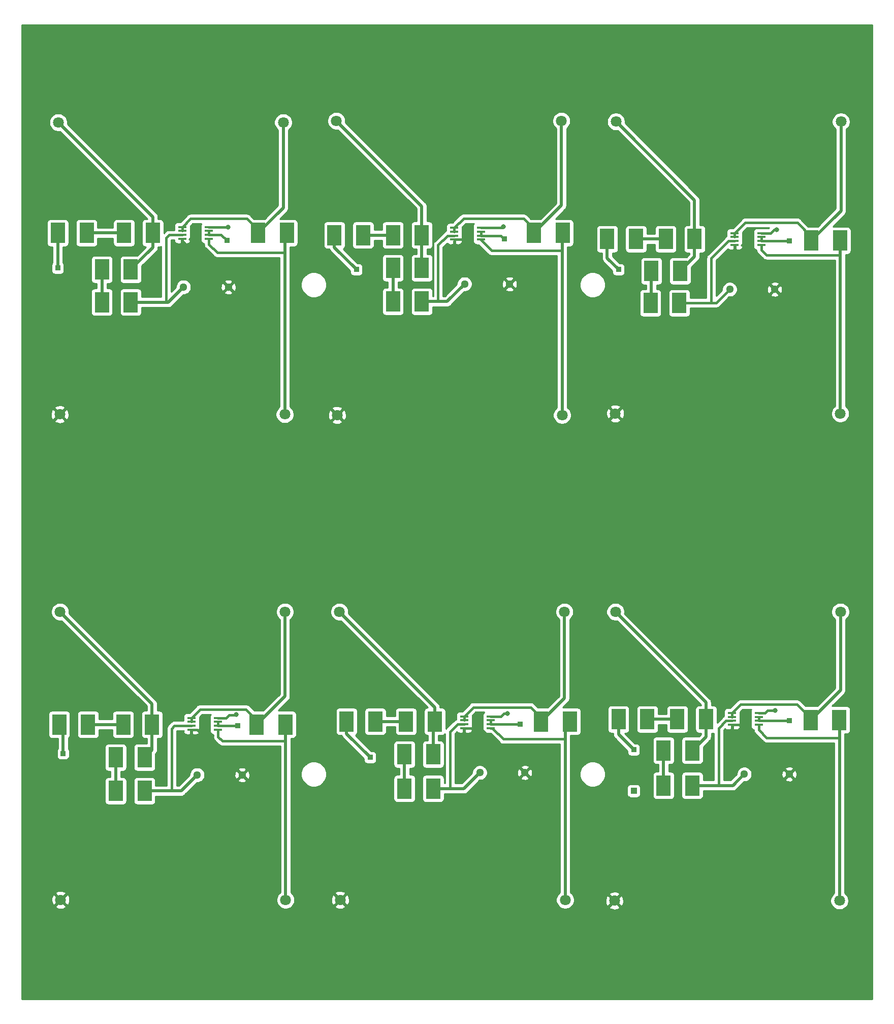
<source format=gbr>
%TF.GenerationSoftware,KiCad,Pcbnew,(5.1.10)-1*%
%TF.CreationDate,2021-08-16T11:24:17+03:00*%
%TF.ProjectId,LPF-AD823AN-valmis,4c50462d-4144-4383-9233-414e2d76616c,rev?*%
%TF.SameCoordinates,Original*%
%TF.FileFunction,Copper,L1,Top*%
%TF.FilePolarity,Positive*%
%FSLAX46Y46*%
G04 Gerber Fmt 4.6, Leading zero omitted, Abs format (unit mm)*
G04 Created by KiCad (PCBNEW (5.1.10)-1) date 2021-08-16 11:24:17*
%MOMM*%
%LPD*%
G01*
G04 APERTURE LIST*
%TA.AperFunction,ComponentPad*%
%ADD10R,1.000000X1.000000*%
%TD*%
%TA.AperFunction,SMDPad,CuDef*%
%ADD11R,2.400000X3.400000*%
%TD*%
%TA.AperFunction,SMDPad,CuDef*%
%ADD12R,1.450000X0.450000*%
%TD*%
%TA.AperFunction,ComponentPad*%
%ADD13C,1.300000*%
%TD*%
%TA.AperFunction,ComponentPad*%
%ADD14R,0.850000X0.850000*%
%TD*%
%TA.AperFunction,ComponentPad*%
%ADD15C,1.800000*%
%TD*%
%TA.AperFunction,ViaPad*%
%ADD16C,0.800000*%
%TD*%
%TA.AperFunction,Conductor*%
%ADD17C,0.400000*%
%TD*%
%TA.AperFunction,Conductor*%
%ADD18C,0.500000*%
%TD*%
%TA.AperFunction,Conductor*%
%ADD19C,0.254000*%
%TD*%
%TA.AperFunction,Conductor*%
%ADD20C,0.100000*%
%TD*%
G04 APERTURE END LIST*
D10*
%TO.P,REF\u002A\u002A,1*%
%TO.N,+5V*%
X118872000Y-139954000D03*
%TD*%
D11*
%TO.P,R48,2*%
%TO.N,Net-(C12-Pad1)*%
X128638000Y-139065000D03*
%TO.P,R48,1*%
%TO.N,Net-(R15-Pad2)*%
X123838000Y-139065000D03*
%TD*%
%TO.P,R46,2*%
%TO.N,Net-(C11-Pad1)*%
X126466000Y-58674000D03*
%TO.P,R46,1*%
%TO.N,Net-(R14-Pad2)*%
X121666000Y-58674000D03*
%TD*%
%TO.P,R44,2*%
%TO.N,Net-(C10-Pad1)*%
X85445000Y-139573000D03*
%TO.P,R44,1*%
%TO.N,Net-(R13-Pad2)*%
X80645000Y-139573000D03*
%TD*%
%TO.P,R42,2*%
%TO.N,Net-(C15-Pad2)*%
X130937000Y-128016000D03*
%TO.P,R42,1*%
%TO.N,Net-(R39-Pad2)*%
X126137000Y-128016000D03*
%TD*%
%TO.P,R41,2*%
%TO.N,Net-(C14-Pad2)*%
X129019000Y-48006000D03*
%TO.P,R41,1*%
%TO.N,Net-(R38-Pad2)*%
X124219000Y-48006000D03*
%TD*%
%TO.P,R40,2*%
%TO.N,Net-(C13-Pad2)*%
X85712000Y-128397000D03*
%TO.P,R40,1*%
%TO.N,Net-(R37-Pad2)*%
X80912000Y-128397000D03*
%TD*%
%TO.P,R39,2*%
%TO.N,Net-(R39-Pad2)*%
X121145000Y-128016000D03*
%TO.P,R39,1*%
%TO.N,Net-(J9-Pad1)*%
X116345000Y-128016000D03*
%TD*%
%TO.P,R38,2*%
%TO.N,Net-(R38-Pad2)*%
X119253000Y-48006000D03*
%TO.P,R38,1*%
%TO.N,Net-(J8-Pad1)*%
X114453000Y-48006000D03*
%TD*%
%TO.P,R37,2*%
%TO.N,Net-(R37-Pad2)*%
X75806000Y-128397000D03*
%TO.P,R37,1*%
%TO.N,Net-(J7-Pad1)*%
X71006000Y-128397000D03*
%TD*%
%TO.P,R30,2*%
%TO.N,Net-(C3-Pad1)*%
X83553000Y-58420000D03*
%TO.P,R30,1*%
%TO.N,Net-(R30-Pad1)*%
X78753000Y-58420000D03*
%TD*%
%TO.P,R28,2*%
%TO.N,Net-(C1-Pad1)*%
X35026000Y-58547000D03*
%TO.P,R28,1*%
%TO.N,Net-(R28-Pad1)*%
X30226000Y-58547000D03*
%TD*%
%TO.P,R26,2*%
%TO.N,Net-(C2-Pad1)*%
X37338000Y-139954000D03*
%TO.P,R26,1*%
%TO.N,Net-(R26-Pad1)*%
X32538000Y-139954000D03*
%TD*%
%TO.P,R24,2*%
%TO.N,Net-(C6-Pad2)*%
X83540000Y-47371000D03*
%TO.P,R24,1*%
%TO.N,Net-(R21-Pad2)*%
X78740000Y-47371000D03*
%TD*%
%TO.P,R23,2*%
%TO.N,Net-(C5-Pad2)*%
X38582000Y-128905000D03*
%TO.P,R23,1*%
%TO.N,Net-(R20-Pad2)*%
X33782000Y-128905000D03*
%TD*%
%TO.P,R22,2*%
%TO.N,Net-(R1-Pad2)*%
X27686000Y-46990000D03*
%TO.P,R22,1*%
%TO.N,Net-(J1-Pad1)*%
X22886000Y-46990000D03*
%TD*%
%TO.P,R21,2*%
%TO.N,Net-(R21-Pad2)*%
X73774000Y-47371000D03*
%TO.P,R21,1*%
%TO.N,Net-(J3-Pad1)*%
X68974000Y-47371000D03*
%TD*%
%TO.P,R20,2*%
%TO.N,Net-(R20-Pad2)*%
X27927000Y-128905000D03*
%TO.P,R20,1*%
%TO.N,Net-(J2-Pad1)*%
X23127000Y-128905000D03*
%TD*%
%TO.P,R18,2*%
%TO.N,Net-(C15-Pad1)*%
X148349000Y-128143000D03*
%TO.P,R18,1*%
%TO.N,Net-(C18-Pad1)*%
X153149000Y-128143000D03*
%TD*%
%TO.P,R17,2*%
%TO.N,Net-(C14-Pad1)*%
X148463000Y-48260000D03*
%TO.P,R17,1*%
%TO.N,Net-(C17-Pad1)*%
X153263000Y-48260000D03*
%TD*%
%TO.P,R16,2*%
%TO.N,Net-(C13-Pad1)*%
X103441500Y-128397000D03*
%TO.P,R16,1*%
%TO.N,Net-(C16-Pad1)*%
X108241500Y-128397000D03*
%TD*%
%TO.P,R15,2*%
%TO.N,Net-(R15-Pad2)*%
X123838000Y-133223000D03*
%TO.P,R15,1*%
%TO.N,Net-(C15-Pad2)*%
X128638000Y-133223000D03*
%TD*%
%TO.P,R14,2*%
%TO.N,Net-(R14-Pad2)*%
X121806000Y-53340000D03*
%TO.P,R14,1*%
%TO.N,Net-(C14-Pad2)*%
X126606000Y-53340000D03*
%TD*%
%TO.P,R13,2*%
%TO.N,Net-(R13-Pad2)*%
X80645000Y-133858000D03*
%TO.P,R13,1*%
%TO.N,Net-(C13-Pad2)*%
X85445000Y-133858000D03*
%TD*%
%TO.P,R9,2*%
%TO.N,Net-(C6-Pad1)*%
X102235000Y-46990000D03*
%TO.P,R9,1*%
%TO.N,Net-(C9-Pad1)*%
X107035000Y-46990000D03*
%TD*%
%TO.P,R8,2*%
%TO.N,Net-(C5-Pad1)*%
X56020000Y-128905000D03*
%TO.P,R8,1*%
%TO.N,Net-(C8-Pad1)*%
X60820000Y-128905000D03*
%TD*%
%TO.P,R7,2*%
%TO.N,Net-(C4-Pad1)*%
X56261000Y-46990000D03*
%TO.P,R7,1*%
%TO.N,Net-(C7-Pad1)*%
X61061000Y-46990000D03*
%TD*%
%TO.P,R6,2*%
%TO.N,Net-(R30-Pad1)*%
X78753000Y-52832000D03*
%TO.P,R6,1*%
%TO.N,Net-(C6-Pad2)*%
X83553000Y-52832000D03*
%TD*%
%TO.P,R5,2*%
%TO.N,Net-(R26-Pad1)*%
X32538000Y-134366000D03*
%TO.P,R5,1*%
%TO.N,Net-(C5-Pad2)*%
X37338000Y-134366000D03*
%TD*%
%TO.P,R4,2*%
%TO.N,Net-(R28-Pad1)*%
X30239000Y-53086000D03*
%TO.P,R4,1*%
%TO.N,Net-(C4-Pad2)*%
X35039000Y-53086000D03*
%TD*%
%TO.P,R1,2*%
%TO.N,Net-(R1-Pad2)*%
X33909000Y-46990000D03*
%TO.P,R1,1*%
%TO.N,Net-(C4-Pad2)*%
X38709000Y-46990000D03*
%TD*%
D12*
%TO.P,IC6,8*%
%TO.N,+5V*%
X139700000Y-126970000D03*
%TO.P,IC6,7*%
%TO.N,Net-(IC6-Pad6)*%
X139700000Y-127620000D03*
%TO.P,IC6,6*%
X139700000Y-128270000D03*
%TO.P,IC6,5*%
%TO.N,Net-(C18-Pad1)*%
X139700000Y-128920000D03*
%TO.P,IC6,4*%
%TO.N,GND*%
X135250000Y-128920000D03*
%TO.P,IC6,3*%
%TO.N,Net-(C12-Pad1)*%
X135250000Y-128270000D03*
%TO.P,IC6,2*%
%TO.N,Net-(C15-Pad1)*%
X135250000Y-127620000D03*
%TO.P,IC6,1*%
X135250000Y-126970000D03*
%TD*%
%TO.P,IC5,8*%
%TO.N,+5V*%
X140147000Y-47031000D03*
%TO.P,IC5,7*%
%TO.N,Net-(IC5-Pad6)*%
X140147000Y-47681000D03*
%TO.P,IC5,6*%
X140147000Y-48331000D03*
%TO.P,IC5,5*%
%TO.N,Net-(C17-Pad1)*%
X140147000Y-48981000D03*
%TO.P,IC5,4*%
%TO.N,GND*%
X135697000Y-48981000D03*
%TO.P,IC5,3*%
%TO.N,Net-(C11-Pad1)*%
X135697000Y-48331000D03*
%TO.P,IC5,2*%
%TO.N,Net-(C14-Pad1)*%
X135697000Y-47681000D03*
%TO.P,IC5,1*%
X135697000Y-47031000D03*
%TD*%
%TO.P,IC4,8*%
%TO.N,+5V*%
X95062000Y-127549000D03*
%TO.P,IC4,7*%
%TO.N,Net-(IC4-Pad6)*%
X95062000Y-128199000D03*
%TO.P,IC4,6*%
X95062000Y-128849000D03*
%TO.P,IC4,5*%
%TO.N,Net-(C16-Pad1)*%
X95062000Y-129499000D03*
%TO.P,IC4,4*%
%TO.N,GND*%
X90612000Y-129499000D03*
%TO.P,IC4,3*%
%TO.N,Net-(C10-Pad1)*%
X90612000Y-128849000D03*
%TO.P,IC4,2*%
%TO.N,Net-(C13-Pad1)*%
X90612000Y-128199000D03*
%TO.P,IC4,1*%
X90612000Y-127549000D03*
%TD*%
%TO.P,IC3,8*%
%TO.N,+5V*%
X93411000Y-46142000D03*
%TO.P,IC3,7*%
%TO.N,Net-(IC3-Pad6)*%
X93411000Y-46792000D03*
%TO.P,IC3,6*%
X93411000Y-47442000D03*
%TO.P,IC3,5*%
%TO.N,Net-(C9-Pad1)*%
X93411000Y-48092000D03*
%TO.P,IC3,4*%
%TO.N,GND*%
X88961000Y-48092000D03*
%TO.P,IC3,3*%
%TO.N,Net-(C3-Pad1)*%
X88961000Y-47442000D03*
%TO.P,IC3,2*%
%TO.N,Net-(C6-Pad1)*%
X88961000Y-46792000D03*
%TO.P,IC3,1*%
X88961000Y-46142000D03*
%TD*%
%TO.P,IC2,8*%
%TO.N,+5V*%
X49596000Y-127803000D03*
%TO.P,IC2,7*%
%TO.N,Net-(IC2-Pad6)*%
X49596000Y-128453000D03*
%TO.P,IC2,6*%
X49596000Y-129103000D03*
%TO.P,IC2,5*%
%TO.N,Net-(C8-Pad1)*%
X49596000Y-129753000D03*
%TO.P,IC2,4*%
%TO.N,GND*%
X45146000Y-129753000D03*
%TO.P,IC2,3*%
%TO.N,Net-(C2-Pad1)*%
X45146000Y-129103000D03*
%TO.P,IC2,2*%
%TO.N,Net-(C5-Pad1)*%
X45146000Y-128453000D03*
%TO.P,IC2,1*%
X45146000Y-127803000D03*
%TD*%
%TO.P,IC1,8*%
%TO.N,+5V*%
X48072000Y-46015000D03*
%TO.P,IC1,7*%
%TO.N,Net-(IC1-Pad6)*%
X48072000Y-46665000D03*
%TO.P,IC1,6*%
X48072000Y-47315000D03*
%TO.P,IC1,5*%
%TO.N,Net-(C7-Pad1)*%
X48072000Y-47965000D03*
%TO.P,IC1,4*%
%TO.N,GND*%
X43622000Y-47965000D03*
%TO.P,IC1,3*%
%TO.N,Net-(C1-Pad1)*%
X43622000Y-47315000D03*
%TO.P,IC1,2*%
%TO.N,Net-(C4-Pad1)*%
X43622000Y-46665000D03*
%TO.P,IC1,1*%
X43622000Y-46015000D03*
%TD*%
D13*
%TO.P,C12,2*%
%TO.N,GND*%
X144787000Y-137160000D03*
%TO.P,C12,1*%
%TO.N,Net-(C12-Pad1)*%
X137287000Y-137160000D03*
%TD*%
%TO.P,C11,2*%
%TO.N,GND*%
X142374000Y-56388000D03*
%TO.P,C11,1*%
%TO.N,Net-(C11-Pad1)*%
X134874000Y-56388000D03*
%TD*%
%TO.P,C10,2*%
%TO.N,GND*%
X100718000Y-136906000D03*
%TO.P,C10,1*%
%TO.N,Net-(C10-Pad1)*%
X93218000Y-136906000D03*
%TD*%
%TO.P,C3,2*%
%TO.N,GND*%
X98178000Y-55499000D03*
%TO.P,C3,1*%
%TO.N,Net-(C3-Pad1)*%
X90678000Y-55499000D03*
%TD*%
%TO.P,C2,2*%
%TO.N,GND*%
X53601000Y-137287000D03*
%TO.P,C2,1*%
%TO.N,Net-(C2-Pad1)*%
X46101000Y-137287000D03*
%TD*%
%TO.P,C1,2*%
%TO.N,GND*%
X51315000Y-56007000D03*
%TO.P,C1,1*%
%TO.N,Net-(C1-Pad1)*%
X43815000Y-56007000D03*
%TD*%
D14*
%TO.P,J12,1*%
%TO.N,Net-(IC6-Pad6)*%
X144843500Y-128270000D03*
%TD*%
%TO.P,J11,1*%
%TO.N,Net-(IC5-Pad6)*%
X144843500Y-48323500D03*
%TD*%
%TO.P,J10,1*%
%TO.N,Net-(IC4-Pad6)*%
X99949000Y-128841500D03*
%TD*%
%TO.P,J9,1*%
%TO.N,Net-(J9-Pad1)*%
X118872000Y-133096000D03*
%TD*%
%TO.P,J8,1*%
%TO.N,Net-(J8-Pad1)*%
X116332000Y-53086000D03*
%TD*%
%TO.P,J7,1*%
%TO.N,Net-(J7-Pad1)*%
X74930000Y-134366000D03*
%TD*%
%TO.P,J6,1*%
%TO.N,Net-(IC3-Pad6)*%
X97282000Y-48006000D03*
%TD*%
%TO.P,J5,1*%
%TO.N,Net-(IC2-Pad6)*%
X52895500Y-129095500D03*
%TD*%
%TO.P,J4,1*%
%TO.N,Net-(IC1-Pad6)*%
X51054000Y-48260000D03*
%TD*%
%TO.P,J3,1*%
%TO.N,Net-(J3-Pad1)*%
X72644000Y-53086000D03*
%TD*%
%TO.P,J2,1*%
%TO.N,Net-(J2-Pad1)*%
X23749000Y-133731000D03*
%TD*%
%TO.P,J1,1*%
%TO.N,Net-(J1-Pad1)*%
X22860000Y-52832000D03*
%TD*%
D15*
%TO.P,C4,2*%
%TO.N,Net-(C4-Pad2)*%
X22952000Y-28575000D03*
%TO.P,C4,1*%
%TO.N,Net-(C4-Pad1)*%
X60452000Y-28575000D03*
%TD*%
%TO.P,C5,2*%
%TO.N,Net-(C5-Pad2)*%
X23241000Y-110109000D03*
%TO.P,C5,1*%
%TO.N,Net-(C5-Pad1)*%
X60741000Y-110109000D03*
%TD*%
%TO.P,C6,1*%
%TO.N,Net-(C6-Pad1)*%
X106807000Y-28321000D03*
%TO.P,C6,2*%
%TO.N,Net-(C6-Pad2)*%
X69307000Y-28321000D03*
%TD*%
%TO.P,C7,1*%
%TO.N,Net-(C7-Pad1)*%
X60706000Y-77216000D03*
%TO.P,C7,2*%
%TO.N,GND*%
X23206000Y-77216000D03*
%TD*%
%TO.P,C8,1*%
%TO.N,Net-(C8-Pad1)*%
X60833000Y-158115000D03*
%TO.P,C8,2*%
%TO.N,GND*%
X23333000Y-158115000D03*
%TD*%
%TO.P,C9,2*%
%TO.N,GND*%
X69434000Y-77343000D03*
%TO.P,C9,1*%
%TO.N,Net-(C9-Pad1)*%
X106934000Y-77343000D03*
%TD*%
%TO.P,C13,2*%
%TO.N,Net-(C13-Pad2)*%
X69815000Y-110109000D03*
%TO.P,C13,1*%
%TO.N,Net-(C13-Pad1)*%
X107315000Y-110109000D03*
%TD*%
%TO.P,C14,2*%
%TO.N,Net-(C14-Pad2)*%
X115916000Y-28448000D03*
%TO.P,C14,1*%
%TO.N,Net-(C14-Pad1)*%
X153416000Y-28448000D03*
%TD*%
%TO.P,C15,1*%
%TO.N,Net-(C15-Pad1)*%
X153324000Y-110109000D03*
%TO.P,C15,2*%
%TO.N,Net-(C15-Pad2)*%
X115824000Y-110109000D03*
%TD*%
%TO.P,C16,1*%
%TO.N,Net-(C16-Pad1)*%
X107442000Y-158115000D03*
%TO.P,C16,2*%
%TO.N,GND*%
X69942000Y-158115000D03*
%TD*%
%TO.P,C17,2*%
%TO.N,GND*%
X115789000Y-77089000D03*
%TO.P,C17,1*%
%TO.N,Net-(C17-Pad1)*%
X153289000Y-77089000D03*
%TD*%
%TO.P,C18,1*%
%TO.N,Net-(C18-Pad1)*%
X153162000Y-158242000D03*
%TO.P,C18,2*%
%TO.N,GND*%
X115662000Y-158242000D03*
%TD*%
D16*
%TO.N,+5V*%
X52613560Y-127254000D03*
X97800160Y-127088900D03*
X142476220Y-126560580D03*
X142722600Y-46418500D03*
X97137220Y-45923200D03*
X51259740Y-46017180D03*
%TD*%
D17*
%TO.N,GND*%
X135697000Y-49711000D02*
X142374000Y-56388000D01*
X135697000Y-48981000D02*
X135697000Y-49711000D01*
X43622000Y-48314000D02*
X51315000Y-56007000D01*
X43622000Y-47965000D02*
X43622000Y-48314000D01*
X90771000Y-48092000D02*
X98178000Y-55499000D01*
X88961000Y-48092000D02*
X90771000Y-48092000D01*
X46067000Y-129753000D02*
X53601000Y-137287000D01*
X45146000Y-129753000D02*
X46067000Y-129753000D01*
X93311000Y-129499000D02*
X100718000Y-136906000D01*
X90612000Y-129499000D02*
X93311000Y-129499000D01*
X136547000Y-128920000D02*
X144787000Y-137160000D01*
X135250000Y-128920000D02*
X136547000Y-128920000D01*
D18*
%TO.N,Net-(C1-Pad1)*%
X41275000Y-58547000D02*
X43815000Y-56007000D01*
D17*
X43512620Y-47315000D02*
X43487621Y-47339999D01*
X43487621Y-47339999D02*
X41394901Y-47339999D01*
X43622000Y-47315000D02*
X43512620Y-47315000D01*
X40952420Y-47782480D02*
X40952420Y-58547000D01*
D18*
X40952420Y-58547000D02*
X41275000Y-58547000D01*
D17*
X41394901Y-47339999D02*
X40952420Y-47782480D01*
D18*
X35026000Y-58547000D02*
X40952420Y-58547000D01*
%TO.N,Net-(C2-Pad1)*%
X43434000Y-139954000D02*
X46101000Y-137287000D01*
D17*
X45146000Y-129103000D02*
X42293660Y-129103000D01*
X41838880Y-129557780D02*
X41838880Y-139954000D01*
X42293660Y-129103000D02*
X41838880Y-129557780D01*
D18*
X41838880Y-139954000D02*
X43434000Y-139954000D01*
X37338000Y-139954000D02*
X41838880Y-139954000D01*
%TO.N,Net-(C3-Pad1)*%
X87757000Y-58420000D02*
X90678000Y-55499000D01*
D17*
X86263480Y-49014520D02*
X86263480Y-58420000D01*
X87836000Y-47442000D02*
X86263480Y-49014520D01*
X88961000Y-47442000D02*
X87836000Y-47442000D01*
D18*
X86263480Y-58420000D02*
X87757000Y-58420000D01*
X83553000Y-58420000D02*
X86263480Y-58420000D01*
%TO.N,Net-(C4-Pad2)*%
X38709000Y-49416000D02*
X35039000Y-53086000D01*
X38709000Y-46990000D02*
X38709000Y-49416000D01*
X38709000Y-44332000D02*
X22952000Y-28575000D01*
X38709000Y-46990000D02*
X38709000Y-44332000D01*
%TO.N,Net-(C4-Pad1)*%
X60452000Y-42799000D02*
X56261000Y-46990000D01*
X60452000Y-28575000D02*
X60452000Y-42799000D01*
D17*
X56261000Y-46990000D02*
X56261000Y-46504860D01*
X56261000Y-46504860D02*
X54378860Y-44622720D01*
X45014280Y-44622720D02*
X43622000Y-46015000D01*
X54378860Y-44622720D02*
X45014280Y-44622720D01*
X43622000Y-46015000D02*
X43622000Y-46665000D01*
D18*
%TO.N,Net-(C5-Pad2)*%
X38582000Y-125450000D02*
X23241000Y-110109000D01*
X38582000Y-128905000D02*
X38582000Y-125450000D01*
X38582000Y-133122000D02*
X37338000Y-134366000D01*
X38582000Y-128905000D02*
X38582000Y-133122000D01*
%TO.N,Net-(C5-Pad1)*%
X60741000Y-124184000D02*
X56020000Y-128905000D01*
X60741000Y-110109000D02*
X60741000Y-124184000D01*
D17*
X45146000Y-127803000D02*
X45146000Y-128453000D01*
X56020000Y-128905000D02*
X56020000Y-128130600D01*
X56020000Y-128130600D02*
X54244240Y-126354840D01*
X46594160Y-126354840D02*
X45146000Y-127803000D01*
X54244240Y-126354840D02*
X46594160Y-126354840D01*
D18*
%TO.N,Net-(C6-Pad2)*%
X83540000Y-42554000D02*
X69307000Y-28321000D01*
X83540000Y-47371000D02*
X83540000Y-42554000D01*
X83540000Y-52819000D02*
X83553000Y-52832000D01*
X83540000Y-47371000D02*
X83540000Y-52819000D01*
%TO.N,Net-(C6-Pad1)*%
X106807000Y-42418000D02*
X102235000Y-46990000D01*
X106807000Y-28321000D02*
X106807000Y-42418000D01*
D17*
X102235000Y-46990000D02*
X102235000Y-46344840D01*
X102235000Y-46344840D02*
X100492560Y-44602400D01*
X90500600Y-44602400D02*
X88961000Y-46142000D01*
X100492560Y-44602400D02*
X90500600Y-44602400D01*
X88961000Y-46792000D02*
X88961000Y-46142000D01*
D18*
%TO.N,Net-(C7-Pad1)*%
X60706000Y-47345000D02*
X61061000Y-46990000D01*
D17*
X48072000Y-47965000D02*
X48072000Y-48887340D01*
X49469040Y-50284380D02*
X60706000Y-50284380D01*
X48072000Y-48887340D02*
X49469040Y-50284380D01*
D18*
X60706000Y-50284380D02*
X60706000Y-47345000D01*
X60706000Y-77216000D02*
X60706000Y-50284380D01*
%TO.N,Net-(C8-Pad1)*%
X60833000Y-128918000D02*
X60820000Y-128905000D01*
D17*
X49596000Y-129753000D02*
X49596000Y-130916640D01*
X49596000Y-130916640D02*
X50302160Y-131622800D01*
X50302160Y-131622800D02*
X60833000Y-131622800D01*
D18*
X60833000Y-131622800D02*
X60833000Y-128918000D01*
X60833000Y-158115000D02*
X60833000Y-131622800D01*
%TO.N,Net-(C9-Pad1)*%
X106934000Y-47091000D02*
X107035000Y-46990000D01*
D17*
X93411000Y-48092000D02*
X93411000Y-48186300D01*
X95181420Y-49956720D02*
X106934000Y-49956720D01*
X93411000Y-48186300D02*
X95181420Y-49956720D01*
D18*
X106934000Y-49956720D02*
X106934000Y-47091000D01*
X106934000Y-77343000D02*
X106934000Y-49956720D01*
%TO.N,Net-(C10-Pad1)*%
X90551000Y-139573000D02*
X93218000Y-136906000D01*
D17*
X89487000Y-128849000D02*
X88257380Y-130078620D01*
X88257380Y-130078620D02*
X88257380Y-139573000D01*
X90612000Y-128849000D02*
X89487000Y-128849000D01*
D18*
X88257380Y-139573000D02*
X90551000Y-139573000D01*
X85445000Y-139573000D02*
X88257380Y-139573000D01*
D17*
%TO.N,Net-(C11-Pad1)*%
X132588000Y-58674000D02*
X134874000Y-56388000D01*
X131798060Y-51209938D02*
X131798060Y-58674000D01*
X135677241Y-48355999D02*
X134651999Y-48355999D01*
X134651999Y-48355999D02*
X131798060Y-51209938D01*
X135697000Y-48336240D02*
X135677241Y-48355999D01*
X135697000Y-48331000D02*
X135697000Y-48336240D01*
X131798060Y-58674000D02*
X132588000Y-58674000D01*
X126466000Y-58674000D02*
X131798060Y-58674000D01*
D18*
%TO.N,Net-(C12-Pad1)*%
X135382000Y-139065000D02*
X137287000Y-137160000D01*
D17*
X133027420Y-129472578D02*
X133027420Y-139065000D01*
X134229998Y-128270000D02*
X133027420Y-129472578D01*
X135250000Y-128270000D02*
X134229998Y-128270000D01*
D18*
X133027420Y-139065000D02*
X135382000Y-139065000D01*
X128638000Y-139065000D02*
X133027420Y-139065000D01*
%TO.N,Net-(C13-Pad2)*%
X85712000Y-126006000D02*
X69815000Y-110109000D01*
X85712000Y-128397000D02*
X85712000Y-126006000D01*
X85445000Y-128664000D02*
X85712000Y-128397000D01*
X85445000Y-133858000D02*
X85445000Y-128664000D01*
%TO.N,Net-(C13-Pad1)*%
X107315000Y-124523500D02*
X103441500Y-128397000D01*
X107315000Y-110109000D02*
X107315000Y-124523500D01*
D17*
X90612000Y-127549000D02*
X90612000Y-128199000D01*
X103441500Y-128397000D02*
X103441500Y-127744220D01*
X103441500Y-127744220D02*
X101709220Y-126011940D01*
X92149060Y-126011940D02*
X90612000Y-127549000D01*
X101709220Y-126011940D02*
X92149060Y-126011940D01*
D18*
%TO.N,Net-(C14-Pad2)*%
X129019000Y-41551000D02*
X115916000Y-28448000D01*
X129019000Y-48006000D02*
X129019000Y-41551000D01*
X129019000Y-50927000D02*
X126606000Y-53340000D01*
X129019000Y-48006000D02*
X129019000Y-50927000D01*
%TO.N,Net-(C14-Pad1)*%
X153416000Y-43307000D02*
X148463000Y-48260000D01*
X153416000Y-28448000D02*
X153416000Y-43307000D01*
D17*
X135697000Y-47031000D02*
X135697000Y-47681000D01*
X148463000Y-48260000D02*
X148463000Y-47599600D01*
X148463000Y-47599600D02*
X146149060Y-45285660D01*
X137442340Y-45285660D02*
X135697000Y-47031000D01*
X146149060Y-45285660D02*
X137442340Y-45285660D01*
D18*
%TO.N,Net-(C15-Pad2)*%
X130937000Y-125222000D02*
X115824000Y-110109000D01*
X130937000Y-128016000D02*
X130937000Y-125222000D01*
X130937000Y-130924000D02*
X128638000Y-133223000D01*
X130937000Y-128016000D02*
X130937000Y-130924000D01*
%TO.N,Net-(C15-Pad1)*%
X153324000Y-123168000D02*
X148349000Y-128143000D01*
X153324000Y-110109000D02*
X153324000Y-123168000D01*
D17*
X135250000Y-126970000D02*
X135250000Y-127620000D01*
X148349000Y-128143000D02*
X148349000Y-127810560D01*
X148349000Y-127810560D02*
X146055080Y-125516640D01*
X136703360Y-125516640D02*
X135250000Y-126970000D01*
X146055080Y-125516640D02*
X136703360Y-125516640D01*
D18*
%TO.N,Net-(C16-Pad1)*%
X107442000Y-129196500D02*
X108241500Y-128397000D01*
D17*
X95062000Y-129499000D02*
X95305520Y-129499000D01*
X97137220Y-131330700D02*
X107442000Y-131330700D01*
X95305520Y-129499000D02*
X97137220Y-131330700D01*
D18*
X107442000Y-131330700D02*
X107442000Y-129196500D01*
X107442000Y-158115000D02*
X107442000Y-131330700D01*
%TO.N,Net-(C17-Pad1)*%
X153289000Y-48286000D02*
X153263000Y-48260000D01*
D17*
X140147000Y-48981000D02*
X140147000Y-49819520D01*
X140987780Y-50660300D02*
X153289000Y-50660300D01*
X140147000Y-49819520D02*
X140987780Y-50660300D01*
D18*
X153289000Y-50660300D02*
X153289000Y-48286000D01*
X153289000Y-77089000D02*
X153289000Y-50660300D01*
%TO.N,Net-(C18-Pad1)*%
X153162000Y-128156000D02*
X153149000Y-128143000D01*
D17*
X139700000Y-128920000D02*
X139700000Y-129794000D01*
X141015720Y-131109720D02*
X153162000Y-131109720D01*
X139700000Y-129794000D02*
X141015720Y-131109720D01*
D18*
X153162000Y-131109720D02*
X153162000Y-128156000D01*
X153162000Y-158242000D02*
X153162000Y-131109720D01*
D17*
%TO.N,+5V*%
X49596000Y-127803000D02*
X50929180Y-127803000D01*
X50929180Y-127803000D02*
X51452780Y-127279400D01*
X52588160Y-127279400D02*
X52613560Y-127254000D01*
X51452780Y-127279400D02*
X52588160Y-127279400D01*
X95062000Y-127549000D02*
X96763480Y-127549000D01*
X97223580Y-127088900D02*
X97800160Y-127088900D01*
X96763480Y-127549000D02*
X97223580Y-127088900D01*
X140720002Y-126970000D02*
X141142122Y-126547880D01*
X139700000Y-126970000D02*
X140720002Y-126970000D01*
X142463520Y-126547880D02*
X142476220Y-126560580D01*
X141142122Y-126547880D02*
X142463520Y-126547880D01*
X140147000Y-47031000D02*
X141678300Y-47031000D01*
X142290800Y-46418500D02*
X142722600Y-46418500D01*
X141678300Y-47031000D02*
X142290800Y-46418500D01*
X96918420Y-46142000D02*
X97137220Y-45923200D01*
X93411000Y-46142000D02*
X96918420Y-46142000D01*
X51257560Y-46015000D02*
X51259740Y-46017180D01*
X48072000Y-46015000D02*
X51257560Y-46015000D01*
%TO.N,Net-(IC1-Pad6)*%
X48072000Y-46665000D02*
X48072000Y-47315000D01*
X50109000Y-47315000D02*
X51054000Y-48260000D01*
X48072000Y-47315000D02*
X50109000Y-47315000D01*
%TO.N,Net-(IC2-Pad6)*%
X49596000Y-128453000D02*
X49596000Y-129103000D01*
X49603500Y-129095500D02*
X49596000Y-129103000D01*
X52895500Y-129095500D02*
X49603500Y-129095500D01*
%TO.N,Net-(IC3-Pad6)*%
X93411000Y-46792000D02*
X93411000Y-47442000D01*
X96742999Y-47466999D02*
X97282000Y-48006000D01*
X93535380Y-47442000D02*
X93560379Y-47466999D01*
X93560379Y-47466999D02*
X96742999Y-47466999D01*
X93411000Y-47442000D02*
X93535380Y-47442000D01*
%TO.N,Net-(IC4-Pad6)*%
X95062000Y-128199000D02*
X95062000Y-128849000D01*
X95069500Y-128841500D02*
X95062000Y-128849000D01*
X99949000Y-128841500D02*
X95069500Y-128841500D01*
%TO.N,Net-(IC5-Pad6)*%
X140147000Y-47681000D02*
X140147000Y-48331000D01*
X144836000Y-48331000D02*
X144843500Y-48323500D01*
X140147000Y-48331000D02*
X144836000Y-48331000D01*
%TO.N,Net-(IC6-Pad6)*%
X139700000Y-127620000D02*
X139700000Y-128270000D01*
X139700000Y-128270000D02*
X144843500Y-128270000D01*
D18*
%TO.N,Net-(J1-Pad1)*%
X22886000Y-52806000D02*
X22860000Y-52832000D01*
X22886000Y-46990000D02*
X22886000Y-52806000D01*
%TO.N,Net-(J2-Pad1)*%
X23749000Y-129527000D02*
X23127000Y-128905000D01*
X23749000Y-133731000D02*
X23749000Y-129527000D01*
%TO.N,Net-(J3-Pad1)*%
X68974000Y-49416000D02*
X72644000Y-53086000D01*
X68974000Y-47371000D02*
X68974000Y-49416000D01*
%TO.N,Net-(J7-Pad1)*%
X71006000Y-130442000D02*
X74930000Y-134366000D01*
X71006000Y-128397000D02*
X71006000Y-130442000D01*
%TO.N,Net-(J8-Pad1)*%
X114453000Y-51207000D02*
X116332000Y-53086000D01*
X114453000Y-48006000D02*
X114453000Y-51207000D01*
%TO.N,Net-(J9-Pad1)*%
X116345000Y-130569000D02*
X118872000Y-133096000D01*
X116345000Y-128016000D02*
X116345000Y-130569000D01*
%TO.N,Net-(R1-Pad2)*%
X33909000Y-46990000D02*
X27686000Y-46990000D01*
%TO.N,Net-(R28-Pad1)*%
X30239000Y-58534000D02*
X30226000Y-58547000D01*
X30239000Y-53086000D02*
X30239000Y-58534000D01*
%TO.N,Net-(R26-Pad1)*%
X32538000Y-134366000D02*
X32538000Y-139954000D01*
%TO.N,Net-(R30-Pad1)*%
X78753000Y-52832000D02*
X78753000Y-58420000D01*
%TO.N,Net-(R13-Pad2)*%
X80645000Y-133858000D02*
X80645000Y-139573000D01*
%TO.N,Net-(R14-Pad2)*%
X121806000Y-58534000D02*
X121666000Y-58674000D01*
X121806000Y-53340000D02*
X121806000Y-58534000D01*
%TO.N,Net-(R15-Pad2)*%
X123838000Y-133223000D02*
X123838000Y-139065000D01*
%TO.N,Net-(R20-Pad2)*%
X33782000Y-128905000D02*
X27927000Y-128905000D01*
%TO.N,Net-(R21-Pad2)*%
X78740000Y-47371000D02*
X73774000Y-47371000D01*
%TO.N,Net-(R37-Pad2)*%
X75806000Y-128397000D02*
X80912000Y-128397000D01*
%TO.N,Net-(R38-Pad2)*%
X124219000Y-48006000D02*
X119253000Y-48006000D01*
%TO.N,Net-(R39-Pad2)*%
X126137000Y-128016000D02*
X121145000Y-128016000D01*
%TD*%
D19*
%TO.N,GND*%
X158598001Y-174600000D02*
X16916000Y-174600000D01*
X16916000Y-159179080D01*
X22448525Y-159179080D01*
X22532208Y-159433261D01*
X22804775Y-159564158D01*
X23097642Y-159639365D01*
X23399553Y-159655991D01*
X23698907Y-159613397D01*
X23984199Y-159513222D01*
X24133792Y-159433261D01*
X24217475Y-159179080D01*
X23333000Y-158294605D01*
X22448525Y-159179080D01*
X16916000Y-159179080D01*
X16916000Y-158181553D01*
X21792009Y-158181553D01*
X21834603Y-158480907D01*
X21934778Y-158766199D01*
X22014739Y-158915792D01*
X22268920Y-158999475D01*
X23153395Y-158115000D01*
X23512605Y-158115000D01*
X24397080Y-158999475D01*
X24651261Y-158915792D01*
X24782158Y-158643225D01*
X24857365Y-158350358D01*
X24873991Y-158048447D01*
X24831397Y-157749093D01*
X24731222Y-157463801D01*
X24651261Y-157314208D01*
X24397080Y-157230525D01*
X23512605Y-158115000D01*
X23153395Y-158115000D01*
X22268920Y-157230525D01*
X22014739Y-157314208D01*
X21883842Y-157586775D01*
X21808635Y-157879642D01*
X21792009Y-158181553D01*
X16916000Y-158181553D01*
X16916000Y-157050920D01*
X22448525Y-157050920D01*
X23333000Y-157935395D01*
X24217475Y-157050920D01*
X24133792Y-156796739D01*
X23861225Y-156665842D01*
X23568358Y-156590635D01*
X23266447Y-156574009D01*
X22967093Y-156616603D01*
X22681801Y-156716778D01*
X22532208Y-156796739D01*
X22448525Y-157050920D01*
X16916000Y-157050920D01*
X16916000Y-127205000D01*
X21288928Y-127205000D01*
X21288928Y-130605000D01*
X21301188Y-130729482D01*
X21337498Y-130849180D01*
X21396463Y-130959494D01*
X21475815Y-131056185D01*
X21572506Y-131135537D01*
X21682820Y-131194502D01*
X21802518Y-131230812D01*
X21927000Y-131243072D01*
X22864001Y-131243072D01*
X22864000Y-132865556D01*
X22793463Y-132951506D01*
X22734498Y-133061820D01*
X22698188Y-133181518D01*
X22685928Y-133306000D01*
X22685928Y-134156000D01*
X22698188Y-134280482D01*
X22734498Y-134400180D01*
X22793463Y-134510494D01*
X22872815Y-134607185D01*
X22969506Y-134686537D01*
X23079820Y-134745502D01*
X23199518Y-134781812D01*
X23324000Y-134794072D01*
X24174000Y-134794072D01*
X24298482Y-134781812D01*
X24418180Y-134745502D01*
X24528494Y-134686537D01*
X24625185Y-134607185D01*
X24704537Y-134510494D01*
X24763502Y-134400180D01*
X24799812Y-134280482D01*
X24812072Y-134156000D01*
X24812072Y-133306000D01*
X24799812Y-133181518D01*
X24763502Y-133061820D01*
X24704537Y-132951506D01*
X24634000Y-132865556D01*
X24634000Y-132666000D01*
X30699928Y-132666000D01*
X30699928Y-136066000D01*
X30712188Y-136190482D01*
X30748498Y-136310180D01*
X30807463Y-136420494D01*
X30886815Y-136517185D01*
X30983506Y-136596537D01*
X31093820Y-136655502D01*
X31213518Y-136691812D01*
X31338000Y-136704072D01*
X31653000Y-136704072D01*
X31653001Y-137615928D01*
X31338000Y-137615928D01*
X31213518Y-137628188D01*
X31093820Y-137664498D01*
X30983506Y-137723463D01*
X30886815Y-137802815D01*
X30807463Y-137899506D01*
X30748498Y-138009820D01*
X30712188Y-138129518D01*
X30699928Y-138254000D01*
X30699928Y-141654000D01*
X30712188Y-141778482D01*
X30748498Y-141898180D01*
X30807463Y-142008494D01*
X30886815Y-142105185D01*
X30983506Y-142184537D01*
X31093820Y-142243502D01*
X31213518Y-142279812D01*
X31338000Y-142292072D01*
X33738000Y-142292072D01*
X33862482Y-142279812D01*
X33982180Y-142243502D01*
X34092494Y-142184537D01*
X34189185Y-142105185D01*
X34268537Y-142008494D01*
X34327502Y-141898180D01*
X34363812Y-141778482D01*
X34376072Y-141654000D01*
X34376072Y-138254000D01*
X35499928Y-138254000D01*
X35499928Y-141654000D01*
X35512188Y-141778482D01*
X35548498Y-141898180D01*
X35607463Y-142008494D01*
X35686815Y-142105185D01*
X35783506Y-142184537D01*
X35893820Y-142243502D01*
X36013518Y-142279812D01*
X36138000Y-142292072D01*
X38538000Y-142292072D01*
X38662482Y-142279812D01*
X38782180Y-142243502D01*
X38892494Y-142184537D01*
X38989185Y-142105185D01*
X39068537Y-142008494D01*
X39127502Y-141898180D01*
X39163812Y-141778482D01*
X39176072Y-141654000D01*
X39176072Y-140839000D01*
X43390531Y-140839000D01*
X43434000Y-140843281D01*
X43477469Y-140839000D01*
X43477477Y-140839000D01*
X43607490Y-140826195D01*
X43774313Y-140775589D01*
X43928059Y-140693411D01*
X44062817Y-140582817D01*
X44090534Y-140549044D01*
X46067579Y-138572000D01*
X46227561Y-138572000D01*
X46475821Y-138522619D01*
X46709676Y-138425753D01*
X46920140Y-138285125D01*
X47032738Y-138172527D01*
X52895078Y-138172527D01*
X52948466Y-138401201D01*
X53178374Y-138507095D01*
X53424524Y-138566102D01*
X53677455Y-138575952D01*
X53927449Y-138536270D01*
X54164896Y-138448578D01*
X54253534Y-138401201D01*
X54306922Y-138172527D01*
X53601000Y-137466605D01*
X52895078Y-138172527D01*
X47032738Y-138172527D01*
X47099125Y-138106140D01*
X47239753Y-137895676D01*
X47336619Y-137661821D01*
X47386000Y-137413561D01*
X47386000Y-137363455D01*
X52312048Y-137363455D01*
X52351730Y-137613449D01*
X52439422Y-137850896D01*
X52486799Y-137939534D01*
X52715473Y-137992922D01*
X53421395Y-137287000D01*
X53780605Y-137287000D01*
X54486527Y-137992922D01*
X54715201Y-137939534D01*
X54821095Y-137709626D01*
X54880102Y-137463476D01*
X54889952Y-137210545D01*
X54850270Y-136960551D01*
X54762578Y-136723104D01*
X54715201Y-136634466D01*
X54486527Y-136581078D01*
X53780605Y-137287000D01*
X53421395Y-137287000D01*
X52715473Y-136581078D01*
X52486799Y-136634466D01*
X52380905Y-136864374D01*
X52321898Y-137110524D01*
X52312048Y-137363455D01*
X47386000Y-137363455D01*
X47386000Y-137160439D01*
X47336619Y-136912179D01*
X47239753Y-136678324D01*
X47099125Y-136467860D01*
X47032738Y-136401473D01*
X52895078Y-136401473D01*
X53601000Y-137107395D01*
X54306922Y-136401473D01*
X54253534Y-136172799D01*
X54023626Y-136066905D01*
X53777476Y-136007898D01*
X53524545Y-135998048D01*
X53274551Y-136037730D01*
X53037104Y-136125422D01*
X52948466Y-136172799D01*
X52895078Y-136401473D01*
X47032738Y-136401473D01*
X46920140Y-136288875D01*
X46709676Y-136148247D01*
X46475821Y-136051381D01*
X46227561Y-136002000D01*
X45974439Y-136002000D01*
X45726179Y-136051381D01*
X45492324Y-136148247D01*
X45281860Y-136288875D01*
X45102875Y-136467860D01*
X44962247Y-136678324D01*
X44865381Y-136912179D01*
X44816000Y-137160439D01*
X44816000Y-137320421D01*
X43067422Y-139069000D01*
X42673880Y-139069000D01*
X42673880Y-129938000D01*
X43857750Y-129938000D01*
X43786000Y-130009750D01*
X43797156Y-130111996D01*
X43835285Y-130231127D01*
X43895922Y-130340531D01*
X43976737Y-130436003D01*
X44074625Y-130513874D01*
X44185825Y-130571151D01*
X44306061Y-130605634D01*
X44430715Y-130615998D01*
X44860250Y-130613000D01*
X45019000Y-130454250D01*
X45019000Y-129966072D01*
X45273000Y-129966072D01*
X45273000Y-130454250D01*
X45431750Y-130613000D01*
X45861285Y-130615998D01*
X45985939Y-130605634D01*
X46106175Y-130571151D01*
X46217375Y-130513874D01*
X46315263Y-130436003D01*
X46396078Y-130340531D01*
X46456715Y-130231127D01*
X46494844Y-130111996D01*
X46506000Y-130009750D01*
X46347250Y-129851000D01*
X46234678Y-129851000D01*
X46322185Y-129779185D01*
X46401537Y-129682494D01*
X46460502Y-129572180D01*
X46473753Y-129528497D01*
X46506000Y-129496250D01*
X46498905Y-129431227D01*
X46509072Y-129328000D01*
X46509072Y-128878000D01*
X46499223Y-128778000D01*
X46509072Y-128678000D01*
X46509072Y-128228000D01*
X46499223Y-128128000D01*
X46509072Y-128028000D01*
X46509072Y-127620796D01*
X46940029Y-127189840D01*
X48368092Y-127189840D01*
X48340463Y-127223506D01*
X48281498Y-127333820D01*
X48245188Y-127453518D01*
X48232928Y-127578000D01*
X48232928Y-128028000D01*
X48242777Y-128128000D01*
X48232928Y-128228000D01*
X48232928Y-128678000D01*
X48242777Y-128778000D01*
X48232928Y-128878000D01*
X48232928Y-129328000D01*
X48242777Y-129428000D01*
X48232928Y-129528000D01*
X48232928Y-129978000D01*
X48245188Y-130102482D01*
X48281498Y-130222180D01*
X48340463Y-130332494D01*
X48419815Y-130429185D01*
X48516506Y-130508537D01*
X48626820Y-130567502D01*
X48746518Y-130603812D01*
X48761001Y-130605238D01*
X48761001Y-130875612D01*
X48756960Y-130916640D01*
X48773082Y-131080328D01*
X48820828Y-131237726D01*
X48893763Y-131374177D01*
X48898365Y-131382786D01*
X49002710Y-131509931D01*
X49034574Y-131536081D01*
X49682718Y-132184226D01*
X49708869Y-132216091D01*
X49825133Y-132311506D01*
X49836014Y-132320436D01*
X49981073Y-132397972D01*
X50138471Y-132445718D01*
X50302159Y-132461840D01*
X50343178Y-132457800D01*
X59948001Y-132457800D01*
X59948000Y-156860210D01*
X59854495Y-156922688D01*
X59640688Y-157136495D01*
X59472701Y-157387905D01*
X59356989Y-157667257D01*
X59298000Y-157963816D01*
X59298000Y-158266184D01*
X59356989Y-158562743D01*
X59472701Y-158842095D01*
X59640688Y-159093505D01*
X59854495Y-159307312D01*
X60105905Y-159475299D01*
X60385257Y-159591011D01*
X60681816Y-159650000D01*
X60984184Y-159650000D01*
X61280743Y-159591011D01*
X61560095Y-159475299D01*
X61811505Y-159307312D01*
X61939737Y-159179080D01*
X69057525Y-159179080D01*
X69141208Y-159433261D01*
X69413775Y-159564158D01*
X69706642Y-159639365D01*
X70008553Y-159655991D01*
X70307907Y-159613397D01*
X70593199Y-159513222D01*
X70742792Y-159433261D01*
X70826475Y-159179080D01*
X69942000Y-158294605D01*
X69057525Y-159179080D01*
X61939737Y-159179080D01*
X62025312Y-159093505D01*
X62193299Y-158842095D01*
X62309011Y-158562743D01*
X62368000Y-158266184D01*
X62368000Y-158181553D01*
X68401009Y-158181553D01*
X68443603Y-158480907D01*
X68543778Y-158766199D01*
X68623739Y-158915792D01*
X68877920Y-158999475D01*
X69762395Y-158115000D01*
X70121605Y-158115000D01*
X71006080Y-158999475D01*
X71260261Y-158915792D01*
X71391158Y-158643225D01*
X71466365Y-158350358D01*
X71482991Y-158048447D01*
X71440397Y-157749093D01*
X71340222Y-157463801D01*
X71260261Y-157314208D01*
X71006080Y-157230525D01*
X70121605Y-158115000D01*
X69762395Y-158115000D01*
X68877920Y-157230525D01*
X68623739Y-157314208D01*
X68492842Y-157586775D01*
X68417635Y-157879642D01*
X68401009Y-158181553D01*
X62368000Y-158181553D01*
X62368000Y-157963816D01*
X62309011Y-157667257D01*
X62193299Y-157387905D01*
X62025312Y-157136495D01*
X61939737Y-157050920D01*
X69057525Y-157050920D01*
X69942000Y-157935395D01*
X70826475Y-157050920D01*
X70742792Y-156796739D01*
X70470225Y-156665842D01*
X70177358Y-156590635D01*
X69875447Y-156574009D01*
X69576093Y-156616603D01*
X69290801Y-156716778D01*
X69141208Y-156796739D01*
X69057525Y-157050920D01*
X61939737Y-157050920D01*
X61811505Y-156922688D01*
X61718000Y-156860210D01*
X61718000Y-136949721D01*
X63397000Y-136949721D01*
X63397000Y-137370279D01*
X63479047Y-137782756D01*
X63639988Y-138171302D01*
X63873637Y-138520983D01*
X64171017Y-138818363D01*
X64520698Y-139052012D01*
X64909244Y-139212953D01*
X65321721Y-139295000D01*
X65742279Y-139295000D01*
X66154756Y-139212953D01*
X66543302Y-139052012D01*
X66892983Y-138818363D01*
X67190363Y-138520983D01*
X67424012Y-138171302D01*
X67584953Y-137782756D01*
X67667000Y-137370279D01*
X67667000Y-136949721D01*
X67584953Y-136537244D01*
X67424012Y-136148698D01*
X67190363Y-135799017D01*
X66892983Y-135501637D01*
X66543302Y-135267988D01*
X66154756Y-135107047D01*
X65742279Y-135025000D01*
X65321721Y-135025000D01*
X64909244Y-135107047D01*
X64520698Y-135267988D01*
X64171017Y-135501637D01*
X63873637Y-135799017D01*
X63639988Y-136148698D01*
X63479047Y-136537244D01*
X63397000Y-136949721D01*
X61718000Y-136949721D01*
X61718000Y-131243072D01*
X62020000Y-131243072D01*
X62144482Y-131230812D01*
X62264180Y-131194502D01*
X62374494Y-131135537D01*
X62471185Y-131056185D01*
X62550537Y-130959494D01*
X62609502Y-130849180D01*
X62645812Y-130729482D01*
X62658072Y-130605000D01*
X62658072Y-127205000D01*
X62645812Y-127080518D01*
X62609502Y-126960820D01*
X62550537Y-126850506D01*
X62471185Y-126753815D01*
X62401956Y-126697000D01*
X69167928Y-126697000D01*
X69167928Y-130097000D01*
X69180188Y-130221482D01*
X69216498Y-130341180D01*
X69275463Y-130451494D01*
X69354815Y-130548185D01*
X69451506Y-130627537D01*
X69561820Y-130686502D01*
X69681518Y-130722812D01*
X69806000Y-130735072D01*
X70170081Y-130735072D01*
X70184412Y-130782313D01*
X70266590Y-130936059D01*
X70349468Y-131037046D01*
X70349471Y-131037049D01*
X70377184Y-131070817D01*
X70410951Y-131098530D01*
X73866928Y-134554507D01*
X73866928Y-134791000D01*
X73879188Y-134915482D01*
X73915498Y-135035180D01*
X73974463Y-135145494D01*
X74053815Y-135242185D01*
X74150506Y-135321537D01*
X74260820Y-135380502D01*
X74380518Y-135416812D01*
X74505000Y-135429072D01*
X75355000Y-135429072D01*
X75479482Y-135416812D01*
X75599180Y-135380502D01*
X75709494Y-135321537D01*
X75806185Y-135242185D01*
X75885537Y-135145494D01*
X75944502Y-135035180D01*
X75980812Y-134915482D01*
X75993072Y-134791000D01*
X75993072Y-133941000D01*
X75980812Y-133816518D01*
X75944502Y-133696820D01*
X75885537Y-133586506D01*
X75806185Y-133489815D01*
X75709494Y-133410463D01*
X75599180Y-133351498D01*
X75479482Y-133315188D01*
X75355000Y-133302928D01*
X75118507Y-133302928D01*
X73973579Y-132158000D01*
X78806928Y-132158000D01*
X78806928Y-135558000D01*
X78819188Y-135682482D01*
X78855498Y-135802180D01*
X78914463Y-135912494D01*
X78993815Y-136009185D01*
X79090506Y-136088537D01*
X79200820Y-136147502D01*
X79320518Y-136183812D01*
X79445000Y-136196072D01*
X79760000Y-136196072D01*
X79760001Y-137234928D01*
X79445000Y-137234928D01*
X79320518Y-137247188D01*
X79200820Y-137283498D01*
X79090506Y-137342463D01*
X78993815Y-137421815D01*
X78914463Y-137518506D01*
X78855498Y-137628820D01*
X78819188Y-137748518D01*
X78806928Y-137873000D01*
X78806928Y-141273000D01*
X78819188Y-141397482D01*
X78855498Y-141517180D01*
X78914463Y-141627494D01*
X78993815Y-141724185D01*
X79090506Y-141803537D01*
X79200820Y-141862502D01*
X79320518Y-141898812D01*
X79445000Y-141911072D01*
X81845000Y-141911072D01*
X81969482Y-141898812D01*
X82089180Y-141862502D01*
X82199494Y-141803537D01*
X82296185Y-141724185D01*
X82375537Y-141627494D01*
X82434502Y-141517180D01*
X82470812Y-141397482D01*
X82483072Y-141273000D01*
X82483072Y-137873000D01*
X82470812Y-137748518D01*
X82434502Y-137628820D01*
X82375537Y-137518506D01*
X82296185Y-137421815D01*
X82199494Y-137342463D01*
X82089180Y-137283498D01*
X81969482Y-137247188D01*
X81845000Y-137234928D01*
X81530000Y-137234928D01*
X81530000Y-136196072D01*
X81845000Y-136196072D01*
X81969482Y-136183812D01*
X82089180Y-136147502D01*
X82199494Y-136088537D01*
X82296185Y-136009185D01*
X82375537Y-135912494D01*
X82434502Y-135802180D01*
X82470812Y-135682482D01*
X82483072Y-135558000D01*
X82483072Y-132158000D01*
X82470812Y-132033518D01*
X82434502Y-131913820D01*
X82375537Y-131803506D01*
X82296185Y-131706815D01*
X82199494Y-131627463D01*
X82089180Y-131568498D01*
X81969482Y-131532188D01*
X81845000Y-131519928D01*
X79445000Y-131519928D01*
X79320518Y-131532188D01*
X79200820Y-131568498D01*
X79090506Y-131627463D01*
X78993815Y-131706815D01*
X78914463Y-131803506D01*
X78855498Y-131913820D01*
X78819188Y-132033518D01*
X78806928Y-132158000D01*
X73973579Y-132158000D01*
X72484002Y-130668424D01*
X72560494Y-130627537D01*
X72657185Y-130548185D01*
X72736537Y-130451494D01*
X72795502Y-130341180D01*
X72831812Y-130221482D01*
X72844072Y-130097000D01*
X72844072Y-126697000D01*
X73967928Y-126697000D01*
X73967928Y-130097000D01*
X73980188Y-130221482D01*
X74016498Y-130341180D01*
X74075463Y-130451494D01*
X74154815Y-130548185D01*
X74251506Y-130627537D01*
X74361820Y-130686502D01*
X74481518Y-130722812D01*
X74606000Y-130735072D01*
X77006000Y-130735072D01*
X77130482Y-130722812D01*
X77250180Y-130686502D01*
X77360494Y-130627537D01*
X77457185Y-130548185D01*
X77536537Y-130451494D01*
X77595502Y-130341180D01*
X77631812Y-130221482D01*
X77644072Y-130097000D01*
X77644072Y-129282000D01*
X79073928Y-129282000D01*
X79073928Y-130097000D01*
X79086188Y-130221482D01*
X79122498Y-130341180D01*
X79181463Y-130451494D01*
X79260815Y-130548185D01*
X79357506Y-130627537D01*
X79467820Y-130686502D01*
X79587518Y-130722812D01*
X79712000Y-130735072D01*
X82112000Y-130735072D01*
X82236482Y-130722812D01*
X82356180Y-130686502D01*
X82466494Y-130627537D01*
X82563185Y-130548185D01*
X82642537Y-130451494D01*
X82701502Y-130341180D01*
X82737812Y-130221482D01*
X82750072Y-130097000D01*
X82750072Y-126697000D01*
X82737812Y-126572518D01*
X82701502Y-126452820D01*
X82642537Y-126342506D01*
X82563185Y-126245815D01*
X82466494Y-126166463D01*
X82356180Y-126107498D01*
X82236482Y-126071188D01*
X82112000Y-126058928D01*
X79712000Y-126058928D01*
X79587518Y-126071188D01*
X79467820Y-126107498D01*
X79357506Y-126166463D01*
X79260815Y-126245815D01*
X79181463Y-126342506D01*
X79122498Y-126452820D01*
X79086188Y-126572518D01*
X79073928Y-126697000D01*
X79073928Y-127512000D01*
X77644072Y-127512000D01*
X77644072Y-126697000D01*
X77631812Y-126572518D01*
X77595502Y-126452820D01*
X77536537Y-126342506D01*
X77457185Y-126245815D01*
X77360494Y-126166463D01*
X77250180Y-126107498D01*
X77130482Y-126071188D01*
X77006000Y-126058928D01*
X74606000Y-126058928D01*
X74481518Y-126071188D01*
X74361820Y-126107498D01*
X74251506Y-126166463D01*
X74154815Y-126245815D01*
X74075463Y-126342506D01*
X74016498Y-126452820D01*
X73980188Y-126572518D01*
X73967928Y-126697000D01*
X72844072Y-126697000D01*
X72831812Y-126572518D01*
X72795502Y-126452820D01*
X72736537Y-126342506D01*
X72657185Y-126245815D01*
X72560494Y-126166463D01*
X72450180Y-126107498D01*
X72330482Y-126071188D01*
X72206000Y-126058928D01*
X69806000Y-126058928D01*
X69681518Y-126071188D01*
X69561820Y-126107498D01*
X69451506Y-126166463D01*
X69354815Y-126245815D01*
X69275463Y-126342506D01*
X69216498Y-126452820D01*
X69180188Y-126572518D01*
X69167928Y-126697000D01*
X62401956Y-126697000D01*
X62374494Y-126674463D01*
X62264180Y-126615498D01*
X62144482Y-126579188D01*
X62020000Y-126566928D01*
X59620000Y-126566928D01*
X59608520Y-126568059D01*
X61336049Y-124840530D01*
X61369817Y-124812817D01*
X61428372Y-124741469D01*
X61480410Y-124678060D01*
X61480411Y-124678059D01*
X61562589Y-124524313D01*
X61613195Y-124357490D01*
X61626000Y-124227477D01*
X61626000Y-124227467D01*
X61630281Y-124184001D01*
X61626000Y-124140535D01*
X61626000Y-111363790D01*
X61719505Y-111301312D01*
X61933312Y-111087505D01*
X62101299Y-110836095D01*
X62217011Y-110556743D01*
X62276000Y-110260184D01*
X62276000Y-109957816D01*
X68280000Y-109957816D01*
X68280000Y-110260184D01*
X68338989Y-110556743D01*
X68454701Y-110836095D01*
X68622688Y-111087505D01*
X68836495Y-111301312D01*
X69087905Y-111469299D01*
X69367257Y-111585011D01*
X69663816Y-111644000D01*
X69966184Y-111644000D01*
X70076482Y-111622060D01*
X84513349Y-126058928D01*
X84512000Y-126058928D01*
X84387518Y-126071188D01*
X84267820Y-126107498D01*
X84157506Y-126166463D01*
X84060815Y-126245815D01*
X83981463Y-126342506D01*
X83922498Y-126452820D01*
X83886188Y-126572518D01*
X83873928Y-126697000D01*
X83873928Y-130097000D01*
X83886188Y-130221482D01*
X83922498Y-130341180D01*
X83981463Y-130451494D01*
X84060815Y-130548185D01*
X84157506Y-130627537D01*
X84267820Y-130686502D01*
X84387518Y-130722812D01*
X84512000Y-130735072D01*
X84560001Y-130735072D01*
X84560000Y-131519928D01*
X84245000Y-131519928D01*
X84120518Y-131532188D01*
X84000820Y-131568498D01*
X83890506Y-131627463D01*
X83793815Y-131706815D01*
X83714463Y-131803506D01*
X83655498Y-131913820D01*
X83619188Y-132033518D01*
X83606928Y-132158000D01*
X83606928Y-135558000D01*
X83619188Y-135682482D01*
X83655498Y-135802180D01*
X83714463Y-135912494D01*
X83793815Y-136009185D01*
X83890506Y-136088537D01*
X84000820Y-136147502D01*
X84120518Y-136183812D01*
X84245000Y-136196072D01*
X86645000Y-136196072D01*
X86769482Y-136183812D01*
X86889180Y-136147502D01*
X86999494Y-136088537D01*
X87096185Y-136009185D01*
X87175537Y-135912494D01*
X87234502Y-135802180D01*
X87270812Y-135682482D01*
X87283072Y-135558000D01*
X87283072Y-132158000D01*
X87270812Y-132033518D01*
X87234502Y-131913820D01*
X87175537Y-131803506D01*
X87096185Y-131706815D01*
X86999494Y-131627463D01*
X86889180Y-131568498D01*
X86769482Y-131532188D01*
X86645000Y-131519928D01*
X86330000Y-131519928D01*
X86330000Y-130735072D01*
X86912000Y-130735072D01*
X87036482Y-130722812D01*
X87156180Y-130686502D01*
X87266494Y-130627537D01*
X87363185Y-130548185D01*
X87422380Y-130476055D01*
X87422381Y-138688000D01*
X87283072Y-138688000D01*
X87283072Y-137873000D01*
X87270812Y-137748518D01*
X87234502Y-137628820D01*
X87175537Y-137518506D01*
X87096185Y-137421815D01*
X86999494Y-137342463D01*
X86889180Y-137283498D01*
X86769482Y-137247188D01*
X86645000Y-137234928D01*
X84245000Y-137234928D01*
X84120518Y-137247188D01*
X84000820Y-137283498D01*
X83890506Y-137342463D01*
X83793815Y-137421815D01*
X83714463Y-137518506D01*
X83655498Y-137628820D01*
X83619188Y-137748518D01*
X83606928Y-137873000D01*
X83606928Y-141273000D01*
X83619188Y-141397482D01*
X83655498Y-141517180D01*
X83714463Y-141627494D01*
X83793815Y-141724185D01*
X83890506Y-141803537D01*
X84000820Y-141862502D01*
X84120518Y-141898812D01*
X84245000Y-141911072D01*
X86645000Y-141911072D01*
X86769482Y-141898812D01*
X86889180Y-141862502D01*
X86999494Y-141803537D01*
X87096185Y-141724185D01*
X87175537Y-141627494D01*
X87234502Y-141517180D01*
X87270812Y-141397482D01*
X87283072Y-141273000D01*
X87283072Y-140458000D01*
X90507531Y-140458000D01*
X90551000Y-140462281D01*
X90594469Y-140458000D01*
X90594477Y-140458000D01*
X90724490Y-140445195D01*
X90891313Y-140394589D01*
X91045059Y-140312411D01*
X91179817Y-140201817D01*
X91207534Y-140168044D01*
X93184579Y-138191000D01*
X93344561Y-138191000D01*
X93592821Y-138141619D01*
X93826676Y-138044753D01*
X94037140Y-137904125D01*
X94149738Y-137791527D01*
X100012078Y-137791527D01*
X100065466Y-138020201D01*
X100295374Y-138126095D01*
X100541524Y-138185102D01*
X100794455Y-138194952D01*
X101044449Y-138155270D01*
X101281896Y-138067578D01*
X101370534Y-138020201D01*
X101423922Y-137791527D01*
X100718000Y-137085605D01*
X100012078Y-137791527D01*
X94149738Y-137791527D01*
X94216125Y-137725140D01*
X94356753Y-137514676D01*
X94453619Y-137280821D01*
X94503000Y-137032561D01*
X94503000Y-136982455D01*
X99429048Y-136982455D01*
X99468730Y-137232449D01*
X99556422Y-137469896D01*
X99603799Y-137558534D01*
X99832473Y-137611922D01*
X100538395Y-136906000D01*
X100897605Y-136906000D01*
X101603527Y-137611922D01*
X101832201Y-137558534D01*
X101938095Y-137328626D01*
X101997102Y-137082476D01*
X102006952Y-136829545D01*
X101967270Y-136579551D01*
X101879578Y-136342104D01*
X101832201Y-136253466D01*
X101603527Y-136200078D01*
X100897605Y-136906000D01*
X100538395Y-136906000D01*
X99832473Y-136200078D01*
X99603799Y-136253466D01*
X99497905Y-136483374D01*
X99438898Y-136729524D01*
X99429048Y-136982455D01*
X94503000Y-136982455D01*
X94503000Y-136779439D01*
X94453619Y-136531179D01*
X94356753Y-136297324D01*
X94216125Y-136086860D01*
X94149738Y-136020473D01*
X100012078Y-136020473D01*
X100718000Y-136726395D01*
X101423922Y-136020473D01*
X101370534Y-135791799D01*
X101140626Y-135685905D01*
X100894476Y-135626898D01*
X100641545Y-135617048D01*
X100391551Y-135656730D01*
X100154104Y-135744422D01*
X100065466Y-135791799D01*
X100012078Y-136020473D01*
X94149738Y-136020473D01*
X94037140Y-135907875D01*
X93826676Y-135767247D01*
X93592821Y-135670381D01*
X93344561Y-135621000D01*
X93091439Y-135621000D01*
X92843179Y-135670381D01*
X92609324Y-135767247D01*
X92398860Y-135907875D01*
X92219875Y-136086860D01*
X92079247Y-136297324D01*
X91982381Y-136531179D01*
X91933000Y-136779439D01*
X91933000Y-136939421D01*
X90184422Y-138688000D01*
X89092380Y-138688000D01*
X89092380Y-130424487D01*
X89393285Y-130123582D01*
X89442737Y-130182003D01*
X89540625Y-130259874D01*
X89651825Y-130317151D01*
X89772061Y-130351634D01*
X89896715Y-130361998D01*
X90326250Y-130359000D01*
X90485000Y-130200250D01*
X90485000Y-129712072D01*
X90739000Y-129712072D01*
X90739000Y-130200250D01*
X90897750Y-130359000D01*
X91327285Y-130361998D01*
X91451939Y-130351634D01*
X91572175Y-130317151D01*
X91683375Y-130259874D01*
X91781263Y-130182003D01*
X91862078Y-130086531D01*
X91922715Y-129977127D01*
X91960844Y-129857996D01*
X91972000Y-129755750D01*
X91813250Y-129597000D01*
X91700678Y-129597000D01*
X91788185Y-129525185D01*
X91867537Y-129428494D01*
X91926502Y-129318180D01*
X91939753Y-129274497D01*
X91972000Y-129242250D01*
X91964905Y-129177227D01*
X91975072Y-129074000D01*
X91975072Y-128624000D01*
X91965223Y-128524000D01*
X91975072Y-128424000D01*
X91975072Y-127974000D01*
X91965223Y-127874000D01*
X91975072Y-127774000D01*
X91975072Y-127366796D01*
X92494928Y-126846940D01*
X93917344Y-126846940D01*
X93885815Y-126872815D01*
X93806463Y-126969506D01*
X93747498Y-127079820D01*
X93711188Y-127199518D01*
X93698928Y-127324000D01*
X93698928Y-127774000D01*
X93708777Y-127874000D01*
X93698928Y-127974000D01*
X93698928Y-128424000D01*
X93708777Y-128524000D01*
X93698928Y-128624000D01*
X93698928Y-129074000D01*
X93708777Y-129174000D01*
X93698928Y-129274000D01*
X93698928Y-129724000D01*
X93711188Y-129848482D01*
X93747498Y-129968180D01*
X93806463Y-130078494D01*
X93885815Y-130175185D01*
X93982506Y-130254537D01*
X94092820Y-130313502D01*
X94212518Y-130349812D01*
X94337000Y-130362072D01*
X94987725Y-130362072D01*
X96517779Y-131892127D01*
X96543929Y-131923991D01*
X96670577Y-132027928D01*
X96671074Y-132028336D01*
X96816133Y-132105872D01*
X96973531Y-132153618D01*
X97137220Y-132169740D01*
X97178238Y-132165700D01*
X106557001Y-132165700D01*
X106557000Y-156860210D01*
X106463495Y-156922688D01*
X106249688Y-157136495D01*
X106081701Y-157387905D01*
X105965989Y-157667257D01*
X105907000Y-157963816D01*
X105907000Y-158266184D01*
X105965989Y-158562743D01*
X106081701Y-158842095D01*
X106249688Y-159093505D01*
X106463495Y-159307312D01*
X106714905Y-159475299D01*
X106994257Y-159591011D01*
X107290816Y-159650000D01*
X107593184Y-159650000D01*
X107889743Y-159591011D01*
X108169095Y-159475299D01*
X108420505Y-159307312D01*
X108421737Y-159306080D01*
X114777525Y-159306080D01*
X114861208Y-159560261D01*
X115133775Y-159691158D01*
X115426642Y-159766365D01*
X115728553Y-159782991D01*
X116027907Y-159740397D01*
X116313199Y-159640222D01*
X116462792Y-159560261D01*
X116546475Y-159306080D01*
X115662000Y-158421605D01*
X114777525Y-159306080D01*
X108421737Y-159306080D01*
X108634312Y-159093505D01*
X108802299Y-158842095D01*
X108918011Y-158562743D01*
X108968572Y-158308553D01*
X114121009Y-158308553D01*
X114163603Y-158607907D01*
X114263778Y-158893199D01*
X114343739Y-159042792D01*
X114597920Y-159126475D01*
X115482395Y-158242000D01*
X115841605Y-158242000D01*
X116726080Y-159126475D01*
X116980261Y-159042792D01*
X117111158Y-158770225D01*
X117186365Y-158477358D01*
X117202991Y-158175447D01*
X117160397Y-157876093D01*
X117060222Y-157590801D01*
X116980261Y-157441208D01*
X116726080Y-157357525D01*
X115841605Y-158242000D01*
X115482395Y-158242000D01*
X114597920Y-157357525D01*
X114343739Y-157441208D01*
X114212842Y-157713775D01*
X114137635Y-158006642D01*
X114121009Y-158308553D01*
X108968572Y-158308553D01*
X108977000Y-158266184D01*
X108977000Y-157963816D01*
X108918011Y-157667257D01*
X108802299Y-157387905D01*
X108661992Y-157177920D01*
X114777525Y-157177920D01*
X115662000Y-158062395D01*
X116546475Y-157177920D01*
X116462792Y-156923739D01*
X116190225Y-156792842D01*
X115897358Y-156717635D01*
X115595447Y-156701009D01*
X115296093Y-156743603D01*
X115010801Y-156843778D01*
X114861208Y-156923739D01*
X114777525Y-157177920D01*
X108661992Y-157177920D01*
X108634312Y-157136495D01*
X108420505Y-156922688D01*
X108327000Y-156860210D01*
X108327000Y-139454000D01*
X117733928Y-139454000D01*
X117733928Y-140454000D01*
X117746188Y-140578482D01*
X117782498Y-140698180D01*
X117841463Y-140808494D01*
X117920815Y-140905185D01*
X118017506Y-140984537D01*
X118127820Y-141043502D01*
X118247518Y-141079812D01*
X118372000Y-141092072D01*
X119372000Y-141092072D01*
X119496482Y-141079812D01*
X119616180Y-141043502D01*
X119726494Y-140984537D01*
X119823185Y-140905185D01*
X119902537Y-140808494D01*
X119961502Y-140698180D01*
X119997812Y-140578482D01*
X120010072Y-140454000D01*
X120010072Y-139454000D01*
X119997812Y-139329518D01*
X119961502Y-139209820D01*
X119902537Y-139099506D01*
X119823185Y-139002815D01*
X119726494Y-138923463D01*
X119616180Y-138864498D01*
X119496482Y-138828188D01*
X119372000Y-138815928D01*
X118372000Y-138815928D01*
X118247518Y-138828188D01*
X118127820Y-138864498D01*
X118017506Y-138923463D01*
X117920815Y-139002815D01*
X117841463Y-139099506D01*
X117782498Y-139209820D01*
X117746188Y-139329518D01*
X117733928Y-139454000D01*
X108327000Y-139454000D01*
X108327000Y-136949721D01*
X109879000Y-136949721D01*
X109879000Y-137370279D01*
X109961047Y-137782756D01*
X110121988Y-138171302D01*
X110355637Y-138520983D01*
X110653017Y-138818363D01*
X111002698Y-139052012D01*
X111391244Y-139212953D01*
X111803721Y-139295000D01*
X112224279Y-139295000D01*
X112636756Y-139212953D01*
X113025302Y-139052012D01*
X113374983Y-138818363D01*
X113672363Y-138520983D01*
X113906012Y-138171302D01*
X114066953Y-137782756D01*
X114149000Y-137370279D01*
X114149000Y-136949721D01*
X114066953Y-136537244D01*
X113906012Y-136148698D01*
X113672363Y-135799017D01*
X113374983Y-135501637D01*
X113025302Y-135267988D01*
X112636756Y-135107047D01*
X112224279Y-135025000D01*
X111803721Y-135025000D01*
X111391244Y-135107047D01*
X111002698Y-135267988D01*
X110653017Y-135501637D01*
X110355637Y-135799017D01*
X110121988Y-136148698D01*
X109961047Y-136537244D01*
X109879000Y-136949721D01*
X108327000Y-136949721D01*
X108327000Y-130735072D01*
X109441500Y-130735072D01*
X109565982Y-130722812D01*
X109685680Y-130686502D01*
X109795994Y-130627537D01*
X109892685Y-130548185D01*
X109972037Y-130451494D01*
X110031002Y-130341180D01*
X110067312Y-130221482D01*
X110079572Y-130097000D01*
X110079572Y-126697000D01*
X110067312Y-126572518D01*
X110031002Y-126452820D01*
X109972037Y-126342506D01*
X109950285Y-126316000D01*
X114506928Y-126316000D01*
X114506928Y-129716000D01*
X114519188Y-129840482D01*
X114555498Y-129960180D01*
X114614463Y-130070494D01*
X114693815Y-130167185D01*
X114790506Y-130246537D01*
X114900820Y-130305502D01*
X115020518Y-130341812D01*
X115145000Y-130354072D01*
X115460001Y-130354072D01*
X115460001Y-130525521D01*
X115455719Y-130569000D01*
X115472805Y-130742490D01*
X115523412Y-130909313D01*
X115605590Y-131063059D01*
X115688468Y-131164046D01*
X115688471Y-131164049D01*
X115716184Y-131197817D01*
X115749951Y-131225529D01*
X117808928Y-133284507D01*
X117808928Y-133521000D01*
X117821188Y-133645482D01*
X117857498Y-133765180D01*
X117916463Y-133875494D01*
X117995815Y-133972185D01*
X118092506Y-134051537D01*
X118202820Y-134110502D01*
X118322518Y-134146812D01*
X118447000Y-134159072D01*
X119297000Y-134159072D01*
X119421482Y-134146812D01*
X119541180Y-134110502D01*
X119651494Y-134051537D01*
X119748185Y-133972185D01*
X119827537Y-133875494D01*
X119886502Y-133765180D01*
X119922812Y-133645482D01*
X119935072Y-133521000D01*
X119935072Y-132671000D01*
X119922812Y-132546518D01*
X119886502Y-132426820D01*
X119827537Y-132316506D01*
X119748185Y-132219815D01*
X119651494Y-132140463D01*
X119541180Y-132081498D01*
X119421482Y-132045188D01*
X119297000Y-132032928D01*
X119060507Y-132032928D01*
X118550579Y-131523000D01*
X121999928Y-131523000D01*
X121999928Y-134923000D01*
X122012188Y-135047482D01*
X122048498Y-135167180D01*
X122107463Y-135277494D01*
X122186815Y-135374185D01*
X122283506Y-135453537D01*
X122393820Y-135512502D01*
X122513518Y-135548812D01*
X122638000Y-135561072D01*
X122953000Y-135561072D01*
X122953001Y-136726928D01*
X122638000Y-136726928D01*
X122513518Y-136739188D01*
X122393820Y-136775498D01*
X122283506Y-136834463D01*
X122186815Y-136913815D01*
X122107463Y-137010506D01*
X122048498Y-137120820D01*
X122012188Y-137240518D01*
X121999928Y-137365000D01*
X121999928Y-140765000D01*
X122012188Y-140889482D01*
X122048498Y-141009180D01*
X122107463Y-141119494D01*
X122186815Y-141216185D01*
X122283506Y-141295537D01*
X122393820Y-141354502D01*
X122513518Y-141390812D01*
X122638000Y-141403072D01*
X125038000Y-141403072D01*
X125162482Y-141390812D01*
X125282180Y-141354502D01*
X125392494Y-141295537D01*
X125489185Y-141216185D01*
X125568537Y-141119494D01*
X125627502Y-141009180D01*
X125663812Y-140889482D01*
X125676072Y-140765000D01*
X125676072Y-137365000D01*
X125663812Y-137240518D01*
X125627502Y-137120820D01*
X125568537Y-137010506D01*
X125489185Y-136913815D01*
X125392494Y-136834463D01*
X125282180Y-136775498D01*
X125162482Y-136739188D01*
X125038000Y-136726928D01*
X124723000Y-136726928D01*
X124723000Y-135561072D01*
X125038000Y-135561072D01*
X125162482Y-135548812D01*
X125282180Y-135512502D01*
X125392494Y-135453537D01*
X125489185Y-135374185D01*
X125568537Y-135277494D01*
X125627502Y-135167180D01*
X125663812Y-135047482D01*
X125676072Y-134923000D01*
X125676072Y-131523000D01*
X125663812Y-131398518D01*
X125627502Y-131278820D01*
X125568537Y-131168506D01*
X125489185Y-131071815D01*
X125392494Y-130992463D01*
X125282180Y-130933498D01*
X125162482Y-130897188D01*
X125038000Y-130884928D01*
X122638000Y-130884928D01*
X122513518Y-130897188D01*
X122393820Y-130933498D01*
X122283506Y-130992463D01*
X122186815Y-131071815D01*
X122107463Y-131168506D01*
X122048498Y-131278820D01*
X122012188Y-131398518D01*
X121999928Y-131523000D01*
X118550579Y-131523000D01*
X117381650Y-130354072D01*
X117545000Y-130354072D01*
X117669482Y-130341812D01*
X117789180Y-130305502D01*
X117899494Y-130246537D01*
X117996185Y-130167185D01*
X118075537Y-130070494D01*
X118134502Y-129960180D01*
X118170812Y-129840482D01*
X118183072Y-129716000D01*
X118183072Y-126316000D01*
X119306928Y-126316000D01*
X119306928Y-129716000D01*
X119319188Y-129840482D01*
X119355498Y-129960180D01*
X119414463Y-130070494D01*
X119493815Y-130167185D01*
X119590506Y-130246537D01*
X119700820Y-130305502D01*
X119820518Y-130341812D01*
X119945000Y-130354072D01*
X122345000Y-130354072D01*
X122469482Y-130341812D01*
X122589180Y-130305502D01*
X122699494Y-130246537D01*
X122796185Y-130167185D01*
X122875537Y-130070494D01*
X122934502Y-129960180D01*
X122970812Y-129840482D01*
X122983072Y-129716000D01*
X122983072Y-128901000D01*
X124298928Y-128901000D01*
X124298928Y-129716000D01*
X124311188Y-129840482D01*
X124347498Y-129960180D01*
X124406463Y-130070494D01*
X124485815Y-130167185D01*
X124582506Y-130246537D01*
X124692820Y-130305502D01*
X124812518Y-130341812D01*
X124937000Y-130354072D01*
X127337000Y-130354072D01*
X127461482Y-130341812D01*
X127581180Y-130305502D01*
X127691494Y-130246537D01*
X127788185Y-130167185D01*
X127867537Y-130070494D01*
X127926502Y-129960180D01*
X127962812Y-129840482D01*
X127975072Y-129716000D01*
X127975072Y-126316000D01*
X127962812Y-126191518D01*
X127926502Y-126071820D01*
X127867537Y-125961506D01*
X127788185Y-125864815D01*
X127691494Y-125785463D01*
X127581180Y-125726498D01*
X127461482Y-125690188D01*
X127337000Y-125677928D01*
X124937000Y-125677928D01*
X124812518Y-125690188D01*
X124692820Y-125726498D01*
X124582506Y-125785463D01*
X124485815Y-125864815D01*
X124406463Y-125961506D01*
X124347498Y-126071820D01*
X124311188Y-126191518D01*
X124298928Y-126316000D01*
X124298928Y-127131000D01*
X122983072Y-127131000D01*
X122983072Y-126316000D01*
X122970812Y-126191518D01*
X122934502Y-126071820D01*
X122875537Y-125961506D01*
X122796185Y-125864815D01*
X122699494Y-125785463D01*
X122589180Y-125726498D01*
X122469482Y-125690188D01*
X122345000Y-125677928D01*
X119945000Y-125677928D01*
X119820518Y-125690188D01*
X119700820Y-125726498D01*
X119590506Y-125785463D01*
X119493815Y-125864815D01*
X119414463Y-125961506D01*
X119355498Y-126071820D01*
X119319188Y-126191518D01*
X119306928Y-126316000D01*
X118183072Y-126316000D01*
X118170812Y-126191518D01*
X118134502Y-126071820D01*
X118075537Y-125961506D01*
X117996185Y-125864815D01*
X117899494Y-125785463D01*
X117789180Y-125726498D01*
X117669482Y-125690188D01*
X117545000Y-125677928D01*
X115145000Y-125677928D01*
X115020518Y-125690188D01*
X114900820Y-125726498D01*
X114790506Y-125785463D01*
X114693815Y-125864815D01*
X114614463Y-125961506D01*
X114555498Y-126071820D01*
X114519188Y-126191518D01*
X114506928Y-126316000D01*
X109950285Y-126316000D01*
X109892685Y-126245815D01*
X109795994Y-126166463D01*
X109685680Y-126107498D01*
X109565982Y-126071188D01*
X109441500Y-126058928D01*
X107041500Y-126058928D01*
X107030020Y-126060059D01*
X107910049Y-125180030D01*
X107943817Y-125152317D01*
X108054411Y-125017559D01*
X108136589Y-124863813D01*
X108187195Y-124696990D01*
X108200000Y-124566977D01*
X108200000Y-124566967D01*
X108204281Y-124523501D01*
X108200000Y-124480035D01*
X108200000Y-111363790D01*
X108293505Y-111301312D01*
X108507312Y-111087505D01*
X108675299Y-110836095D01*
X108791011Y-110556743D01*
X108850000Y-110260184D01*
X108850000Y-109957816D01*
X114289000Y-109957816D01*
X114289000Y-110260184D01*
X114347989Y-110556743D01*
X114463701Y-110836095D01*
X114631688Y-111087505D01*
X114845495Y-111301312D01*
X115096905Y-111469299D01*
X115376257Y-111585011D01*
X115672816Y-111644000D01*
X115975184Y-111644000D01*
X116085482Y-111622060D01*
X130052001Y-125588580D01*
X130052001Y-125677928D01*
X129737000Y-125677928D01*
X129612518Y-125690188D01*
X129492820Y-125726498D01*
X129382506Y-125785463D01*
X129285815Y-125864815D01*
X129206463Y-125961506D01*
X129147498Y-126071820D01*
X129111188Y-126191518D01*
X129098928Y-126316000D01*
X129098928Y-129716000D01*
X129111188Y-129840482D01*
X129147498Y-129960180D01*
X129206463Y-130070494D01*
X129285815Y-130167185D01*
X129382506Y-130246537D01*
X129492820Y-130305502D01*
X129612518Y-130341812D01*
X129737000Y-130354072D01*
X130052001Y-130354072D01*
X130052001Y-130557420D01*
X129724493Y-130884928D01*
X127438000Y-130884928D01*
X127313518Y-130897188D01*
X127193820Y-130933498D01*
X127083506Y-130992463D01*
X126986815Y-131071815D01*
X126907463Y-131168506D01*
X126848498Y-131278820D01*
X126812188Y-131398518D01*
X126799928Y-131523000D01*
X126799928Y-134923000D01*
X126812188Y-135047482D01*
X126848498Y-135167180D01*
X126907463Y-135277494D01*
X126986815Y-135374185D01*
X127083506Y-135453537D01*
X127193820Y-135512502D01*
X127313518Y-135548812D01*
X127438000Y-135561072D01*
X129838000Y-135561072D01*
X129962482Y-135548812D01*
X130082180Y-135512502D01*
X130192494Y-135453537D01*
X130289185Y-135374185D01*
X130368537Y-135277494D01*
X130427502Y-135167180D01*
X130463812Y-135047482D01*
X130476072Y-134923000D01*
X130476072Y-132636507D01*
X131532049Y-131580530D01*
X131565817Y-131552817D01*
X131605725Y-131504190D01*
X131676410Y-131418060D01*
X131676411Y-131418059D01*
X131758589Y-131264313D01*
X131805485Y-131109720D01*
X131809195Y-131097491D01*
X131811822Y-131070817D01*
X131822000Y-130967477D01*
X131822000Y-130967469D01*
X131826281Y-130924000D01*
X131822000Y-130880531D01*
X131822000Y-130354072D01*
X132137000Y-130354072D01*
X132192420Y-130348614D01*
X132192421Y-138180000D01*
X130476072Y-138180000D01*
X130476072Y-137365000D01*
X130463812Y-137240518D01*
X130427502Y-137120820D01*
X130368537Y-137010506D01*
X130289185Y-136913815D01*
X130192494Y-136834463D01*
X130082180Y-136775498D01*
X129962482Y-136739188D01*
X129838000Y-136726928D01*
X127438000Y-136726928D01*
X127313518Y-136739188D01*
X127193820Y-136775498D01*
X127083506Y-136834463D01*
X126986815Y-136913815D01*
X126907463Y-137010506D01*
X126848498Y-137120820D01*
X126812188Y-137240518D01*
X126799928Y-137365000D01*
X126799928Y-140765000D01*
X126812188Y-140889482D01*
X126848498Y-141009180D01*
X126907463Y-141119494D01*
X126986815Y-141216185D01*
X127083506Y-141295537D01*
X127193820Y-141354502D01*
X127313518Y-141390812D01*
X127438000Y-141403072D01*
X129838000Y-141403072D01*
X129962482Y-141390812D01*
X130082180Y-141354502D01*
X130192494Y-141295537D01*
X130289185Y-141216185D01*
X130368537Y-141119494D01*
X130427502Y-141009180D01*
X130463812Y-140889482D01*
X130476072Y-140765000D01*
X130476072Y-139950000D01*
X135338531Y-139950000D01*
X135382000Y-139954281D01*
X135425469Y-139950000D01*
X135425477Y-139950000D01*
X135555490Y-139937195D01*
X135722313Y-139886589D01*
X135876059Y-139804411D01*
X136010817Y-139693817D01*
X136038534Y-139660044D01*
X137253579Y-138445000D01*
X137413561Y-138445000D01*
X137661821Y-138395619D01*
X137895676Y-138298753D01*
X138106140Y-138158125D01*
X138218738Y-138045527D01*
X144081078Y-138045527D01*
X144134466Y-138274201D01*
X144364374Y-138380095D01*
X144610524Y-138439102D01*
X144863455Y-138448952D01*
X145113449Y-138409270D01*
X145350896Y-138321578D01*
X145439534Y-138274201D01*
X145492922Y-138045527D01*
X144787000Y-137339605D01*
X144081078Y-138045527D01*
X138218738Y-138045527D01*
X138285125Y-137979140D01*
X138425753Y-137768676D01*
X138522619Y-137534821D01*
X138572000Y-137286561D01*
X138572000Y-137236455D01*
X143498048Y-137236455D01*
X143537730Y-137486449D01*
X143625422Y-137723896D01*
X143672799Y-137812534D01*
X143901473Y-137865922D01*
X144607395Y-137160000D01*
X144966605Y-137160000D01*
X145672527Y-137865922D01*
X145901201Y-137812534D01*
X146007095Y-137582626D01*
X146066102Y-137336476D01*
X146075952Y-137083545D01*
X146036270Y-136833551D01*
X145948578Y-136596104D01*
X145901201Y-136507466D01*
X145672527Y-136454078D01*
X144966605Y-137160000D01*
X144607395Y-137160000D01*
X143901473Y-136454078D01*
X143672799Y-136507466D01*
X143566905Y-136737374D01*
X143507898Y-136983524D01*
X143498048Y-137236455D01*
X138572000Y-137236455D01*
X138572000Y-137033439D01*
X138522619Y-136785179D01*
X138425753Y-136551324D01*
X138285125Y-136340860D01*
X138218738Y-136274473D01*
X144081078Y-136274473D01*
X144787000Y-136980395D01*
X145492922Y-136274473D01*
X145439534Y-136045799D01*
X145209626Y-135939905D01*
X144963476Y-135880898D01*
X144710545Y-135871048D01*
X144460551Y-135910730D01*
X144223104Y-135998422D01*
X144134466Y-136045799D01*
X144081078Y-136274473D01*
X138218738Y-136274473D01*
X138106140Y-136161875D01*
X137895676Y-136021247D01*
X137661821Y-135924381D01*
X137413561Y-135875000D01*
X137160439Y-135875000D01*
X136912179Y-135924381D01*
X136678324Y-136021247D01*
X136467860Y-136161875D01*
X136288875Y-136340860D01*
X136148247Y-136551324D01*
X136051381Y-136785179D01*
X136002000Y-137033439D01*
X136002000Y-137193421D01*
X135015422Y-138180000D01*
X133862420Y-138180000D01*
X133862420Y-129818445D01*
X134079419Y-129601446D01*
X134080737Y-129603003D01*
X134178625Y-129680874D01*
X134289825Y-129738151D01*
X134410061Y-129772634D01*
X134534715Y-129782998D01*
X134964250Y-129780000D01*
X135123000Y-129621250D01*
X135123000Y-129133072D01*
X135377000Y-129133072D01*
X135377000Y-129621250D01*
X135535750Y-129780000D01*
X135965285Y-129782998D01*
X136089939Y-129772634D01*
X136210175Y-129738151D01*
X136321375Y-129680874D01*
X136419263Y-129603003D01*
X136500078Y-129507531D01*
X136560715Y-129398127D01*
X136598844Y-129278996D01*
X136610000Y-129176750D01*
X136451250Y-129018000D01*
X136338678Y-129018000D01*
X136426185Y-128946185D01*
X136505537Y-128849494D01*
X136564502Y-128739180D01*
X136577753Y-128695497D01*
X136610000Y-128663250D01*
X136602905Y-128598227D01*
X136613072Y-128495000D01*
X136613072Y-128045000D01*
X136603223Y-127945000D01*
X136613072Y-127845000D01*
X136613072Y-127395000D01*
X136603223Y-127295000D01*
X136613072Y-127195000D01*
X136613072Y-126787796D01*
X137049228Y-126351640D01*
X138476359Y-126351640D01*
X138444463Y-126390506D01*
X138385498Y-126500820D01*
X138349188Y-126620518D01*
X138336928Y-126745000D01*
X138336928Y-127195000D01*
X138346777Y-127295000D01*
X138336928Y-127395000D01*
X138336928Y-127845000D01*
X138346777Y-127945000D01*
X138336928Y-128045000D01*
X138336928Y-128495000D01*
X138346777Y-128595000D01*
X138336928Y-128695000D01*
X138336928Y-129145000D01*
X138349188Y-129269482D01*
X138385498Y-129389180D01*
X138444463Y-129499494D01*
X138523815Y-129596185D01*
X138620506Y-129675537D01*
X138730820Y-129734502D01*
X138850518Y-129770812D01*
X138863122Y-129772053D01*
X138860960Y-129794000D01*
X138877082Y-129957688D01*
X138924828Y-130115086D01*
X139002364Y-130260145D01*
X139024241Y-130286802D01*
X139106710Y-130387291D01*
X139138574Y-130413441D01*
X140396278Y-131671146D01*
X140422429Y-131703011D01*
X140535974Y-131796195D01*
X140549574Y-131807356D01*
X140694633Y-131884892D01*
X140852031Y-131932638D01*
X141015719Y-131948760D01*
X141056738Y-131944720D01*
X152277001Y-131944720D01*
X152277000Y-156987210D01*
X152183495Y-157049688D01*
X151969688Y-157263495D01*
X151801701Y-157514905D01*
X151685989Y-157794257D01*
X151627000Y-158090816D01*
X151627000Y-158393184D01*
X151685989Y-158689743D01*
X151801701Y-158969095D01*
X151969688Y-159220505D01*
X152183495Y-159434312D01*
X152434905Y-159602299D01*
X152714257Y-159718011D01*
X153010816Y-159777000D01*
X153313184Y-159777000D01*
X153609743Y-159718011D01*
X153889095Y-159602299D01*
X154140505Y-159434312D01*
X154354312Y-159220505D01*
X154522299Y-158969095D01*
X154638011Y-158689743D01*
X154697000Y-158393184D01*
X154697000Y-158090816D01*
X154638011Y-157794257D01*
X154522299Y-157514905D01*
X154354312Y-157263495D01*
X154140505Y-157049688D01*
X154047000Y-156987210D01*
X154047000Y-130481072D01*
X154349000Y-130481072D01*
X154473482Y-130468812D01*
X154593180Y-130432502D01*
X154703494Y-130373537D01*
X154800185Y-130294185D01*
X154879537Y-130197494D01*
X154938502Y-130087180D01*
X154974812Y-129967482D01*
X154987072Y-129843000D01*
X154987072Y-126443000D01*
X154974812Y-126318518D01*
X154938502Y-126198820D01*
X154879537Y-126088506D01*
X154800185Y-125991815D01*
X154703494Y-125912463D01*
X154593180Y-125853498D01*
X154473482Y-125817188D01*
X154349000Y-125804928D01*
X151949000Y-125804928D01*
X151937520Y-125806059D01*
X153919049Y-123824530D01*
X153952817Y-123796817D01*
X154063411Y-123662059D01*
X154145589Y-123508313D01*
X154196195Y-123341490D01*
X154209000Y-123211477D01*
X154209000Y-123211467D01*
X154213281Y-123168001D01*
X154209000Y-123124535D01*
X154209000Y-111363790D01*
X154302505Y-111301312D01*
X154516312Y-111087505D01*
X154684299Y-110836095D01*
X154800011Y-110556743D01*
X154859000Y-110260184D01*
X154859000Y-109957816D01*
X154800011Y-109661257D01*
X154684299Y-109381905D01*
X154516312Y-109130495D01*
X154302505Y-108916688D01*
X154051095Y-108748701D01*
X153771743Y-108632989D01*
X153475184Y-108574000D01*
X153172816Y-108574000D01*
X152876257Y-108632989D01*
X152596905Y-108748701D01*
X152345495Y-108916688D01*
X152131688Y-109130495D01*
X151963701Y-109381905D01*
X151847989Y-109661257D01*
X151789000Y-109957816D01*
X151789000Y-110260184D01*
X151847989Y-110556743D01*
X151963701Y-110836095D01*
X152131688Y-111087505D01*
X152345495Y-111301312D01*
X152439000Y-111363790D01*
X152439001Y-122801420D01*
X149435494Y-125804928D01*
X147524236Y-125804928D01*
X146674526Y-124955219D01*
X146648371Y-124923349D01*
X146521226Y-124819004D01*
X146376167Y-124741468D01*
X146218769Y-124693722D01*
X146096099Y-124681640D01*
X146096098Y-124681640D01*
X146055080Y-124677600D01*
X146014062Y-124681640D01*
X136744367Y-124681640D01*
X136703359Y-124677601D01*
X136662351Y-124681640D01*
X136662341Y-124681640D01*
X136539671Y-124693722D01*
X136382273Y-124741468D01*
X136237214Y-124819004D01*
X136110069Y-124923349D01*
X136083919Y-124955214D01*
X134932205Y-126106928D01*
X134525000Y-126106928D01*
X134400518Y-126119188D01*
X134280820Y-126155498D01*
X134170506Y-126214463D01*
X134073815Y-126293815D01*
X133994463Y-126390506D01*
X133935498Y-126500820D01*
X133899188Y-126620518D01*
X133886928Y-126745000D01*
X133886928Y-127195000D01*
X133896777Y-127295000D01*
X133886928Y-127395000D01*
X133886928Y-127506578D01*
X133763852Y-127572364D01*
X133636707Y-127676709D01*
X133610556Y-127708574D01*
X132775072Y-128544059D01*
X132775072Y-126316000D01*
X132762812Y-126191518D01*
X132726502Y-126071820D01*
X132667537Y-125961506D01*
X132588185Y-125864815D01*
X132491494Y-125785463D01*
X132381180Y-125726498D01*
X132261482Y-125690188D01*
X132137000Y-125677928D01*
X131822000Y-125677928D01*
X131822000Y-125265469D01*
X131826281Y-125222000D01*
X131822000Y-125178531D01*
X131822000Y-125178523D01*
X131809195Y-125048510D01*
X131771227Y-124923349D01*
X131758589Y-124881686D01*
X131676411Y-124727941D01*
X131593532Y-124626953D01*
X131593530Y-124626951D01*
X131565817Y-124593183D01*
X131532049Y-124565470D01*
X117337060Y-110370482D01*
X117359000Y-110260184D01*
X117359000Y-109957816D01*
X117300011Y-109661257D01*
X117184299Y-109381905D01*
X117016312Y-109130495D01*
X116802505Y-108916688D01*
X116551095Y-108748701D01*
X116271743Y-108632989D01*
X115975184Y-108574000D01*
X115672816Y-108574000D01*
X115376257Y-108632989D01*
X115096905Y-108748701D01*
X114845495Y-108916688D01*
X114631688Y-109130495D01*
X114463701Y-109381905D01*
X114347989Y-109661257D01*
X114289000Y-109957816D01*
X108850000Y-109957816D01*
X108791011Y-109661257D01*
X108675299Y-109381905D01*
X108507312Y-109130495D01*
X108293505Y-108916688D01*
X108042095Y-108748701D01*
X107762743Y-108632989D01*
X107466184Y-108574000D01*
X107163816Y-108574000D01*
X106867257Y-108632989D01*
X106587905Y-108748701D01*
X106336495Y-108916688D01*
X106122688Y-109130495D01*
X105954701Y-109381905D01*
X105838989Y-109661257D01*
X105780000Y-109957816D01*
X105780000Y-110260184D01*
X105838989Y-110556743D01*
X105954701Y-110836095D01*
X106122688Y-111087505D01*
X106336495Y-111301312D01*
X106430000Y-111363790D01*
X106430001Y-124156920D01*
X104527994Y-126058928D01*
X102937076Y-126058928D01*
X102328666Y-125450519D01*
X102302511Y-125418649D01*
X102175366Y-125314304D01*
X102030307Y-125236768D01*
X101872909Y-125189022D01*
X101750239Y-125176940D01*
X101750238Y-125176940D01*
X101709220Y-125172900D01*
X101668202Y-125176940D01*
X92190078Y-125176940D01*
X92149059Y-125172900D01*
X92032187Y-125184411D01*
X91985371Y-125189022D01*
X91827973Y-125236768D01*
X91682914Y-125314304D01*
X91555769Y-125418649D01*
X91529619Y-125450514D01*
X90294205Y-126685928D01*
X89887000Y-126685928D01*
X89762518Y-126698188D01*
X89642820Y-126734498D01*
X89532506Y-126793463D01*
X89435815Y-126872815D01*
X89356463Y-126969506D01*
X89297498Y-127079820D01*
X89261188Y-127199518D01*
X89248928Y-127324000D01*
X89248928Y-127774000D01*
X89258777Y-127874000D01*
X89248928Y-127974000D01*
X89248928Y-128048646D01*
X89165913Y-128073828D01*
X89020854Y-128151364D01*
X88893709Y-128255709D01*
X88867561Y-128287571D01*
X87695959Y-129459174D01*
X87664089Y-129485329D01*
X87559745Y-129612474D01*
X87559744Y-129612475D01*
X87550072Y-129630570D01*
X87550072Y-126697000D01*
X87537812Y-126572518D01*
X87501502Y-126452820D01*
X87442537Y-126342506D01*
X87363185Y-126245815D01*
X87266494Y-126166463D01*
X87156180Y-126107498D01*
X87036482Y-126071188D01*
X86912000Y-126058928D01*
X86597000Y-126058928D01*
X86597000Y-126049468D01*
X86601281Y-126005999D01*
X86597000Y-125962530D01*
X86597000Y-125962523D01*
X86584195Y-125832510D01*
X86571395Y-125790313D01*
X86562669Y-125761549D01*
X86533589Y-125665687D01*
X86451411Y-125511941D01*
X86400576Y-125449999D01*
X86368532Y-125410953D01*
X86368530Y-125410951D01*
X86340817Y-125377183D01*
X86307049Y-125349470D01*
X71328060Y-110370482D01*
X71350000Y-110260184D01*
X71350000Y-109957816D01*
X71291011Y-109661257D01*
X71175299Y-109381905D01*
X71007312Y-109130495D01*
X70793505Y-108916688D01*
X70542095Y-108748701D01*
X70262743Y-108632989D01*
X69966184Y-108574000D01*
X69663816Y-108574000D01*
X69367257Y-108632989D01*
X69087905Y-108748701D01*
X68836495Y-108916688D01*
X68622688Y-109130495D01*
X68454701Y-109381905D01*
X68338989Y-109661257D01*
X68280000Y-109957816D01*
X62276000Y-109957816D01*
X62217011Y-109661257D01*
X62101299Y-109381905D01*
X61933312Y-109130495D01*
X61719505Y-108916688D01*
X61468095Y-108748701D01*
X61188743Y-108632989D01*
X60892184Y-108574000D01*
X60589816Y-108574000D01*
X60293257Y-108632989D01*
X60013905Y-108748701D01*
X59762495Y-108916688D01*
X59548688Y-109130495D01*
X59380701Y-109381905D01*
X59264989Y-109661257D01*
X59206000Y-109957816D01*
X59206000Y-110260184D01*
X59264989Y-110556743D01*
X59380701Y-110836095D01*
X59548688Y-111087505D01*
X59762495Y-111301312D01*
X59856000Y-111363790D01*
X59856001Y-123817420D01*
X57106494Y-126566928D01*
X55637196Y-126566928D01*
X54863686Y-125793419D01*
X54837531Y-125761549D01*
X54710386Y-125657204D01*
X54565327Y-125579668D01*
X54407929Y-125531922D01*
X54285259Y-125519840D01*
X54285258Y-125519840D01*
X54244240Y-125515800D01*
X54203222Y-125519840D01*
X46635178Y-125519840D01*
X46594160Y-125515800D01*
X46553142Y-125519840D01*
X46553141Y-125519840D01*
X46430471Y-125531922D01*
X46273073Y-125579668D01*
X46128014Y-125657204D01*
X46000869Y-125761549D01*
X45974723Y-125793408D01*
X44828205Y-126939928D01*
X44421000Y-126939928D01*
X44296518Y-126952188D01*
X44176820Y-126988498D01*
X44066506Y-127047463D01*
X43969815Y-127126815D01*
X43890463Y-127223506D01*
X43831498Y-127333820D01*
X43795188Y-127453518D01*
X43782928Y-127578000D01*
X43782928Y-128028000D01*
X43792777Y-128128000D01*
X43782928Y-128228000D01*
X43782928Y-128268000D01*
X42334678Y-128268000D01*
X42293659Y-128263960D01*
X42210201Y-128272180D01*
X42129971Y-128280082D01*
X41972573Y-128327828D01*
X41827514Y-128405364D01*
X41700369Y-128509709D01*
X41674214Y-128541579D01*
X41277459Y-128938334D01*
X41245589Y-128964489D01*
X41152033Y-129078489D01*
X41141244Y-129091635D01*
X41063708Y-129236694D01*
X41015962Y-129394092D01*
X40999840Y-129557780D01*
X41003880Y-129598799D01*
X41003881Y-139069000D01*
X39176072Y-139069000D01*
X39176072Y-138254000D01*
X39163812Y-138129518D01*
X39127502Y-138009820D01*
X39068537Y-137899506D01*
X38989185Y-137802815D01*
X38892494Y-137723463D01*
X38782180Y-137664498D01*
X38662482Y-137628188D01*
X38538000Y-137615928D01*
X36138000Y-137615928D01*
X36013518Y-137628188D01*
X35893820Y-137664498D01*
X35783506Y-137723463D01*
X35686815Y-137802815D01*
X35607463Y-137899506D01*
X35548498Y-138009820D01*
X35512188Y-138129518D01*
X35499928Y-138254000D01*
X34376072Y-138254000D01*
X34363812Y-138129518D01*
X34327502Y-138009820D01*
X34268537Y-137899506D01*
X34189185Y-137802815D01*
X34092494Y-137723463D01*
X33982180Y-137664498D01*
X33862482Y-137628188D01*
X33738000Y-137615928D01*
X33423000Y-137615928D01*
X33423000Y-136704072D01*
X33738000Y-136704072D01*
X33862482Y-136691812D01*
X33982180Y-136655502D01*
X34092494Y-136596537D01*
X34189185Y-136517185D01*
X34268537Y-136420494D01*
X34327502Y-136310180D01*
X34363812Y-136190482D01*
X34376072Y-136066000D01*
X34376072Y-132666000D01*
X34363812Y-132541518D01*
X34327502Y-132421820D01*
X34268537Y-132311506D01*
X34189185Y-132214815D01*
X34092494Y-132135463D01*
X33982180Y-132076498D01*
X33862482Y-132040188D01*
X33738000Y-132027928D01*
X31338000Y-132027928D01*
X31213518Y-132040188D01*
X31093820Y-132076498D01*
X30983506Y-132135463D01*
X30886815Y-132214815D01*
X30807463Y-132311506D01*
X30748498Y-132421820D01*
X30712188Y-132541518D01*
X30699928Y-132666000D01*
X24634000Y-132666000D01*
X24634000Y-131160923D01*
X24681494Y-131135537D01*
X24778185Y-131056185D01*
X24857537Y-130959494D01*
X24916502Y-130849180D01*
X24952812Y-130729482D01*
X24965072Y-130605000D01*
X24965072Y-127205000D01*
X26088928Y-127205000D01*
X26088928Y-130605000D01*
X26101188Y-130729482D01*
X26137498Y-130849180D01*
X26196463Y-130959494D01*
X26275815Y-131056185D01*
X26372506Y-131135537D01*
X26482820Y-131194502D01*
X26602518Y-131230812D01*
X26727000Y-131243072D01*
X29127000Y-131243072D01*
X29251482Y-131230812D01*
X29371180Y-131194502D01*
X29481494Y-131135537D01*
X29578185Y-131056185D01*
X29657537Y-130959494D01*
X29716502Y-130849180D01*
X29752812Y-130729482D01*
X29765072Y-130605000D01*
X29765072Y-129790000D01*
X31943928Y-129790000D01*
X31943928Y-130605000D01*
X31956188Y-130729482D01*
X31992498Y-130849180D01*
X32051463Y-130959494D01*
X32130815Y-131056185D01*
X32227506Y-131135537D01*
X32337820Y-131194502D01*
X32457518Y-131230812D01*
X32582000Y-131243072D01*
X34982000Y-131243072D01*
X35106482Y-131230812D01*
X35226180Y-131194502D01*
X35336494Y-131135537D01*
X35433185Y-131056185D01*
X35512537Y-130959494D01*
X35571502Y-130849180D01*
X35607812Y-130729482D01*
X35620072Y-130605000D01*
X35620072Y-127205000D01*
X35607812Y-127080518D01*
X35571502Y-126960820D01*
X35512537Y-126850506D01*
X35433185Y-126753815D01*
X35336494Y-126674463D01*
X35226180Y-126615498D01*
X35106482Y-126579188D01*
X34982000Y-126566928D01*
X32582000Y-126566928D01*
X32457518Y-126579188D01*
X32337820Y-126615498D01*
X32227506Y-126674463D01*
X32130815Y-126753815D01*
X32051463Y-126850506D01*
X31992498Y-126960820D01*
X31956188Y-127080518D01*
X31943928Y-127205000D01*
X31943928Y-128020000D01*
X29765072Y-128020000D01*
X29765072Y-127205000D01*
X29752812Y-127080518D01*
X29716502Y-126960820D01*
X29657537Y-126850506D01*
X29578185Y-126753815D01*
X29481494Y-126674463D01*
X29371180Y-126615498D01*
X29251482Y-126579188D01*
X29127000Y-126566928D01*
X26727000Y-126566928D01*
X26602518Y-126579188D01*
X26482820Y-126615498D01*
X26372506Y-126674463D01*
X26275815Y-126753815D01*
X26196463Y-126850506D01*
X26137498Y-126960820D01*
X26101188Y-127080518D01*
X26088928Y-127205000D01*
X24965072Y-127205000D01*
X24952812Y-127080518D01*
X24916502Y-126960820D01*
X24857537Y-126850506D01*
X24778185Y-126753815D01*
X24681494Y-126674463D01*
X24571180Y-126615498D01*
X24451482Y-126579188D01*
X24327000Y-126566928D01*
X21927000Y-126566928D01*
X21802518Y-126579188D01*
X21682820Y-126615498D01*
X21572506Y-126674463D01*
X21475815Y-126753815D01*
X21396463Y-126850506D01*
X21337498Y-126960820D01*
X21301188Y-127080518D01*
X21288928Y-127205000D01*
X16916000Y-127205000D01*
X16916000Y-109957816D01*
X21706000Y-109957816D01*
X21706000Y-110260184D01*
X21764989Y-110556743D01*
X21880701Y-110836095D01*
X22048688Y-111087505D01*
X22262495Y-111301312D01*
X22513905Y-111469299D01*
X22793257Y-111585011D01*
X23089816Y-111644000D01*
X23392184Y-111644000D01*
X23502482Y-111622060D01*
X37697001Y-125816580D01*
X37697001Y-126566928D01*
X37382000Y-126566928D01*
X37257518Y-126579188D01*
X37137820Y-126615498D01*
X37027506Y-126674463D01*
X36930815Y-126753815D01*
X36851463Y-126850506D01*
X36792498Y-126960820D01*
X36756188Y-127080518D01*
X36743928Y-127205000D01*
X36743928Y-130605000D01*
X36756188Y-130729482D01*
X36792498Y-130849180D01*
X36851463Y-130959494D01*
X36930815Y-131056185D01*
X37027506Y-131135537D01*
X37137820Y-131194502D01*
X37257518Y-131230812D01*
X37382000Y-131243072D01*
X37697001Y-131243072D01*
X37697001Y-132027928D01*
X36138000Y-132027928D01*
X36013518Y-132040188D01*
X35893820Y-132076498D01*
X35783506Y-132135463D01*
X35686815Y-132214815D01*
X35607463Y-132311506D01*
X35548498Y-132421820D01*
X35512188Y-132541518D01*
X35499928Y-132666000D01*
X35499928Y-136066000D01*
X35512188Y-136190482D01*
X35548498Y-136310180D01*
X35607463Y-136420494D01*
X35686815Y-136517185D01*
X35783506Y-136596537D01*
X35893820Y-136655502D01*
X36013518Y-136691812D01*
X36138000Y-136704072D01*
X38538000Y-136704072D01*
X38662482Y-136691812D01*
X38782180Y-136655502D01*
X38892494Y-136596537D01*
X38989185Y-136517185D01*
X39068537Y-136420494D01*
X39127502Y-136310180D01*
X39163812Y-136190482D01*
X39176072Y-136066000D01*
X39176072Y-133779507D01*
X39177049Y-133778530D01*
X39210817Y-133750817D01*
X39265234Y-133684511D01*
X39321411Y-133616059D01*
X39403589Y-133462314D01*
X39454195Y-133295490D01*
X39456756Y-133269490D01*
X39467000Y-133165477D01*
X39467000Y-133165469D01*
X39471281Y-133122000D01*
X39467000Y-133078531D01*
X39467000Y-131243072D01*
X39782000Y-131243072D01*
X39906482Y-131230812D01*
X40026180Y-131194502D01*
X40136494Y-131135537D01*
X40233185Y-131056185D01*
X40312537Y-130959494D01*
X40371502Y-130849180D01*
X40407812Y-130729482D01*
X40420072Y-130605000D01*
X40420072Y-127205000D01*
X40407812Y-127080518D01*
X40371502Y-126960820D01*
X40312537Y-126850506D01*
X40233185Y-126753815D01*
X40136494Y-126674463D01*
X40026180Y-126615498D01*
X39906482Y-126579188D01*
X39782000Y-126566928D01*
X39467000Y-126566928D01*
X39467000Y-125493465D01*
X39471281Y-125449999D01*
X39467000Y-125406533D01*
X39467000Y-125406523D01*
X39454195Y-125276510D01*
X39403589Y-125109687D01*
X39321411Y-124955941D01*
X39210817Y-124821183D01*
X39177049Y-124793470D01*
X24754060Y-110370482D01*
X24776000Y-110260184D01*
X24776000Y-109957816D01*
X24717011Y-109661257D01*
X24601299Y-109381905D01*
X24433312Y-109130495D01*
X24219505Y-108916688D01*
X23968095Y-108748701D01*
X23688743Y-108632989D01*
X23392184Y-108574000D01*
X23089816Y-108574000D01*
X22793257Y-108632989D01*
X22513905Y-108748701D01*
X22262495Y-108916688D01*
X22048688Y-109130495D01*
X21880701Y-109381905D01*
X21764989Y-109661257D01*
X21706000Y-109957816D01*
X16916000Y-109957816D01*
X16916000Y-78280080D01*
X22321525Y-78280080D01*
X22405208Y-78534261D01*
X22677775Y-78665158D01*
X22970642Y-78740365D01*
X23272553Y-78756991D01*
X23571907Y-78714397D01*
X23857199Y-78614222D01*
X24006792Y-78534261D01*
X24090475Y-78280080D01*
X23206000Y-77395605D01*
X22321525Y-78280080D01*
X16916000Y-78280080D01*
X16916000Y-77282553D01*
X21665009Y-77282553D01*
X21707603Y-77581907D01*
X21807778Y-77867199D01*
X21887739Y-78016792D01*
X22141920Y-78100475D01*
X23026395Y-77216000D01*
X23385605Y-77216000D01*
X24270080Y-78100475D01*
X24524261Y-78016792D01*
X24655158Y-77744225D01*
X24730365Y-77451358D01*
X24746991Y-77149447D01*
X24704397Y-76850093D01*
X24604222Y-76564801D01*
X24524261Y-76415208D01*
X24270080Y-76331525D01*
X23385605Y-77216000D01*
X23026395Y-77216000D01*
X22141920Y-76331525D01*
X21887739Y-76415208D01*
X21756842Y-76687775D01*
X21681635Y-76980642D01*
X21665009Y-77282553D01*
X16916000Y-77282553D01*
X16916000Y-76151920D01*
X22321525Y-76151920D01*
X23206000Y-77036395D01*
X24090475Y-76151920D01*
X24006792Y-75897739D01*
X23734225Y-75766842D01*
X23441358Y-75691635D01*
X23139447Y-75675009D01*
X22840093Y-75717603D01*
X22554801Y-75817778D01*
X22405208Y-75897739D01*
X22321525Y-76151920D01*
X16916000Y-76151920D01*
X16916000Y-56847000D01*
X28387928Y-56847000D01*
X28387928Y-60247000D01*
X28400188Y-60371482D01*
X28436498Y-60491180D01*
X28495463Y-60601494D01*
X28574815Y-60698185D01*
X28671506Y-60777537D01*
X28781820Y-60836502D01*
X28901518Y-60872812D01*
X29026000Y-60885072D01*
X31426000Y-60885072D01*
X31550482Y-60872812D01*
X31670180Y-60836502D01*
X31780494Y-60777537D01*
X31877185Y-60698185D01*
X31956537Y-60601494D01*
X32015502Y-60491180D01*
X32051812Y-60371482D01*
X32064072Y-60247000D01*
X32064072Y-56847000D01*
X32051812Y-56722518D01*
X32015502Y-56602820D01*
X31956537Y-56492506D01*
X31877185Y-56395815D01*
X31780494Y-56316463D01*
X31670180Y-56257498D01*
X31550482Y-56221188D01*
X31426000Y-56208928D01*
X31124000Y-56208928D01*
X31124000Y-55424072D01*
X31439000Y-55424072D01*
X31563482Y-55411812D01*
X31683180Y-55375502D01*
X31793494Y-55316537D01*
X31890185Y-55237185D01*
X31969537Y-55140494D01*
X32028502Y-55030180D01*
X32064812Y-54910482D01*
X32077072Y-54786000D01*
X32077072Y-51386000D01*
X32064812Y-51261518D01*
X32028502Y-51141820D01*
X31969537Y-51031506D01*
X31890185Y-50934815D01*
X31793494Y-50855463D01*
X31683180Y-50796498D01*
X31563482Y-50760188D01*
X31439000Y-50747928D01*
X29039000Y-50747928D01*
X28914518Y-50760188D01*
X28794820Y-50796498D01*
X28684506Y-50855463D01*
X28587815Y-50934815D01*
X28508463Y-51031506D01*
X28449498Y-51141820D01*
X28413188Y-51261518D01*
X28400928Y-51386000D01*
X28400928Y-54786000D01*
X28413188Y-54910482D01*
X28449498Y-55030180D01*
X28508463Y-55140494D01*
X28587815Y-55237185D01*
X28684506Y-55316537D01*
X28794820Y-55375502D01*
X28914518Y-55411812D01*
X29039000Y-55424072D01*
X29354000Y-55424072D01*
X29354001Y-56208928D01*
X29026000Y-56208928D01*
X28901518Y-56221188D01*
X28781820Y-56257498D01*
X28671506Y-56316463D01*
X28574815Y-56395815D01*
X28495463Y-56492506D01*
X28436498Y-56602820D01*
X28400188Y-56722518D01*
X28387928Y-56847000D01*
X16916000Y-56847000D01*
X16916000Y-45290000D01*
X21047928Y-45290000D01*
X21047928Y-48690000D01*
X21060188Y-48814482D01*
X21096498Y-48934180D01*
X21155463Y-49044494D01*
X21234815Y-49141185D01*
X21331506Y-49220537D01*
X21441820Y-49279502D01*
X21561518Y-49315812D01*
X21686000Y-49328072D01*
X22001000Y-49328072D01*
X22001001Y-51941711D01*
X21983815Y-51955815D01*
X21904463Y-52052506D01*
X21845498Y-52162820D01*
X21809188Y-52282518D01*
X21796928Y-52407000D01*
X21796928Y-53257000D01*
X21809188Y-53381482D01*
X21845498Y-53501180D01*
X21904463Y-53611494D01*
X21983815Y-53708185D01*
X22080506Y-53787537D01*
X22190820Y-53846502D01*
X22310518Y-53882812D01*
X22435000Y-53895072D01*
X23285000Y-53895072D01*
X23409482Y-53882812D01*
X23529180Y-53846502D01*
X23639494Y-53787537D01*
X23736185Y-53708185D01*
X23815537Y-53611494D01*
X23874502Y-53501180D01*
X23910812Y-53381482D01*
X23923072Y-53257000D01*
X23923072Y-52407000D01*
X23910812Y-52282518D01*
X23874502Y-52162820D01*
X23815537Y-52052506D01*
X23771000Y-51998237D01*
X23771000Y-49328072D01*
X24086000Y-49328072D01*
X24210482Y-49315812D01*
X24330180Y-49279502D01*
X24440494Y-49220537D01*
X24537185Y-49141185D01*
X24616537Y-49044494D01*
X24675502Y-48934180D01*
X24711812Y-48814482D01*
X24724072Y-48690000D01*
X24724072Y-45290000D01*
X25847928Y-45290000D01*
X25847928Y-48690000D01*
X25860188Y-48814482D01*
X25896498Y-48934180D01*
X25955463Y-49044494D01*
X26034815Y-49141185D01*
X26131506Y-49220537D01*
X26241820Y-49279502D01*
X26361518Y-49315812D01*
X26486000Y-49328072D01*
X28886000Y-49328072D01*
X29010482Y-49315812D01*
X29130180Y-49279502D01*
X29240494Y-49220537D01*
X29337185Y-49141185D01*
X29416537Y-49044494D01*
X29475502Y-48934180D01*
X29511812Y-48814482D01*
X29524072Y-48690000D01*
X29524072Y-47875000D01*
X32070928Y-47875000D01*
X32070928Y-48690000D01*
X32083188Y-48814482D01*
X32119498Y-48934180D01*
X32178463Y-49044494D01*
X32257815Y-49141185D01*
X32354506Y-49220537D01*
X32464820Y-49279502D01*
X32584518Y-49315812D01*
X32709000Y-49328072D01*
X35109000Y-49328072D01*
X35233482Y-49315812D01*
X35353180Y-49279502D01*
X35463494Y-49220537D01*
X35560185Y-49141185D01*
X35639537Y-49044494D01*
X35698502Y-48934180D01*
X35734812Y-48814482D01*
X35747072Y-48690000D01*
X35747072Y-45290000D01*
X35734812Y-45165518D01*
X35698502Y-45045820D01*
X35639537Y-44935506D01*
X35560185Y-44838815D01*
X35463494Y-44759463D01*
X35353180Y-44700498D01*
X35233482Y-44664188D01*
X35109000Y-44651928D01*
X32709000Y-44651928D01*
X32584518Y-44664188D01*
X32464820Y-44700498D01*
X32354506Y-44759463D01*
X32257815Y-44838815D01*
X32178463Y-44935506D01*
X32119498Y-45045820D01*
X32083188Y-45165518D01*
X32070928Y-45290000D01*
X32070928Y-46105000D01*
X29524072Y-46105000D01*
X29524072Y-45290000D01*
X29511812Y-45165518D01*
X29475502Y-45045820D01*
X29416537Y-44935506D01*
X29337185Y-44838815D01*
X29240494Y-44759463D01*
X29130180Y-44700498D01*
X29010482Y-44664188D01*
X28886000Y-44651928D01*
X26486000Y-44651928D01*
X26361518Y-44664188D01*
X26241820Y-44700498D01*
X26131506Y-44759463D01*
X26034815Y-44838815D01*
X25955463Y-44935506D01*
X25896498Y-45045820D01*
X25860188Y-45165518D01*
X25847928Y-45290000D01*
X24724072Y-45290000D01*
X24711812Y-45165518D01*
X24675502Y-45045820D01*
X24616537Y-44935506D01*
X24537185Y-44838815D01*
X24440494Y-44759463D01*
X24330180Y-44700498D01*
X24210482Y-44664188D01*
X24086000Y-44651928D01*
X21686000Y-44651928D01*
X21561518Y-44664188D01*
X21441820Y-44700498D01*
X21331506Y-44759463D01*
X21234815Y-44838815D01*
X21155463Y-44935506D01*
X21096498Y-45045820D01*
X21060188Y-45165518D01*
X21047928Y-45290000D01*
X16916000Y-45290000D01*
X16916000Y-28423816D01*
X21417000Y-28423816D01*
X21417000Y-28726184D01*
X21475989Y-29022743D01*
X21591701Y-29302095D01*
X21759688Y-29553505D01*
X21973495Y-29767312D01*
X22224905Y-29935299D01*
X22504257Y-30051011D01*
X22800816Y-30110000D01*
X23103184Y-30110000D01*
X23213482Y-30088060D01*
X37777349Y-44651928D01*
X37509000Y-44651928D01*
X37384518Y-44664188D01*
X37264820Y-44700498D01*
X37154506Y-44759463D01*
X37057815Y-44838815D01*
X36978463Y-44935506D01*
X36919498Y-45045820D01*
X36883188Y-45165518D01*
X36870928Y-45290000D01*
X36870928Y-48690000D01*
X36883188Y-48814482D01*
X36919498Y-48934180D01*
X36978463Y-49044494D01*
X37057815Y-49141185D01*
X37154506Y-49220537D01*
X37264820Y-49279502D01*
X37384518Y-49315812D01*
X37509000Y-49328072D01*
X37545349Y-49328072D01*
X36125494Y-50747928D01*
X33839000Y-50747928D01*
X33714518Y-50760188D01*
X33594820Y-50796498D01*
X33484506Y-50855463D01*
X33387815Y-50934815D01*
X33308463Y-51031506D01*
X33249498Y-51141820D01*
X33213188Y-51261518D01*
X33200928Y-51386000D01*
X33200928Y-54786000D01*
X33213188Y-54910482D01*
X33249498Y-55030180D01*
X33308463Y-55140494D01*
X33387815Y-55237185D01*
X33484506Y-55316537D01*
X33594820Y-55375502D01*
X33714518Y-55411812D01*
X33839000Y-55424072D01*
X36239000Y-55424072D01*
X36363482Y-55411812D01*
X36483180Y-55375502D01*
X36593494Y-55316537D01*
X36690185Y-55237185D01*
X36769537Y-55140494D01*
X36828502Y-55030180D01*
X36864812Y-54910482D01*
X36877072Y-54786000D01*
X36877072Y-52499506D01*
X39304049Y-50072530D01*
X39337817Y-50044817D01*
X39365533Y-50011046D01*
X39448411Y-49910059D01*
X39487257Y-49837382D01*
X39530589Y-49756313D01*
X39581195Y-49589490D01*
X39594000Y-49459477D01*
X39594000Y-49459469D01*
X39598281Y-49416000D01*
X39594000Y-49372531D01*
X39594000Y-49328072D01*
X39909000Y-49328072D01*
X40033482Y-49315812D01*
X40117420Y-49290350D01*
X40117421Y-57662000D01*
X36864072Y-57662000D01*
X36864072Y-56847000D01*
X36851812Y-56722518D01*
X36815502Y-56602820D01*
X36756537Y-56492506D01*
X36677185Y-56395815D01*
X36580494Y-56316463D01*
X36470180Y-56257498D01*
X36350482Y-56221188D01*
X36226000Y-56208928D01*
X33826000Y-56208928D01*
X33701518Y-56221188D01*
X33581820Y-56257498D01*
X33471506Y-56316463D01*
X33374815Y-56395815D01*
X33295463Y-56492506D01*
X33236498Y-56602820D01*
X33200188Y-56722518D01*
X33187928Y-56847000D01*
X33187928Y-60247000D01*
X33200188Y-60371482D01*
X33236498Y-60491180D01*
X33295463Y-60601494D01*
X33374815Y-60698185D01*
X33471506Y-60777537D01*
X33581820Y-60836502D01*
X33701518Y-60872812D01*
X33826000Y-60885072D01*
X36226000Y-60885072D01*
X36350482Y-60872812D01*
X36470180Y-60836502D01*
X36580494Y-60777537D01*
X36677185Y-60698185D01*
X36756537Y-60601494D01*
X36815502Y-60491180D01*
X36851812Y-60371482D01*
X36864072Y-60247000D01*
X36864072Y-59432000D01*
X41231531Y-59432000D01*
X41275000Y-59436281D01*
X41318469Y-59432000D01*
X41318477Y-59432000D01*
X41448490Y-59419195D01*
X41615313Y-59368589D01*
X41769059Y-59286411D01*
X41903817Y-59175817D01*
X41931534Y-59142044D01*
X43781579Y-57292000D01*
X43941561Y-57292000D01*
X44189821Y-57242619D01*
X44423676Y-57145753D01*
X44634140Y-57005125D01*
X44746738Y-56892527D01*
X50609078Y-56892527D01*
X50662466Y-57121201D01*
X50892374Y-57227095D01*
X51138524Y-57286102D01*
X51391455Y-57295952D01*
X51641449Y-57256270D01*
X51878896Y-57168578D01*
X51967534Y-57121201D01*
X52020922Y-56892527D01*
X51315000Y-56186605D01*
X50609078Y-56892527D01*
X44746738Y-56892527D01*
X44813125Y-56826140D01*
X44953753Y-56615676D01*
X45050619Y-56381821D01*
X45100000Y-56133561D01*
X45100000Y-56083455D01*
X50026048Y-56083455D01*
X50065730Y-56333449D01*
X50153422Y-56570896D01*
X50200799Y-56659534D01*
X50429473Y-56712922D01*
X51135395Y-56007000D01*
X51494605Y-56007000D01*
X52200527Y-56712922D01*
X52429201Y-56659534D01*
X52535095Y-56429626D01*
X52594102Y-56183476D01*
X52603952Y-55930545D01*
X52564270Y-55680551D01*
X52476578Y-55443104D01*
X52429201Y-55354466D01*
X52200527Y-55301078D01*
X51494605Y-56007000D01*
X51135395Y-56007000D01*
X50429473Y-55301078D01*
X50200799Y-55354466D01*
X50094905Y-55584374D01*
X50035898Y-55830524D01*
X50026048Y-56083455D01*
X45100000Y-56083455D01*
X45100000Y-55880439D01*
X45050619Y-55632179D01*
X44953753Y-55398324D01*
X44813125Y-55187860D01*
X44746738Y-55121473D01*
X50609078Y-55121473D01*
X51315000Y-55827395D01*
X52020922Y-55121473D01*
X51967534Y-54892799D01*
X51737626Y-54786905D01*
X51491476Y-54727898D01*
X51238545Y-54718048D01*
X50988551Y-54757730D01*
X50751104Y-54845422D01*
X50662466Y-54892799D01*
X50609078Y-55121473D01*
X44746738Y-55121473D01*
X44634140Y-55008875D01*
X44423676Y-54868247D01*
X44189821Y-54771381D01*
X43941561Y-54722000D01*
X43688439Y-54722000D01*
X43440179Y-54771381D01*
X43206324Y-54868247D01*
X42995860Y-55008875D01*
X42816875Y-55187860D01*
X42676247Y-55398324D01*
X42579381Y-55632179D01*
X42530000Y-55880439D01*
X42530000Y-56040421D01*
X41787420Y-56783002D01*
X41787420Y-48174999D01*
X42308751Y-48174999D01*
X42262000Y-48221750D01*
X42273156Y-48323996D01*
X42311285Y-48443127D01*
X42371922Y-48552531D01*
X42452737Y-48648003D01*
X42550625Y-48725874D01*
X42661825Y-48783151D01*
X42782061Y-48817634D01*
X42906715Y-48827998D01*
X43336250Y-48825000D01*
X43495000Y-48666250D01*
X43495000Y-48178312D01*
X43497439Y-48178072D01*
X43749000Y-48178072D01*
X43749000Y-48666250D01*
X43907750Y-48825000D01*
X44337285Y-48827998D01*
X44461939Y-48817634D01*
X44582175Y-48783151D01*
X44693375Y-48725874D01*
X44791263Y-48648003D01*
X44872078Y-48552531D01*
X44932715Y-48443127D01*
X44970844Y-48323996D01*
X44982000Y-48221750D01*
X44823250Y-48063000D01*
X44710678Y-48063000D01*
X44798185Y-47991185D01*
X44877537Y-47894494D01*
X44936502Y-47784180D01*
X44949753Y-47740497D01*
X44982000Y-47708250D01*
X44974905Y-47643227D01*
X44985072Y-47540000D01*
X44985072Y-47090000D01*
X44975223Y-46990000D01*
X44985072Y-46890000D01*
X44985072Y-46440000D01*
X44975223Y-46340000D01*
X44985072Y-46240000D01*
X44985072Y-45832796D01*
X45360148Y-45457720D01*
X46804589Y-45457720D01*
X46757498Y-45545820D01*
X46721188Y-45665518D01*
X46708928Y-45790000D01*
X46708928Y-46240000D01*
X46718777Y-46340000D01*
X46708928Y-46440000D01*
X46708928Y-46890000D01*
X46718777Y-46990000D01*
X46708928Y-47090000D01*
X46708928Y-47540000D01*
X46718777Y-47640000D01*
X46708928Y-47740000D01*
X46708928Y-48190000D01*
X46721188Y-48314482D01*
X46757498Y-48434180D01*
X46816463Y-48544494D01*
X46895815Y-48641185D01*
X46992506Y-48720537D01*
X47102820Y-48779502D01*
X47222518Y-48815812D01*
X47237001Y-48817238D01*
X47237001Y-48846312D01*
X47232960Y-48887340D01*
X47249082Y-49051028D01*
X47296828Y-49208426D01*
X47374364Y-49353485D01*
X47374365Y-49353486D01*
X47478710Y-49480631D01*
X47510574Y-49506781D01*
X48849603Y-50845812D01*
X48875749Y-50877671D01*
X48907608Y-50903817D01*
X48907610Y-50903819D01*
X49002894Y-50982016D01*
X49147953Y-51059552D01*
X49305351Y-51107298D01*
X49469040Y-51123420D01*
X49510058Y-51119380D01*
X59821001Y-51119380D01*
X59821000Y-75961210D01*
X59727495Y-76023688D01*
X59513688Y-76237495D01*
X59345701Y-76488905D01*
X59229989Y-76768257D01*
X59171000Y-77064816D01*
X59171000Y-77367184D01*
X59229989Y-77663743D01*
X59345701Y-77943095D01*
X59513688Y-78194505D01*
X59727495Y-78408312D01*
X59978905Y-78576299D01*
X60258257Y-78692011D01*
X60554816Y-78751000D01*
X60857184Y-78751000D01*
X61153743Y-78692011D01*
X61433095Y-78576299D01*
X61684505Y-78408312D01*
X61685737Y-78407080D01*
X68549525Y-78407080D01*
X68633208Y-78661261D01*
X68905775Y-78792158D01*
X69198642Y-78867365D01*
X69500553Y-78883991D01*
X69799907Y-78841397D01*
X70085199Y-78741222D01*
X70234792Y-78661261D01*
X70318475Y-78407080D01*
X69434000Y-77522605D01*
X68549525Y-78407080D01*
X61685737Y-78407080D01*
X61898312Y-78194505D01*
X62066299Y-77943095D01*
X62182011Y-77663743D01*
X62232572Y-77409553D01*
X67893009Y-77409553D01*
X67935603Y-77708907D01*
X68035778Y-77994199D01*
X68115739Y-78143792D01*
X68369920Y-78227475D01*
X69254395Y-77343000D01*
X69613605Y-77343000D01*
X70498080Y-78227475D01*
X70752261Y-78143792D01*
X70883158Y-77871225D01*
X70958365Y-77578358D01*
X70974991Y-77276447D01*
X70932397Y-76977093D01*
X70832222Y-76691801D01*
X70752261Y-76542208D01*
X70498080Y-76458525D01*
X69613605Y-77343000D01*
X69254395Y-77343000D01*
X68369920Y-76458525D01*
X68115739Y-76542208D01*
X67984842Y-76814775D01*
X67909635Y-77107642D01*
X67893009Y-77409553D01*
X62232572Y-77409553D01*
X62241000Y-77367184D01*
X62241000Y-77064816D01*
X62182011Y-76768257D01*
X62066299Y-76488905D01*
X61925992Y-76278920D01*
X68549525Y-76278920D01*
X69434000Y-77163395D01*
X70318475Y-76278920D01*
X70234792Y-76024739D01*
X69962225Y-75893842D01*
X69669358Y-75818635D01*
X69367447Y-75802009D01*
X69068093Y-75844603D01*
X68782801Y-75944778D01*
X68633208Y-76024739D01*
X68549525Y-76278920D01*
X61925992Y-76278920D01*
X61898312Y-76237495D01*
X61684505Y-76023688D01*
X61591000Y-75961210D01*
X61591000Y-55415721D01*
X63397000Y-55415721D01*
X63397000Y-55836279D01*
X63479047Y-56248756D01*
X63639988Y-56637302D01*
X63873637Y-56986983D01*
X64171017Y-57284363D01*
X64520698Y-57518012D01*
X64909244Y-57678953D01*
X65321721Y-57761000D01*
X65742279Y-57761000D01*
X66154756Y-57678953D01*
X66543302Y-57518012D01*
X66892983Y-57284363D01*
X67190363Y-56986983D01*
X67424012Y-56637302D01*
X67584953Y-56248756D01*
X67667000Y-55836279D01*
X67667000Y-55415721D01*
X67584953Y-55003244D01*
X67424012Y-54614698D01*
X67190363Y-54265017D01*
X66892983Y-53967637D01*
X66543302Y-53733988D01*
X66154756Y-53573047D01*
X65742279Y-53491000D01*
X65321721Y-53491000D01*
X64909244Y-53573047D01*
X64520698Y-53733988D01*
X64171017Y-53967637D01*
X63873637Y-54265017D01*
X63639988Y-54614698D01*
X63479047Y-55003244D01*
X63397000Y-55415721D01*
X61591000Y-55415721D01*
X61591000Y-49328072D01*
X62261000Y-49328072D01*
X62385482Y-49315812D01*
X62505180Y-49279502D01*
X62615494Y-49220537D01*
X62712185Y-49141185D01*
X62791537Y-49044494D01*
X62850502Y-48934180D01*
X62886812Y-48814482D01*
X62899072Y-48690000D01*
X62899072Y-45671000D01*
X67135928Y-45671000D01*
X67135928Y-49071000D01*
X67148188Y-49195482D01*
X67184498Y-49315180D01*
X67243463Y-49425494D01*
X67322815Y-49522185D01*
X67419506Y-49601537D01*
X67529820Y-49660502D01*
X67649518Y-49696812D01*
X67774000Y-49709072D01*
X68138081Y-49709072D01*
X68152412Y-49756313D01*
X68234590Y-49910059D01*
X68317468Y-50011046D01*
X68317469Y-50011047D01*
X68345184Y-50044817D01*
X68378951Y-50072529D01*
X71580928Y-53274507D01*
X71580928Y-53511000D01*
X71593188Y-53635482D01*
X71629498Y-53755180D01*
X71688463Y-53865494D01*
X71767815Y-53962185D01*
X71864506Y-54041537D01*
X71974820Y-54100502D01*
X72094518Y-54136812D01*
X72219000Y-54149072D01*
X73069000Y-54149072D01*
X73193482Y-54136812D01*
X73313180Y-54100502D01*
X73423494Y-54041537D01*
X73520185Y-53962185D01*
X73599537Y-53865494D01*
X73658502Y-53755180D01*
X73694812Y-53635482D01*
X73707072Y-53511000D01*
X73707072Y-52661000D01*
X73694812Y-52536518D01*
X73658502Y-52416820D01*
X73599537Y-52306506D01*
X73520185Y-52209815D01*
X73423494Y-52130463D01*
X73313180Y-52071498D01*
X73193482Y-52035188D01*
X73069000Y-52022928D01*
X72832507Y-52022928D01*
X71941579Y-51132000D01*
X76914928Y-51132000D01*
X76914928Y-54532000D01*
X76927188Y-54656482D01*
X76963498Y-54776180D01*
X77022463Y-54886494D01*
X77101815Y-54983185D01*
X77198506Y-55062537D01*
X77308820Y-55121502D01*
X77428518Y-55157812D01*
X77553000Y-55170072D01*
X77868000Y-55170072D01*
X77868001Y-56081928D01*
X77553000Y-56081928D01*
X77428518Y-56094188D01*
X77308820Y-56130498D01*
X77198506Y-56189463D01*
X77101815Y-56268815D01*
X77022463Y-56365506D01*
X76963498Y-56475820D01*
X76927188Y-56595518D01*
X76914928Y-56720000D01*
X76914928Y-60120000D01*
X76927188Y-60244482D01*
X76963498Y-60364180D01*
X77022463Y-60474494D01*
X77101815Y-60571185D01*
X77198506Y-60650537D01*
X77308820Y-60709502D01*
X77428518Y-60745812D01*
X77553000Y-60758072D01*
X79953000Y-60758072D01*
X80077482Y-60745812D01*
X80197180Y-60709502D01*
X80307494Y-60650537D01*
X80404185Y-60571185D01*
X80483537Y-60474494D01*
X80542502Y-60364180D01*
X80578812Y-60244482D01*
X80591072Y-60120000D01*
X80591072Y-56720000D01*
X81714928Y-56720000D01*
X81714928Y-60120000D01*
X81727188Y-60244482D01*
X81763498Y-60364180D01*
X81822463Y-60474494D01*
X81901815Y-60571185D01*
X81998506Y-60650537D01*
X82108820Y-60709502D01*
X82228518Y-60745812D01*
X82353000Y-60758072D01*
X84753000Y-60758072D01*
X84877482Y-60745812D01*
X84997180Y-60709502D01*
X85107494Y-60650537D01*
X85204185Y-60571185D01*
X85283537Y-60474494D01*
X85342502Y-60364180D01*
X85378812Y-60244482D01*
X85391072Y-60120000D01*
X85391072Y-59305000D01*
X87713531Y-59305000D01*
X87757000Y-59309281D01*
X87800469Y-59305000D01*
X87800477Y-59305000D01*
X87930490Y-59292195D01*
X88097313Y-59241589D01*
X88251059Y-59159411D01*
X88385817Y-59048817D01*
X88413534Y-59015044D01*
X90644579Y-56784000D01*
X90804561Y-56784000D01*
X91052821Y-56734619D01*
X91286676Y-56637753D01*
X91497140Y-56497125D01*
X91609738Y-56384527D01*
X97472078Y-56384527D01*
X97525466Y-56613201D01*
X97755374Y-56719095D01*
X98001524Y-56778102D01*
X98254455Y-56787952D01*
X98504449Y-56748270D01*
X98741896Y-56660578D01*
X98830534Y-56613201D01*
X98883922Y-56384527D01*
X98178000Y-55678605D01*
X97472078Y-56384527D01*
X91609738Y-56384527D01*
X91676125Y-56318140D01*
X91816753Y-56107676D01*
X91913619Y-55873821D01*
X91963000Y-55625561D01*
X91963000Y-55575455D01*
X96889048Y-55575455D01*
X96928730Y-55825449D01*
X97016422Y-56062896D01*
X97063799Y-56151534D01*
X97292473Y-56204922D01*
X97998395Y-55499000D01*
X98357605Y-55499000D01*
X99063527Y-56204922D01*
X99292201Y-56151534D01*
X99398095Y-55921626D01*
X99457102Y-55675476D01*
X99466952Y-55422545D01*
X99427270Y-55172551D01*
X99339578Y-54935104D01*
X99292201Y-54846466D01*
X99063527Y-54793078D01*
X98357605Y-55499000D01*
X97998395Y-55499000D01*
X97292473Y-54793078D01*
X97063799Y-54846466D01*
X96957905Y-55076374D01*
X96898898Y-55322524D01*
X96889048Y-55575455D01*
X91963000Y-55575455D01*
X91963000Y-55372439D01*
X91913619Y-55124179D01*
X91816753Y-54890324D01*
X91676125Y-54679860D01*
X91609738Y-54613473D01*
X97472078Y-54613473D01*
X98178000Y-55319395D01*
X98883922Y-54613473D01*
X98830534Y-54384799D01*
X98600626Y-54278905D01*
X98354476Y-54219898D01*
X98101545Y-54210048D01*
X97851551Y-54249730D01*
X97614104Y-54337422D01*
X97525466Y-54384799D01*
X97472078Y-54613473D01*
X91609738Y-54613473D01*
X91497140Y-54500875D01*
X91286676Y-54360247D01*
X91052821Y-54263381D01*
X90804561Y-54214000D01*
X90551439Y-54214000D01*
X90303179Y-54263381D01*
X90069324Y-54360247D01*
X89858860Y-54500875D01*
X89679875Y-54679860D01*
X89539247Y-54890324D01*
X89442381Y-55124179D01*
X89393000Y-55372439D01*
X89393000Y-55532421D01*
X87390422Y-57535000D01*
X87098480Y-57535000D01*
X87098480Y-49360387D01*
X87742285Y-48716582D01*
X87791737Y-48775003D01*
X87889625Y-48852874D01*
X88000825Y-48910151D01*
X88121061Y-48944634D01*
X88245715Y-48954998D01*
X88675250Y-48952000D01*
X88834000Y-48793250D01*
X88834000Y-48305072D01*
X89088000Y-48305072D01*
X89088000Y-48793250D01*
X89246750Y-48952000D01*
X89676285Y-48954998D01*
X89800939Y-48944634D01*
X89921175Y-48910151D01*
X90032375Y-48852874D01*
X90130263Y-48775003D01*
X90211078Y-48679531D01*
X90271715Y-48570127D01*
X90309844Y-48450996D01*
X90321000Y-48348750D01*
X90162250Y-48190000D01*
X90049678Y-48190000D01*
X90137185Y-48118185D01*
X90216537Y-48021494D01*
X90275502Y-47911180D01*
X90288753Y-47867497D01*
X90321000Y-47835250D01*
X90313905Y-47770227D01*
X90324072Y-47667000D01*
X90324072Y-47217000D01*
X90314223Y-47117000D01*
X90324072Y-47017000D01*
X90324072Y-46567000D01*
X90314223Y-46467000D01*
X90324072Y-46367000D01*
X90324072Y-45959796D01*
X90846468Y-45437400D01*
X92269439Y-45437400D01*
X92234815Y-45465815D01*
X92155463Y-45562506D01*
X92096498Y-45672820D01*
X92060188Y-45792518D01*
X92047928Y-45917000D01*
X92047928Y-46367000D01*
X92057777Y-46467000D01*
X92047928Y-46567000D01*
X92047928Y-47017000D01*
X92057777Y-47117000D01*
X92047928Y-47217000D01*
X92047928Y-47667000D01*
X92057777Y-47767000D01*
X92047928Y-47867000D01*
X92047928Y-48317000D01*
X92060188Y-48441482D01*
X92096498Y-48561180D01*
X92155463Y-48671494D01*
X92234815Y-48768185D01*
X92331506Y-48847537D01*
X92441820Y-48906502D01*
X92561518Y-48942812D01*
X92686000Y-48955072D01*
X92998905Y-48955072D01*
X94561979Y-50518147D01*
X94588129Y-50550011D01*
X94700752Y-50642438D01*
X94715274Y-50654356D01*
X94860333Y-50731892D01*
X95017731Y-50779638D01*
X95181420Y-50795760D01*
X95222438Y-50791720D01*
X106049001Y-50791720D01*
X106049000Y-76088210D01*
X105955495Y-76150688D01*
X105741688Y-76364495D01*
X105573701Y-76615905D01*
X105457989Y-76895257D01*
X105399000Y-77191816D01*
X105399000Y-77494184D01*
X105457989Y-77790743D01*
X105573701Y-78070095D01*
X105741688Y-78321505D01*
X105955495Y-78535312D01*
X106206905Y-78703299D01*
X106486257Y-78819011D01*
X106782816Y-78878000D01*
X107085184Y-78878000D01*
X107381743Y-78819011D01*
X107661095Y-78703299D01*
X107912505Y-78535312D01*
X108126312Y-78321505D01*
X108238850Y-78153080D01*
X114904525Y-78153080D01*
X114988208Y-78407261D01*
X115260775Y-78538158D01*
X115553642Y-78613365D01*
X115855553Y-78629991D01*
X116154907Y-78587397D01*
X116440199Y-78487222D01*
X116589792Y-78407261D01*
X116673475Y-78153080D01*
X115789000Y-77268605D01*
X114904525Y-78153080D01*
X108238850Y-78153080D01*
X108294299Y-78070095D01*
X108410011Y-77790743D01*
X108469000Y-77494184D01*
X108469000Y-77191816D01*
X108461787Y-77155553D01*
X114248009Y-77155553D01*
X114290603Y-77454907D01*
X114390778Y-77740199D01*
X114470739Y-77889792D01*
X114724920Y-77973475D01*
X115609395Y-77089000D01*
X115968605Y-77089000D01*
X116853080Y-77973475D01*
X117107261Y-77889792D01*
X117238158Y-77617225D01*
X117313365Y-77324358D01*
X117329991Y-77022447D01*
X117287397Y-76723093D01*
X117187222Y-76437801D01*
X117107261Y-76288208D01*
X116853080Y-76204525D01*
X115968605Y-77089000D01*
X115609395Y-77089000D01*
X114724920Y-76204525D01*
X114470739Y-76288208D01*
X114339842Y-76560775D01*
X114264635Y-76853642D01*
X114248009Y-77155553D01*
X108461787Y-77155553D01*
X108410011Y-76895257D01*
X108294299Y-76615905D01*
X108126312Y-76364495D01*
X107912505Y-76150688D01*
X107819000Y-76088210D01*
X107819000Y-76024920D01*
X114904525Y-76024920D01*
X115789000Y-76909395D01*
X116673475Y-76024920D01*
X116589792Y-75770739D01*
X116317225Y-75639842D01*
X116024358Y-75564635D01*
X115722447Y-75548009D01*
X115423093Y-75590603D01*
X115137801Y-75690778D01*
X114988208Y-75770739D01*
X114904525Y-76024920D01*
X107819000Y-76024920D01*
X107819000Y-55415721D01*
X109879000Y-55415721D01*
X109879000Y-55836279D01*
X109961047Y-56248756D01*
X110121988Y-56637302D01*
X110355637Y-56986983D01*
X110653017Y-57284363D01*
X111002698Y-57518012D01*
X111391244Y-57678953D01*
X111803721Y-57761000D01*
X112224279Y-57761000D01*
X112636756Y-57678953D01*
X113025302Y-57518012D01*
X113374983Y-57284363D01*
X113672363Y-56986983D01*
X113681037Y-56974000D01*
X119827928Y-56974000D01*
X119827928Y-60374000D01*
X119840188Y-60498482D01*
X119876498Y-60618180D01*
X119935463Y-60728494D01*
X120014815Y-60825185D01*
X120111506Y-60904537D01*
X120221820Y-60963502D01*
X120341518Y-60999812D01*
X120466000Y-61012072D01*
X122866000Y-61012072D01*
X122990482Y-60999812D01*
X123110180Y-60963502D01*
X123220494Y-60904537D01*
X123317185Y-60825185D01*
X123396537Y-60728494D01*
X123455502Y-60618180D01*
X123491812Y-60498482D01*
X123504072Y-60374000D01*
X123504072Y-56974000D01*
X124627928Y-56974000D01*
X124627928Y-60374000D01*
X124640188Y-60498482D01*
X124676498Y-60618180D01*
X124735463Y-60728494D01*
X124814815Y-60825185D01*
X124911506Y-60904537D01*
X125021820Y-60963502D01*
X125141518Y-60999812D01*
X125266000Y-61012072D01*
X127666000Y-61012072D01*
X127790482Y-60999812D01*
X127910180Y-60963502D01*
X128020494Y-60904537D01*
X128117185Y-60825185D01*
X128196537Y-60728494D01*
X128255502Y-60618180D01*
X128291812Y-60498482D01*
X128304072Y-60374000D01*
X128304072Y-59509000D01*
X131757042Y-59509000D01*
X131798060Y-59513040D01*
X131839079Y-59509000D01*
X132546982Y-59509000D01*
X132588000Y-59513040D01*
X132629018Y-59509000D01*
X132629019Y-59509000D01*
X132751689Y-59496918D01*
X132909087Y-59449172D01*
X133054146Y-59371636D01*
X133181291Y-59267291D01*
X133207446Y-59235421D01*
X134769868Y-57673000D01*
X135000561Y-57673000D01*
X135248821Y-57623619D01*
X135482676Y-57526753D01*
X135693140Y-57386125D01*
X135805738Y-57273527D01*
X141668078Y-57273527D01*
X141721466Y-57502201D01*
X141951374Y-57608095D01*
X142197524Y-57667102D01*
X142450455Y-57676952D01*
X142700449Y-57637270D01*
X142937896Y-57549578D01*
X143026534Y-57502201D01*
X143079922Y-57273527D01*
X142374000Y-56567605D01*
X141668078Y-57273527D01*
X135805738Y-57273527D01*
X135872125Y-57207140D01*
X136012753Y-56996676D01*
X136109619Y-56762821D01*
X136159000Y-56514561D01*
X136159000Y-56464455D01*
X141085048Y-56464455D01*
X141124730Y-56714449D01*
X141212422Y-56951896D01*
X141259799Y-57040534D01*
X141488473Y-57093922D01*
X142194395Y-56388000D01*
X142553605Y-56388000D01*
X143259527Y-57093922D01*
X143488201Y-57040534D01*
X143594095Y-56810626D01*
X143653102Y-56564476D01*
X143662952Y-56311545D01*
X143623270Y-56061551D01*
X143535578Y-55824104D01*
X143488201Y-55735466D01*
X143259527Y-55682078D01*
X142553605Y-56388000D01*
X142194395Y-56388000D01*
X141488473Y-55682078D01*
X141259799Y-55735466D01*
X141153905Y-55965374D01*
X141094898Y-56211524D01*
X141085048Y-56464455D01*
X136159000Y-56464455D01*
X136159000Y-56261439D01*
X136109619Y-56013179D01*
X136012753Y-55779324D01*
X135872125Y-55568860D01*
X135805738Y-55502473D01*
X141668078Y-55502473D01*
X142374000Y-56208395D01*
X143079922Y-55502473D01*
X143026534Y-55273799D01*
X142796626Y-55167905D01*
X142550476Y-55108898D01*
X142297545Y-55099048D01*
X142047551Y-55138730D01*
X141810104Y-55226422D01*
X141721466Y-55273799D01*
X141668078Y-55502473D01*
X135805738Y-55502473D01*
X135693140Y-55389875D01*
X135482676Y-55249247D01*
X135248821Y-55152381D01*
X135000561Y-55103000D01*
X134747439Y-55103000D01*
X134499179Y-55152381D01*
X134265324Y-55249247D01*
X134054860Y-55389875D01*
X133875875Y-55568860D01*
X133735247Y-55779324D01*
X133638381Y-56013179D01*
X133589000Y-56261439D01*
X133589000Y-56492132D01*
X132633060Y-57448073D01*
X132633060Y-51555805D01*
X134526419Y-49662446D01*
X134527737Y-49664003D01*
X134625625Y-49741874D01*
X134736825Y-49799151D01*
X134857061Y-49833634D01*
X134981715Y-49843998D01*
X135411250Y-49841000D01*
X135570000Y-49682250D01*
X135570000Y-49194072D01*
X135667423Y-49194072D01*
X135677241Y-49195039D01*
X135687059Y-49194072D01*
X135824000Y-49194072D01*
X135824000Y-49682250D01*
X135982750Y-49841000D01*
X136412285Y-49843998D01*
X136536939Y-49833634D01*
X136657175Y-49799151D01*
X136768375Y-49741874D01*
X136866263Y-49664003D01*
X136947078Y-49568531D01*
X137007715Y-49459127D01*
X137045844Y-49339996D01*
X137057000Y-49237750D01*
X136898250Y-49079000D01*
X136785678Y-49079000D01*
X136873185Y-49007185D01*
X136952537Y-48910494D01*
X137011502Y-48800180D01*
X137024753Y-48756497D01*
X137057000Y-48724250D01*
X137049905Y-48659227D01*
X137060072Y-48556000D01*
X137060072Y-48106000D01*
X137050223Y-48006000D01*
X137060072Y-47906000D01*
X137060072Y-47456000D01*
X137050223Y-47356000D01*
X137060072Y-47256000D01*
X137060072Y-46848795D01*
X137788208Y-46120660D01*
X141407772Y-46120660D01*
X141332432Y-46196000D01*
X141048607Y-46196000D01*
X140996482Y-46180188D01*
X140872000Y-46167928D01*
X139422000Y-46167928D01*
X139297518Y-46180188D01*
X139177820Y-46216498D01*
X139067506Y-46275463D01*
X138970815Y-46354815D01*
X138891463Y-46451506D01*
X138832498Y-46561820D01*
X138796188Y-46681518D01*
X138783928Y-46806000D01*
X138783928Y-47256000D01*
X138793777Y-47356000D01*
X138783928Y-47456000D01*
X138783928Y-47906000D01*
X138793777Y-48006000D01*
X138783928Y-48106000D01*
X138783928Y-48556000D01*
X138793777Y-48656000D01*
X138783928Y-48756000D01*
X138783928Y-49206000D01*
X138796188Y-49330482D01*
X138832498Y-49450180D01*
X138891463Y-49560494D01*
X138970815Y-49657185D01*
X139067506Y-49736537D01*
X139177820Y-49795502D01*
X139297518Y-49831812D01*
X139309285Y-49832971D01*
X139324082Y-49983208D01*
X139371828Y-50140606D01*
X139449364Y-50285665D01*
X139449365Y-50285666D01*
X139553710Y-50412811D01*
X139585574Y-50438961D01*
X140368338Y-51221726D01*
X140394489Y-51253591D01*
X140521634Y-51357936D01*
X140666693Y-51435472D01*
X140824091Y-51483218D01*
X140946761Y-51495300D01*
X140946771Y-51495300D01*
X140987779Y-51499339D01*
X141028787Y-51495300D01*
X152404001Y-51495300D01*
X152404000Y-75834210D01*
X152310495Y-75896688D01*
X152096688Y-76110495D01*
X151928701Y-76361905D01*
X151812989Y-76641257D01*
X151754000Y-76937816D01*
X151754000Y-77240184D01*
X151812989Y-77536743D01*
X151928701Y-77816095D01*
X152096688Y-78067505D01*
X152310495Y-78281312D01*
X152561905Y-78449299D01*
X152841257Y-78565011D01*
X153137816Y-78624000D01*
X153440184Y-78624000D01*
X153736743Y-78565011D01*
X154016095Y-78449299D01*
X154267505Y-78281312D01*
X154481312Y-78067505D01*
X154649299Y-77816095D01*
X154765011Y-77536743D01*
X154824000Y-77240184D01*
X154824000Y-76937816D01*
X154765011Y-76641257D01*
X154649299Y-76361905D01*
X154481312Y-76110495D01*
X154267505Y-75896688D01*
X154174000Y-75834210D01*
X154174000Y-50598072D01*
X154463000Y-50598072D01*
X154587482Y-50585812D01*
X154707180Y-50549502D01*
X154817494Y-50490537D01*
X154914185Y-50411185D01*
X154993537Y-50314494D01*
X155052502Y-50204180D01*
X155088812Y-50084482D01*
X155101072Y-49960000D01*
X155101072Y-46560000D01*
X155088812Y-46435518D01*
X155052502Y-46315820D01*
X154993537Y-46205506D01*
X154914185Y-46108815D01*
X154817494Y-46029463D01*
X154707180Y-45970498D01*
X154587482Y-45934188D01*
X154463000Y-45921928D01*
X152063000Y-45921928D01*
X152051520Y-45923059D01*
X154011049Y-43963530D01*
X154044817Y-43935817D01*
X154117258Y-43847549D01*
X154155411Y-43801059D01*
X154237588Y-43647314D01*
X154237589Y-43647313D01*
X154288195Y-43480490D01*
X154301000Y-43350477D01*
X154301000Y-43350469D01*
X154305281Y-43307000D01*
X154301000Y-43263531D01*
X154301000Y-29702790D01*
X154394505Y-29640312D01*
X154608312Y-29426505D01*
X154776299Y-29175095D01*
X154892011Y-28895743D01*
X154951000Y-28599184D01*
X154951000Y-28296816D01*
X154892011Y-28000257D01*
X154776299Y-27720905D01*
X154608312Y-27469495D01*
X154394505Y-27255688D01*
X154143095Y-27087701D01*
X153863743Y-26971989D01*
X153567184Y-26913000D01*
X153264816Y-26913000D01*
X152968257Y-26971989D01*
X152688905Y-27087701D01*
X152437495Y-27255688D01*
X152223688Y-27469495D01*
X152055701Y-27720905D01*
X151939989Y-28000257D01*
X151881000Y-28296816D01*
X151881000Y-28599184D01*
X151939989Y-28895743D01*
X152055701Y-29175095D01*
X152223688Y-29426505D01*
X152437495Y-29640312D01*
X152531000Y-29702790D01*
X152531001Y-42940420D01*
X149549494Y-45921928D01*
X147966196Y-45921928D01*
X146768506Y-44724239D01*
X146742351Y-44692369D01*
X146615206Y-44588024D01*
X146470147Y-44510488D01*
X146312749Y-44462742D01*
X146190079Y-44450660D01*
X146190078Y-44450660D01*
X146149060Y-44446620D01*
X146108042Y-44450660D01*
X137483347Y-44450660D01*
X137442339Y-44446621D01*
X137401331Y-44450660D01*
X137401321Y-44450660D01*
X137278651Y-44462742D01*
X137121253Y-44510488D01*
X136976194Y-44588024D01*
X136849049Y-44692369D01*
X136822899Y-44724234D01*
X135379205Y-46167928D01*
X134972000Y-46167928D01*
X134847518Y-46180188D01*
X134727820Y-46216498D01*
X134617506Y-46275463D01*
X134520815Y-46354815D01*
X134441463Y-46451506D01*
X134382498Y-46561820D01*
X134346188Y-46681518D01*
X134333928Y-46806000D01*
X134333928Y-47256000D01*
X134343777Y-47356000D01*
X134333928Y-47456000D01*
X134333928Y-47579912D01*
X134330912Y-47580827D01*
X134185853Y-47658363D01*
X134058708Y-47762708D01*
X134032560Y-47794570D01*
X131236639Y-50590492D01*
X131204769Y-50616647D01*
X131110191Y-50731892D01*
X131100424Y-50743793D01*
X131022888Y-50888852D01*
X130975142Y-51046250D01*
X130959020Y-51209938D01*
X130963060Y-51250957D01*
X130963061Y-57839000D01*
X128304072Y-57839000D01*
X128304072Y-56974000D01*
X128291812Y-56849518D01*
X128255502Y-56729820D01*
X128196537Y-56619506D01*
X128117185Y-56522815D01*
X128020494Y-56443463D01*
X127910180Y-56384498D01*
X127790482Y-56348188D01*
X127666000Y-56335928D01*
X125266000Y-56335928D01*
X125141518Y-56348188D01*
X125021820Y-56384498D01*
X124911506Y-56443463D01*
X124814815Y-56522815D01*
X124735463Y-56619506D01*
X124676498Y-56729820D01*
X124640188Y-56849518D01*
X124627928Y-56974000D01*
X123504072Y-56974000D01*
X123491812Y-56849518D01*
X123455502Y-56729820D01*
X123396537Y-56619506D01*
X123317185Y-56522815D01*
X123220494Y-56443463D01*
X123110180Y-56384498D01*
X122990482Y-56348188D01*
X122866000Y-56335928D01*
X122691000Y-56335928D01*
X122691000Y-55678072D01*
X123006000Y-55678072D01*
X123130482Y-55665812D01*
X123250180Y-55629502D01*
X123360494Y-55570537D01*
X123457185Y-55491185D01*
X123536537Y-55394494D01*
X123595502Y-55284180D01*
X123631812Y-55164482D01*
X123644072Y-55040000D01*
X123644072Y-51640000D01*
X123631812Y-51515518D01*
X123595502Y-51395820D01*
X123536537Y-51285506D01*
X123457185Y-51188815D01*
X123360494Y-51109463D01*
X123250180Y-51050498D01*
X123130482Y-51014188D01*
X123006000Y-51001928D01*
X120606000Y-51001928D01*
X120481518Y-51014188D01*
X120361820Y-51050498D01*
X120251506Y-51109463D01*
X120154815Y-51188815D01*
X120075463Y-51285506D01*
X120016498Y-51395820D01*
X119980188Y-51515518D01*
X119967928Y-51640000D01*
X119967928Y-55040000D01*
X119980188Y-55164482D01*
X120016498Y-55284180D01*
X120075463Y-55394494D01*
X120154815Y-55491185D01*
X120251506Y-55570537D01*
X120361820Y-55629502D01*
X120481518Y-55665812D01*
X120606000Y-55678072D01*
X120921000Y-55678072D01*
X120921001Y-56335928D01*
X120466000Y-56335928D01*
X120341518Y-56348188D01*
X120221820Y-56384498D01*
X120111506Y-56443463D01*
X120014815Y-56522815D01*
X119935463Y-56619506D01*
X119876498Y-56729820D01*
X119840188Y-56849518D01*
X119827928Y-56974000D01*
X113681037Y-56974000D01*
X113906012Y-56637302D01*
X114066953Y-56248756D01*
X114149000Y-55836279D01*
X114149000Y-55415721D01*
X114066953Y-55003244D01*
X113906012Y-54614698D01*
X113672363Y-54265017D01*
X113374983Y-53967637D01*
X113025302Y-53733988D01*
X112636756Y-53573047D01*
X112224279Y-53491000D01*
X111803721Y-53491000D01*
X111391244Y-53573047D01*
X111002698Y-53733988D01*
X110653017Y-53967637D01*
X110355637Y-54265017D01*
X110121988Y-54614698D01*
X109961047Y-55003244D01*
X109879000Y-55415721D01*
X107819000Y-55415721D01*
X107819000Y-49328072D01*
X108235000Y-49328072D01*
X108359482Y-49315812D01*
X108479180Y-49279502D01*
X108589494Y-49220537D01*
X108686185Y-49141185D01*
X108765537Y-49044494D01*
X108824502Y-48934180D01*
X108860812Y-48814482D01*
X108873072Y-48690000D01*
X108873072Y-46306000D01*
X112614928Y-46306000D01*
X112614928Y-49706000D01*
X112627188Y-49830482D01*
X112663498Y-49950180D01*
X112722463Y-50060494D01*
X112801815Y-50157185D01*
X112898506Y-50236537D01*
X113008820Y-50295502D01*
X113128518Y-50331812D01*
X113253000Y-50344072D01*
X113568001Y-50344072D01*
X113568001Y-51163521D01*
X113563719Y-51207000D01*
X113580805Y-51380490D01*
X113631412Y-51547313D01*
X113713590Y-51701059D01*
X113796468Y-51802046D01*
X113796471Y-51802049D01*
X113824184Y-51835817D01*
X113857951Y-51863529D01*
X115268928Y-53274507D01*
X115268928Y-53511000D01*
X115281188Y-53635482D01*
X115317498Y-53755180D01*
X115376463Y-53865494D01*
X115455815Y-53962185D01*
X115552506Y-54041537D01*
X115662820Y-54100502D01*
X115782518Y-54136812D01*
X115907000Y-54149072D01*
X116757000Y-54149072D01*
X116881482Y-54136812D01*
X117001180Y-54100502D01*
X117111494Y-54041537D01*
X117208185Y-53962185D01*
X117287537Y-53865494D01*
X117346502Y-53755180D01*
X117382812Y-53635482D01*
X117395072Y-53511000D01*
X117395072Y-52661000D01*
X117382812Y-52536518D01*
X117346502Y-52416820D01*
X117287537Y-52306506D01*
X117208185Y-52209815D01*
X117111494Y-52130463D01*
X117001180Y-52071498D01*
X116881482Y-52035188D01*
X116757000Y-52022928D01*
X116520507Y-52022928D01*
X115338000Y-50840422D01*
X115338000Y-50344072D01*
X115653000Y-50344072D01*
X115777482Y-50331812D01*
X115897180Y-50295502D01*
X116007494Y-50236537D01*
X116104185Y-50157185D01*
X116183537Y-50060494D01*
X116242502Y-49950180D01*
X116278812Y-49830482D01*
X116291072Y-49706000D01*
X116291072Y-46306000D01*
X117414928Y-46306000D01*
X117414928Y-49706000D01*
X117427188Y-49830482D01*
X117463498Y-49950180D01*
X117522463Y-50060494D01*
X117601815Y-50157185D01*
X117698506Y-50236537D01*
X117808820Y-50295502D01*
X117928518Y-50331812D01*
X118053000Y-50344072D01*
X120453000Y-50344072D01*
X120577482Y-50331812D01*
X120697180Y-50295502D01*
X120807494Y-50236537D01*
X120904185Y-50157185D01*
X120983537Y-50060494D01*
X121042502Y-49950180D01*
X121078812Y-49830482D01*
X121091072Y-49706000D01*
X121091072Y-48891000D01*
X122380928Y-48891000D01*
X122380928Y-49706000D01*
X122393188Y-49830482D01*
X122429498Y-49950180D01*
X122488463Y-50060494D01*
X122567815Y-50157185D01*
X122664506Y-50236537D01*
X122774820Y-50295502D01*
X122894518Y-50331812D01*
X123019000Y-50344072D01*
X125419000Y-50344072D01*
X125543482Y-50331812D01*
X125663180Y-50295502D01*
X125773494Y-50236537D01*
X125870185Y-50157185D01*
X125949537Y-50060494D01*
X126008502Y-49950180D01*
X126044812Y-49830482D01*
X126057072Y-49706000D01*
X126057072Y-46306000D01*
X126044812Y-46181518D01*
X126008502Y-46061820D01*
X125949537Y-45951506D01*
X125870185Y-45854815D01*
X125773494Y-45775463D01*
X125663180Y-45716498D01*
X125543482Y-45680188D01*
X125419000Y-45667928D01*
X123019000Y-45667928D01*
X122894518Y-45680188D01*
X122774820Y-45716498D01*
X122664506Y-45775463D01*
X122567815Y-45854815D01*
X122488463Y-45951506D01*
X122429498Y-46061820D01*
X122393188Y-46181518D01*
X122380928Y-46306000D01*
X122380928Y-47121000D01*
X121091072Y-47121000D01*
X121091072Y-46306000D01*
X121078812Y-46181518D01*
X121042502Y-46061820D01*
X120983537Y-45951506D01*
X120904185Y-45854815D01*
X120807494Y-45775463D01*
X120697180Y-45716498D01*
X120577482Y-45680188D01*
X120453000Y-45667928D01*
X118053000Y-45667928D01*
X117928518Y-45680188D01*
X117808820Y-45716498D01*
X117698506Y-45775463D01*
X117601815Y-45854815D01*
X117522463Y-45951506D01*
X117463498Y-46061820D01*
X117427188Y-46181518D01*
X117414928Y-46306000D01*
X116291072Y-46306000D01*
X116278812Y-46181518D01*
X116242502Y-46061820D01*
X116183537Y-45951506D01*
X116104185Y-45854815D01*
X116007494Y-45775463D01*
X115897180Y-45716498D01*
X115777482Y-45680188D01*
X115653000Y-45667928D01*
X113253000Y-45667928D01*
X113128518Y-45680188D01*
X113008820Y-45716498D01*
X112898506Y-45775463D01*
X112801815Y-45854815D01*
X112722463Y-45951506D01*
X112663498Y-46061820D01*
X112627188Y-46181518D01*
X112614928Y-46306000D01*
X108873072Y-46306000D01*
X108873072Y-45290000D01*
X108860812Y-45165518D01*
X108824502Y-45045820D01*
X108765537Y-44935506D01*
X108686185Y-44838815D01*
X108589494Y-44759463D01*
X108479180Y-44700498D01*
X108359482Y-44664188D01*
X108235000Y-44651928D01*
X105835000Y-44651928D01*
X105823520Y-44653059D01*
X107402049Y-43074530D01*
X107435817Y-43046817D01*
X107546411Y-42912059D01*
X107628589Y-42758313D01*
X107679195Y-42591490D01*
X107692000Y-42461477D01*
X107692000Y-42461467D01*
X107696281Y-42418001D01*
X107692000Y-42374535D01*
X107692000Y-29575790D01*
X107785505Y-29513312D01*
X107999312Y-29299505D01*
X108167299Y-29048095D01*
X108283011Y-28768743D01*
X108342000Y-28472184D01*
X108342000Y-28296816D01*
X114381000Y-28296816D01*
X114381000Y-28599184D01*
X114439989Y-28895743D01*
X114555701Y-29175095D01*
X114723688Y-29426505D01*
X114937495Y-29640312D01*
X115188905Y-29808299D01*
X115468257Y-29924011D01*
X115764816Y-29983000D01*
X116067184Y-29983000D01*
X116177482Y-29961060D01*
X128134001Y-41917580D01*
X128134000Y-45667928D01*
X127819000Y-45667928D01*
X127694518Y-45680188D01*
X127574820Y-45716498D01*
X127464506Y-45775463D01*
X127367815Y-45854815D01*
X127288463Y-45951506D01*
X127229498Y-46061820D01*
X127193188Y-46181518D01*
X127180928Y-46306000D01*
X127180928Y-49706000D01*
X127193188Y-49830482D01*
X127229498Y-49950180D01*
X127288463Y-50060494D01*
X127367815Y-50157185D01*
X127464506Y-50236537D01*
X127574820Y-50295502D01*
X127694518Y-50331812D01*
X127819000Y-50344072D01*
X128134001Y-50344072D01*
X128134001Y-50560420D01*
X127692493Y-51001928D01*
X125406000Y-51001928D01*
X125281518Y-51014188D01*
X125161820Y-51050498D01*
X125051506Y-51109463D01*
X124954815Y-51188815D01*
X124875463Y-51285506D01*
X124816498Y-51395820D01*
X124780188Y-51515518D01*
X124767928Y-51640000D01*
X124767928Y-55040000D01*
X124780188Y-55164482D01*
X124816498Y-55284180D01*
X124875463Y-55394494D01*
X124954815Y-55491185D01*
X125051506Y-55570537D01*
X125161820Y-55629502D01*
X125281518Y-55665812D01*
X125406000Y-55678072D01*
X127806000Y-55678072D01*
X127930482Y-55665812D01*
X128050180Y-55629502D01*
X128160494Y-55570537D01*
X128257185Y-55491185D01*
X128336537Y-55394494D01*
X128395502Y-55284180D01*
X128431812Y-55164482D01*
X128444072Y-55040000D01*
X128444072Y-52753507D01*
X129614049Y-51583530D01*
X129647817Y-51555817D01*
X129697483Y-51495300D01*
X129758410Y-51421060D01*
X129758411Y-51421059D01*
X129840589Y-51267313D01*
X129891195Y-51100490D01*
X129904000Y-50970477D01*
X129904000Y-50970467D01*
X129908281Y-50927001D01*
X129904000Y-50883535D01*
X129904000Y-50344072D01*
X130219000Y-50344072D01*
X130343482Y-50331812D01*
X130463180Y-50295502D01*
X130573494Y-50236537D01*
X130670185Y-50157185D01*
X130749537Y-50060494D01*
X130808502Y-49950180D01*
X130844812Y-49830482D01*
X130857072Y-49706000D01*
X130857072Y-46306000D01*
X130844812Y-46181518D01*
X130808502Y-46061820D01*
X130749537Y-45951506D01*
X130670185Y-45854815D01*
X130573494Y-45775463D01*
X130463180Y-45716498D01*
X130343482Y-45680188D01*
X130219000Y-45667928D01*
X129904000Y-45667928D01*
X129904000Y-41594465D01*
X129908281Y-41550999D01*
X129904000Y-41507533D01*
X129904000Y-41507523D01*
X129891195Y-41377510D01*
X129840589Y-41210687D01*
X129758411Y-41056941D01*
X129647817Y-40922183D01*
X129614049Y-40894470D01*
X117429060Y-28709482D01*
X117451000Y-28599184D01*
X117451000Y-28296816D01*
X117392011Y-28000257D01*
X117276299Y-27720905D01*
X117108312Y-27469495D01*
X116894505Y-27255688D01*
X116643095Y-27087701D01*
X116363743Y-26971989D01*
X116067184Y-26913000D01*
X115764816Y-26913000D01*
X115468257Y-26971989D01*
X115188905Y-27087701D01*
X114937495Y-27255688D01*
X114723688Y-27469495D01*
X114555701Y-27720905D01*
X114439989Y-28000257D01*
X114381000Y-28296816D01*
X108342000Y-28296816D01*
X108342000Y-28169816D01*
X108283011Y-27873257D01*
X108167299Y-27593905D01*
X107999312Y-27342495D01*
X107785505Y-27128688D01*
X107534095Y-26960701D01*
X107254743Y-26844989D01*
X106958184Y-26786000D01*
X106655816Y-26786000D01*
X106359257Y-26844989D01*
X106079905Y-26960701D01*
X105828495Y-27128688D01*
X105614688Y-27342495D01*
X105446701Y-27593905D01*
X105330989Y-27873257D01*
X105272000Y-28169816D01*
X105272000Y-28472184D01*
X105330989Y-28768743D01*
X105446701Y-29048095D01*
X105614688Y-29299505D01*
X105828495Y-29513312D01*
X105922000Y-29575790D01*
X105922001Y-42051420D01*
X103321494Y-44651928D01*
X101722955Y-44651928D01*
X101112006Y-44040979D01*
X101085851Y-44009109D01*
X100958706Y-43904764D01*
X100813647Y-43827228D01*
X100656249Y-43779482D01*
X100533579Y-43767400D01*
X100533578Y-43767400D01*
X100492560Y-43763360D01*
X100451542Y-43767400D01*
X90541618Y-43767400D01*
X90500599Y-43763360D01*
X90459581Y-43767400D01*
X90336911Y-43779482D01*
X90179513Y-43827228D01*
X90034454Y-43904764D01*
X89907309Y-44009109D01*
X89881159Y-44040974D01*
X88643205Y-45278928D01*
X88236000Y-45278928D01*
X88111518Y-45291188D01*
X87991820Y-45327498D01*
X87881506Y-45386463D01*
X87784815Y-45465815D01*
X87705463Y-45562506D01*
X87646498Y-45672820D01*
X87610188Y-45792518D01*
X87597928Y-45917000D01*
X87597928Y-46367000D01*
X87607777Y-46467000D01*
X87597928Y-46567000D01*
X87597928Y-46641646D01*
X87514913Y-46666828D01*
X87369854Y-46744364D01*
X87242709Y-46848709D01*
X87216559Y-46880574D01*
X85702059Y-48395074D01*
X85670189Y-48421229D01*
X85569375Y-48544072D01*
X85565844Y-48548375D01*
X85488308Y-48693434D01*
X85440562Y-48850832D01*
X85424440Y-49014520D01*
X85428480Y-49055539D01*
X85428481Y-57535000D01*
X85391072Y-57535000D01*
X85391072Y-56720000D01*
X85378812Y-56595518D01*
X85342502Y-56475820D01*
X85283537Y-56365506D01*
X85204185Y-56268815D01*
X85107494Y-56189463D01*
X84997180Y-56130498D01*
X84877482Y-56094188D01*
X84753000Y-56081928D01*
X82353000Y-56081928D01*
X82228518Y-56094188D01*
X82108820Y-56130498D01*
X81998506Y-56189463D01*
X81901815Y-56268815D01*
X81822463Y-56365506D01*
X81763498Y-56475820D01*
X81727188Y-56595518D01*
X81714928Y-56720000D01*
X80591072Y-56720000D01*
X80578812Y-56595518D01*
X80542502Y-56475820D01*
X80483537Y-56365506D01*
X80404185Y-56268815D01*
X80307494Y-56189463D01*
X80197180Y-56130498D01*
X80077482Y-56094188D01*
X79953000Y-56081928D01*
X79638000Y-56081928D01*
X79638000Y-55170072D01*
X79953000Y-55170072D01*
X80077482Y-55157812D01*
X80197180Y-55121502D01*
X80307494Y-55062537D01*
X80404185Y-54983185D01*
X80483537Y-54886494D01*
X80542502Y-54776180D01*
X80578812Y-54656482D01*
X80591072Y-54532000D01*
X80591072Y-51132000D01*
X80578812Y-51007518D01*
X80542502Y-50887820D01*
X80483537Y-50777506D01*
X80404185Y-50680815D01*
X80307494Y-50601463D01*
X80197180Y-50542498D01*
X80077482Y-50506188D01*
X79953000Y-50493928D01*
X77553000Y-50493928D01*
X77428518Y-50506188D01*
X77308820Y-50542498D01*
X77198506Y-50601463D01*
X77101815Y-50680815D01*
X77022463Y-50777506D01*
X76963498Y-50887820D01*
X76927188Y-51007518D01*
X76914928Y-51132000D01*
X71941579Y-51132000D01*
X70452002Y-49642424D01*
X70528494Y-49601537D01*
X70625185Y-49522185D01*
X70704537Y-49425494D01*
X70763502Y-49315180D01*
X70799812Y-49195482D01*
X70812072Y-49071000D01*
X70812072Y-45671000D01*
X71935928Y-45671000D01*
X71935928Y-49071000D01*
X71948188Y-49195482D01*
X71984498Y-49315180D01*
X72043463Y-49425494D01*
X72122815Y-49522185D01*
X72219506Y-49601537D01*
X72329820Y-49660502D01*
X72449518Y-49696812D01*
X72574000Y-49709072D01*
X74974000Y-49709072D01*
X75098482Y-49696812D01*
X75218180Y-49660502D01*
X75328494Y-49601537D01*
X75425185Y-49522185D01*
X75504537Y-49425494D01*
X75563502Y-49315180D01*
X75599812Y-49195482D01*
X75612072Y-49071000D01*
X75612072Y-48256000D01*
X76901928Y-48256000D01*
X76901928Y-49071000D01*
X76914188Y-49195482D01*
X76950498Y-49315180D01*
X77009463Y-49425494D01*
X77088815Y-49522185D01*
X77185506Y-49601537D01*
X77295820Y-49660502D01*
X77415518Y-49696812D01*
X77540000Y-49709072D01*
X79940000Y-49709072D01*
X80064482Y-49696812D01*
X80184180Y-49660502D01*
X80294494Y-49601537D01*
X80391185Y-49522185D01*
X80470537Y-49425494D01*
X80529502Y-49315180D01*
X80565812Y-49195482D01*
X80578072Y-49071000D01*
X80578072Y-45671000D01*
X80565812Y-45546518D01*
X80529502Y-45426820D01*
X80470537Y-45316506D01*
X80391185Y-45219815D01*
X80294494Y-45140463D01*
X80184180Y-45081498D01*
X80064482Y-45045188D01*
X79940000Y-45032928D01*
X77540000Y-45032928D01*
X77415518Y-45045188D01*
X77295820Y-45081498D01*
X77185506Y-45140463D01*
X77088815Y-45219815D01*
X77009463Y-45316506D01*
X76950498Y-45426820D01*
X76914188Y-45546518D01*
X76901928Y-45671000D01*
X76901928Y-46486000D01*
X75612072Y-46486000D01*
X75612072Y-45671000D01*
X75599812Y-45546518D01*
X75563502Y-45426820D01*
X75504537Y-45316506D01*
X75425185Y-45219815D01*
X75328494Y-45140463D01*
X75218180Y-45081498D01*
X75098482Y-45045188D01*
X74974000Y-45032928D01*
X72574000Y-45032928D01*
X72449518Y-45045188D01*
X72329820Y-45081498D01*
X72219506Y-45140463D01*
X72122815Y-45219815D01*
X72043463Y-45316506D01*
X71984498Y-45426820D01*
X71948188Y-45546518D01*
X71935928Y-45671000D01*
X70812072Y-45671000D01*
X70799812Y-45546518D01*
X70763502Y-45426820D01*
X70704537Y-45316506D01*
X70625185Y-45219815D01*
X70528494Y-45140463D01*
X70418180Y-45081498D01*
X70298482Y-45045188D01*
X70174000Y-45032928D01*
X67774000Y-45032928D01*
X67649518Y-45045188D01*
X67529820Y-45081498D01*
X67419506Y-45140463D01*
X67322815Y-45219815D01*
X67243463Y-45316506D01*
X67184498Y-45426820D01*
X67148188Y-45546518D01*
X67135928Y-45671000D01*
X62899072Y-45671000D01*
X62899072Y-45290000D01*
X62886812Y-45165518D01*
X62850502Y-45045820D01*
X62791537Y-44935506D01*
X62712185Y-44838815D01*
X62615494Y-44759463D01*
X62505180Y-44700498D01*
X62385482Y-44664188D01*
X62261000Y-44651928D01*
X59861000Y-44651928D01*
X59849520Y-44653059D01*
X61047049Y-43455530D01*
X61080817Y-43427817D01*
X61191411Y-43293059D01*
X61273589Y-43139313D01*
X61324195Y-42972490D01*
X61337000Y-42842477D01*
X61337000Y-42842467D01*
X61341281Y-42799001D01*
X61337000Y-42755534D01*
X61337000Y-29829790D01*
X61430505Y-29767312D01*
X61644312Y-29553505D01*
X61812299Y-29302095D01*
X61928011Y-29022743D01*
X61987000Y-28726184D01*
X61987000Y-28423816D01*
X61936477Y-28169816D01*
X67772000Y-28169816D01*
X67772000Y-28472184D01*
X67830989Y-28768743D01*
X67946701Y-29048095D01*
X68114688Y-29299505D01*
X68328495Y-29513312D01*
X68579905Y-29681299D01*
X68859257Y-29797011D01*
X69155816Y-29856000D01*
X69458184Y-29856000D01*
X69568482Y-29834060D01*
X82655001Y-42920580D01*
X82655000Y-45032928D01*
X82340000Y-45032928D01*
X82215518Y-45045188D01*
X82095820Y-45081498D01*
X81985506Y-45140463D01*
X81888815Y-45219815D01*
X81809463Y-45316506D01*
X81750498Y-45426820D01*
X81714188Y-45546518D01*
X81701928Y-45671000D01*
X81701928Y-49071000D01*
X81714188Y-49195482D01*
X81750498Y-49315180D01*
X81809463Y-49425494D01*
X81888815Y-49522185D01*
X81985506Y-49601537D01*
X82095820Y-49660502D01*
X82215518Y-49696812D01*
X82340000Y-49709072D01*
X82655000Y-49709072D01*
X82655001Y-50493928D01*
X82353000Y-50493928D01*
X82228518Y-50506188D01*
X82108820Y-50542498D01*
X81998506Y-50601463D01*
X81901815Y-50680815D01*
X81822463Y-50777506D01*
X81763498Y-50887820D01*
X81727188Y-51007518D01*
X81714928Y-51132000D01*
X81714928Y-54532000D01*
X81727188Y-54656482D01*
X81763498Y-54776180D01*
X81822463Y-54886494D01*
X81901815Y-54983185D01*
X81998506Y-55062537D01*
X82108820Y-55121502D01*
X82228518Y-55157812D01*
X82353000Y-55170072D01*
X84753000Y-55170072D01*
X84877482Y-55157812D01*
X84997180Y-55121502D01*
X85107494Y-55062537D01*
X85204185Y-54983185D01*
X85283537Y-54886494D01*
X85342502Y-54776180D01*
X85378812Y-54656482D01*
X85391072Y-54532000D01*
X85391072Y-51132000D01*
X85378812Y-51007518D01*
X85342502Y-50887820D01*
X85283537Y-50777506D01*
X85204185Y-50680815D01*
X85107494Y-50601463D01*
X84997180Y-50542498D01*
X84877482Y-50506188D01*
X84753000Y-50493928D01*
X84425000Y-50493928D01*
X84425000Y-49709072D01*
X84740000Y-49709072D01*
X84864482Y-49696812D01*
X84984180Y-49660502D01*
X85094494Y-49601537D01*
X85191185Y-49522185D01*
X85270537Y-49425494D01*
X85329502Y-49315180D01*
X85365812Y-49195482D01*
X85378072Y-49071000D01*
X85378072Y-45671000D01*
X85365812Y-45546518D01*
X85329502Y-45426820D01*
X85270537Y-45316506D01*
X85191185Y-45219815D01*
X85094494Y-45140463D01*
X84984180Y-45081498D01*
X84864482Y-45045188D01*
X84740000Y-45032928D01*
X84425000Y-45032928D01*
X84425000Y-42597469D01*
X84429281Y-42554000D01*
X84425000Y-42510531D01*
X84425000Y-42510523D01*
X84412195Y-42380510D01*
X84361589Y-42213687D01*
X84361589Y-42213686D01*
X84279411Y-42059941D01*
X84196532Y-41958953D01*
X84196530Y-41958951D01*
X84168817Y-41925183D01*
X84135049Y-41897470D01*
X70820060Y-28582482D01*
X70842000Y-28472184D01*
X70842000Y-28169816D01*
X70783011Y-27873257D01*
X70667299Y-27593905D01*
X70499312Y-27342495D01*
X70285505Y-27128688D01*
X70034095Y-26960701D01*
X69754743Y-26844989D01*
X69458184Y-26786000D01*
X69155816Y-26786000D01*
X68859257Y-26844989D01*
X68579905Y-26960701D01*
X68328495Y-27128688D01*
X68114688Y-27342495D01*
X67946701Y-27593905D01*
X67830989Y-27873257D01*
X67772000Y-28169816D01*
X61936477Y-28169816D01*
X61928011Y-28127257D01*
X61812299Y-27847905D01*
X61644312Y-27596495D01*
X61430505Y-27382688D01*
X61179095Y-27214701D01*
X60899743Y-27098989D01*
X60603184Y-27040000D01*
X60300816Y-27040000D01*
X60004257Y-27098989D01*
X59724905Y-27214701D01*
X59473495Y-27382688D01*
X59259688Y-27596495D01*
X59091701Y-27847905D01*
X58975989Y-28127257D01*
X58917000Y-28423816D01*
X58917000Y-28726184D01*
X58975989Y-29022743D01*
X59091701Y-29302095D01*
X59259688Y-29553505D01*
X59473495Y-29767312D01*
X59567000Y-29829790D01*
X59567001Y-42432420D01*
X57347494Y-44651928D01*
X55588936Y-44651928D01*
X54998306Y-44061299D01*
X54972151Y-44029429D01*
X54845006Y-43925084D01*
X54699947Y-43847548D01*
X54542549Y-43799802D01*
X54419879Y-43787720D01*
X54419878Y-43787720D01*
X54378860Y-43783680D01*
X54337842Y-43787720D01*
X45055287Y-43787720D01*
X45014279Y-43783681D01*
X44973271Y-43787720D01*
X44973261Y-43787720D01*
X44850591Y-43799802D01*
X44693193Y-43847548D01*
X44548134Y-43925084D01*
X44420989Y-44029429D01*
X44394838Y-44061294D01*
X43304205Y-45151928D01*
X42897000Y-45151928D01*
X42772518Y-45164188D01*
X42652820Y-45200498D01*
X42542506Y-45259463D01*
X42445815Y-45338815D01*
X42366463Y-45435506D01*
X42307498Y-45545820D01*
X42271188Y-45665518D01*
X42258928Y-45790000D01*
X42258928Y-46240000D01*
X42268777Y-46340000D01*
X42258928Y-46440000D01*
X42258928Y-46504999D01*
X41435919Y-46504999D01*
X41394901Y-46500959D01*
X41353883Y-46504999D01*
X41353882Y-46504999D01*
X41231212Y-46517081D01*
X41073814Y-46564827D01*
X40928755Y-46642363D01*
X40801610Y-46746708D01*
X40775462Y-46778570D01*
X40547072Y-47006961D01*
X40547072Y-45290000D01*
X40534812Y-45165518D01*
X40498502Y-45045820D01*
X40439537Y-44935506D01*
X40360185Y-44838815D01*
X40263494Y-44759463D01*
X40153180Y-44700498D01*
X40033482Y-44664188D01*
X39909000Y-44651928D01*
X39594000Y-44651928D01*
X39594000Y-44375465D01*
X39598281Y-44331999D01*
X39594000Y-44288533D01*
X39594000Y-44288523D01*
X39581195Y-44158510D01*
X39530589Y-43991687D01*
X39448411Y-43837941D01*
X39424210Y-43808452D01*
X39365532Y-43736953D01*
X39365530Y-43736951D01*
X39337817Y-43703183D01*
X39304049Y-43675470D01*
X24465060Y-28836482D01*
X24487000Y-28726184D01*
X24487000Y-28423816D01*
X24428011Y-28127257D01*
X24312299Y-27847905D01*
X24144312Y-27596495D01*
X23930505Y-27382688D01*
X23679095Y-27214701D01*
X23399743Y-27098989D01*
X23103184Y-27040000D01*
X22800816Y-27040000D01*
X22504257Y-27098989D01*
X22224905Y-27214701D01*
X21973495Y-27382688D01*
X21759688Y-27596495D01*
X21591701Y-27847905D01*
X21475989Y-28127257D01*
X21417000Y-28423816D01*
X16916000Y-28423816D01*
X16916000Y-12344000D01*
X158598000Y-12344000D01*
X158598001Y-174600000D01*
%TA.AperFunction,Conductor*%
D20*
G36*
X158598001Y-174600000D02*
G01*
X16916000Y-174600000D01*
X16916000Y-159179080D01*
X22448525Y-159179080D01*
X22532208Y-159433261D01*
X22804775Y-159564158D01*
X23097642Y-159639365D01*
X23399553Y-159655991D01*
X23698907Y-159613397D01*
X23984199Y-159513222D01*
X24133792Y-159433261D01*
X24217475Y-159179080D01*
X23333000Y-158294605D01*
X22448525Y-159179080D01*
X16916000Y-159179080D01*
X16916000Y-158181553D01*
X21792009Y-158181553D01*
X21834603Y-158480907D01*
X21934778Y-158766199D01*
X22014739Y-158915792D01*
X22268920Y-158999475D01*
X23153395Y-158115000D01*
X23512605Y-158115000D01*
X24397080Y-158999475D01*
X24651261Y-158915792D01*
X24782158Y-158643225D01*
X24857365Y-158350358D01*
X24873991Y-158048447D01*
X24831397Y-157749093D01*
X24731222Y-157463801D01*
X24651261Y-157314208D01*
X24397080Y-157230525D01*
X23512605Y-158115000D01*
X23153395Y-158115000D01*
X22268920Y-157230525D01*
X22014739Y-157314208D01*
X21883842Y-157586775D01*
X21808635Y-157879642D01*
X21792009Y-158181553D01*
X16916000Y-158181553D01*
X16916000Y-157050920D01*
X22448525Y-157050920D01*
X23333000Y-157935395D01*
X24217475Y-157050920D01*
X24133792Y-156796739D01*
X23861225Y-156665842D01*
X23568358Y-156590635D01*
X23266447Y-156574009D01*
X22967093Y-156616603D01*
X22681801Y-156716778D01*
X22532208Y-156796739D01*
X22448525Y-157050920D01*
X16916000Y-157050920D01*
X16916000Y-127205000D01*
X21288928Y-127205000D01*
X21288928Y-130605000D01*
X21301188Y-130729482D01*
X21337498Y-130849180D01*
X21396463Y-130959494D01*
X21475815Y-131056185D01*
X21572506Y-131135537D01*
X21682820Y-131194502D01*
X21802518Y-131230812D01*
X21927000Y-131243072D01*
X22864001Y-131243072D01*
X22864000Y-132865556D01*
X22793463Y-132951506D01*
X22734498Y-133061820D01*
X22698188Y-133181518D01*
X22685928Y-133306000D01*
X22685928Y-134156000D01*
X22698188Y-134280482D01*
X22734498Y-134400180D01*
X22793463Y-134510494D01*
X22872815Y-134607185D01*
X22969506Y-134686537D01*
X23079820Y-134745502D01*
X23199518Y-134781812D01*
X23324000Y-134794072D01*
X24174000Y-134794072D01*
X24298482Y-134781812D01*
X24418180Y-134745502D01*
X24528494Y-134686537D01*
X24625185Y-134607185D01*
X24704537Y-134510494D01*
X24763502Y-134400180D01*
X24799812Y-134280482D01*
X24812072Y-134156000D01*
X24812072Y-133306000D01*
X24799812Y-133181518D01*
X24763502Y-133061820D01*
X24704537Y-132951506D01*
X24634000Y-132865556D01*
X24634000Y-132666000D01*
X30699928Y-132666000D01*
X30699928Y-136066000D01*
X30712188Y-136190482D01*
X30748498Y-136310180D01*
X30807463Y-136420494D01*
X30886815Y-136517185D01*
X30983506Y-136596537D01*
X31093820Y-136655502D01*
X31213518Y-136691812D01*
X31338000Y-136704072D01*
X31653000Y-136704072D01*
X31653001Y-137615928D01*
X31338000Y-137615928D01*
X31213518Y-137628188D01*
X31093820Y-137664498D01*
X30983506Y-137723463D01*
X30886815Y-137802815D01*
X30807463Y-137899506D01*
X30748498Y-138009820D01*
X30712188Y-138129518D01*
X30699928Y-138254000D01*
X30699928Y-141654000D01*
X30712188Y-141778482D01*
X30748498Y-141898180D01*
X30807463Y-142008494D01*
X30886815Y-142105185D01*
X30983506Y-142184537D01*
X31093820Y-142243502D01*
X31213518Y-142279812D01*
X31338000Y-142292072D01*
X33738000Y-142292072D01*
X33862482Y-142279812D01*
X33982180Y-142243502D01*
X34092494Y-142184537D01*
X34189185Y-142105185D01*
X34268537Y-142008494D01*
X34327502Y-141898180D01*
X34363812Y-141778482D01*
X34376072Y-141654000D01*
X34376072Y-138254000D01*
X35499928Y-138254000D01*
X35499928Y-141654000D01*
X35512188Y-141778482D01*
X35548498Y-141898180D01*
X35607463Y-142008494D01*
X35686815Y-142105185D01*
X35783506Y-142184537D01*
X35893820Y-142243502D01*
X36013518Y-142279812D01*
X36138000Y-142292072D01*
X38538000Y-142292072D01*
X38662482Y-142279812D01*
X38782180Y-142243502D01*
X38892494Y-142184537D01*
X38989185Y-142105185D01*
X39068537Y-142008494D01*
X39127502Y-141898180D01*
X39163812Y-141778482D01*
X39176072Y-141654000D01*
X39176072Y-140839000D01*
X43390531Y-140839000D01*
X43434000Y-140843281D01*
X43477469Y-140839000D01*
X43477477Y-140839000D01*
X43607490Y-140826195D01*
X43774313Y-140775589D01*
X43928059Y-140693411D01*
X44062817Y-140582817D01*
X44090534Y-140549044D01*
X46067579Y-138572000D01*
X46227561Y-138572000D01*
X46475821Y-138522619D01*
X46709676Y-138425753D01*
X46920140Y-138285125D01*
X47032738Y-138172527D01*
X52895078Y-138172527D01*
X52948466Y-138401201D01*
X53178374Y-138507095D01*
X53424524Y-138566102D01*
X53677455Y-138575952D01*
X53927449Y-138536270D01*
X54164896Y-138448578D01*
X54253534Y-138401201D01*
X54306922Y-138172527D01*
X53601000Y-137466605D01*
X52895078Y-138172527D01*
X47032738Y-138172527D01*
X47099125Y-138106140D01*
X47239753Y-137895676D01*
X47336619Y-137661821D01*
X47386000Y-137413561D01*
X47386000Y-137363455D01*
X52312048Y-137363455D01*
X52351730Y-137613449D01*
X52439422Y-137850896D01*
X52486799Y-137939534D01*
X52715473Y-137992922D01*
X53421395Y-137287000D01*
X53780605Y-137287000D01*
X54486527Y-137992922D01*
X54715201Y-137939534D01*
X54821095Y-137709626D01*
X54880102Y-137463476D01*
X54889952Y-137210545D01*
X54850270Y-136960551D01*
X54762578Y-136723104D01*
X54715201Y-136634466D01*
X54486527Y-136581078D01*
X53780605Y-137287000D01*
X53421395Y-137287000D01*
X52715473Y-136581078D01*
X52486799Y-136634466D01*
X52380905Y-136864374D01*
X52321898Y-137110524D01*
X52312048Y-137363455D01*
X47386000Y-137363455D01*
X47386000Y-137160439D01*
X47336619Y-136912179D01*
X47239753Y-136678324D01*
X47099125Y-136467860D01*
X47032738Y-136401473D01*
X52895078Y-136401473D01*
X53601000Y-137107395D01*
X54306922Y-136401473D01*
X54253534Y-136172799D01*
X54023626Y-136066905D01*
X53777476Y-136007898D01*
X53524545Y-135998048D01*
X53274551Y-136037730D01*
X53037104Y-136125422D01*
X52948466Y-136172799D01*
X52895078Y-136401473D01*
X47032738Y-136401473D01*
X46920140Y-136288875D01*
X46709676Y-136148247D01*
X46475821Y-136051381D01*
X46227561Y-136002000D01*
X45974439Y-136002000D01*
X45726179Y-136051381D01*
X45492324Y-136148247D01*
X45281860Y-136288875D01*
X45102875Y-136467860D01*
X44962247Y-136678324D01*
X44865381Y-136912179D01*
X44816000Y-137160439D01*
X44816000Y-137320421D01*
X43067422Y-139069000D01*
X42673880Y-139069000D01*
X42673880Y-129938000D01*
X43857750Y-129938000D01*
X43786000Y-130009750D01*
X43797156Y-130111996D01*
X43835285Y-130231127D01*
X43895922Y-130340531D01*
X43976737Y-130436003D01*
X44074625Y-130513874D01*
X44185825Y-130571151D01*
X44306061Y-130605634D01*
X44430715Y-130615998D01*
X44860250Y-130613000D01*
X45019000Y-130454250D01*
X45019000Y-129966072D01*
X45273000Y-129966072D01*
X45273000Y-130454250D01*
X45431750Y-130613000D01*
X45861285Y-130615998D01*
X45985939Y-130605634D01*
X46106175Y-130571151D01*
X46217375Y-130513874D01*
X46315263Y-130436003D01*
X46396078Y-130340531D01*
X46456715Y-130231127D01*
X46494844Y-130111996D01*
X46506000Y-130009750D01*
X46347250Y-129851000D01*
X46234678Y-129851000D01*
X46322185Y-129779185D01*
X46401537Y-129682494D01*
X46460502Y-129572180D01*
X46473753Y-129528497D01*
X46506000Y-129496250D01*
X46498905Y-129431227D01*
X46509072Y-129328000D01*
X46509072Y-128878000D01*
X46499223Y-128778000D01*
X46509072Y-128678000D01*
X46509072Y-128228000D01*
X46499223Y-128128000D01*
X46509072Y-128028000D01*
X46509072Y-127620796D01*
X46940029Y-127189840D01*
X48368092Y-127189840D01*
X48340463Y-127223506D01*
X48281498Y-127333820D01*
X48245188Y-127453518D01*
X48232928Y-127578000D01*
X48232928Y-128028000D01*
X48242777Y-128128000D01*
X48232928Y-128228000D01*
X48232928Y-128678000D01*
X48242777Y-128778000D01*
X48232928Y-128878000D01*
X48232928Y-129328000D01*
X48242777Y-129428000D01*
X48232928Y-129528000D01*
X48232928Y-129978000D01*
X48245188Y-130102482D01*
X48281498Y-130222180D01*
X48340463Y-130332494D01*
X48419815Y-130429185D01*
X48516506Y-130508537D01*
X48626820Y-130567502D01*
X48746518Y-130603812D01*
X48761001Y-130605238D01*
X48761001Y-130875612D01*
X48756960Y-130916640D01*
X48773082Y-131080328D01*
X48820828Y-131237726D01*
X48893763Y-131374177D01*
X48898365Y-131382786D01*
X49002710Y-131509931D01*
X49034574Y-131536081D01*
X49682718Y-132184226D01*
X49708869Y-132216091D01*
X49825133Y-132311506D01*
X49836014Y-132320436D01*
X49981073Y-132397972D01*
X50138471Y-132445718D01*
X50302159Y-132461840D01*
X50343178Y-132457800D01*
X59948001Y-132457800D01*
X59948000Y-156860210D01*
X59854495Y-156922688D01*
X59640688Y-157136495D01*
X59472701Y-157387905D01*
X59356989Y-157667257D01*
X59298000Y-157963816D01*
X59298000Y-158266184D01*
X59356989Y-158562743D01*
X59472701Y-158842095D01*
X59640688Y-159093505D01*
X59854495Y-159307312D01*
X60105905Y-159475299D01*
X60385257Y-159591011D01*
X60681816Y-159650000D01*
X60984184Y-159650000D01*
X61280743Y-159591011D01*
X61560095Y-159475299D01*
X61811505Y-159307312D01*
X61939737Y-159179080D01*
X69057525Y-159179080D01*
X69141208Y-159433261D01*
X69413775Y-159564158D01*
X69706642Y-159639365D01*
X70008553Y-159655991D01*
X70307907Y-159613397D01*
X70593199Y-159513222D01*
X70742792Y-159433261D01*
X70826475Y-159179080D01*
X69942000Y-158294605D01*
X69057525Y-159179080D01*
X61939737Y-159179080D01*
X62025312Y-159093505D01*
X62193299Y-158842095D01*
X62309011Y-158562743D01*
X62368000Y-158266184D01*
X62368000Y-158181553D01*
X68401009Y-158181553D01*
X68443603Y-158480907D01*
X68543778Y-158766199D01*
X68623739Y-158915792D01*
X68877920Y-158999475D01*
X69762395Y-158115000D01*
X70121605Y-158115000D01*
X71006080Y-158999475D01*
X71260261Y-158915792D01*
X71391158Y-158643225D01*
X71466365Y-158350358D01*
X71482991Y-158048447D01*
X71440397Y-157749093D01*
X71340222Y-157463801D01*
X71260261Y-157314208D01*
X71006080Y-157230525D01*
X70121605Y-158115000D01*
X69762395Y-158115000D01*
X68877920Y-157230525D01*
X68623739Y-157314208D01*
X68492842Y-157586775D01*
X68417635Y-157879642D01*
X68401009Y-158181553D01*
X62368000Y-158181553D01*
X62368000Y-157963816D01*
X62309011Y-157667257D01*
X62193299Y-157387905D01*
X62025312Y-157136495D01*
X61939737Y-157050920D01*
X69057525Y-157050920D01*
X69942000Y-157935395D01*
X70826475Y-157050920D01*
X70742792Y-156796739D01*
X70470225Y-156665842D01*
X70177358Y-156590635D01*
X69875447Y-156574009D01*
X69576093Y-156616603D01*
X69290801Y-156716778D01*
X69141208Y-156796739D01*
X69057525Y-157050920D01*
X61939737Y-157050920D01*
X61811505Y-156922688D01*
X61718000Y-156860210D01*
X61718000Y-136949721D01*
X63397000Y-136949721D01*
X63397000Y-137370279D01*
X63479047Y-137782756D01*
X63639988Y-138171302D01*
X63873637Y-138520983D01*
X64171017Y-138818363D01*
X64520698Y-139052012D01*
X64909244Y-139212953D01*
X65321721Y-139295000D01*
X65742279Y-139295000D01*
X66154756Y-139212953D01*
X66543302Y-139052012D01*
X66892983Y-138818363D01*
X67190363Y-138520983D01*
X67424012Y-138171302D01*
X67584953Y-137782756D01*
X67667000Y-137370279D01*
X67667000Y-136949721D01*
X67584953Y-136537244D01*
X67424012Y-136148698D01*
X67190363Y-135799017D01*
X66892983Y-135501637D01*
X66543302Y-135267988D01*
X66154756Y-135107047D01*
X65742279Y-135025000D01*
X65321721Y-135025000D01*
X64909244Y-135107047D01*
X64520698Y-135267988D01*
X64171017Y-135501637D01*
X63873637Y-135799017D01*
X63639988Y-136148698D01*
X63479047Y-136537244D01*
X63397000Y-136949721D01*
X61718000Y-136949721D01*
X61718000Y-131243072D01*
X62020000Y-131243072D01*
X62144482Y-131230812D01*
X62264180Y-131194502D01*
X62374494Y-131135537D01*
X62471185Y-131056185D01*
X62550537Y-130959494D01*
X62609502Y-130849180D01*
X62645812Y-130729482D01*
X62658072Y-130605000D01*
X62658072Y-127205000D01*
X62645812Y-127080518D01*
X62609502Y-126960820D01*
X62550537Y-126850506D01*
X62471185Y-126753815D01*
X62401956Y-126697000D01*
X69167928Y-126697000D01*
X69167928Y-130097000D01*
X69180188Y-130221482D01*
X69216498Y-130341180D01*
X69275463Y-130451494D01*
X69354815Y-130548185D01*
X69451506Y-130627537D01*
X69561820Y-130686502D01*
X69681518Y-130722812D01*
X69806000Y-130735072D01*
X70170081Y-130735072D01*
X70184412Y-130782313D01*
X70266590Y-130936059D01*
X70349468Y-131037046D01*
X70349471Y-131037049D01*
X70377184Y-131070817D01*
X70410951Y-131098530D01*
X73866928Y-134554507D01*
X73866928Y-134791000D01*
X73879188Y-134915482D01*
X73915498Y-135035180D01*
X73974463Y-135145494D01*
X74053815Y-135242185D01*
X74150506Y-135321537D01*
X74260820Y-135380502D01*
X74380518Y-135416812D01*
X74505000Y-135429072D01*
X75355000Y-135429072D01*
X75479482Y-135416812D01*
X75599180Y-135380502D01*
X75709494Y-135321537D01*
X75806185Y-135242185D01*
X75885537Y-135145494D01*
X75944502Y-135035180D01*
X75980812Y-134915482D01*
X75993072Y-134791000D01*
X75993072Y-133941000D01*
X75980812Y-133816518D01*
X75944502Y-133696820D01*
X75885537Y-133586506D01*
X75806185Y-133489815D01*
X75709494Y-133410463D01*
X75599180Y-133351498D01*
X75479482Y-133315188D01*
X75355000Y-133302928D01*
X75118507Y-133302928D01*
X73973579Y-132158000D01*
X78806928Y-132158000D01*
X78806928Y-135558000D01*
X78819188Y-135682482D01*
X78855498Y-135802180D01*
X78914463Y-135912494D01*
X78993815Y-136009185D01*
X79090506Y-136088537D01*
X79200820Y-136147502D01*
X79320518Y-136183812D01*
X79445000Y-136196072D01*
X79760000Y-136196072D01*
X79760001Y-137234928D01*
X79445000Y-137234928D01*
X79320518Y-137247188D01*
X79200820Y-137283498D01*
X79090506Y-137342463D01*
X78993815Y-137421815D01*
X78914463Y-137518506D01*
X78855498Y-137628820D01*
X78819188Y-137748518D01*
X78806928Y-137873000D01*
X78806928Y-141273000D01*
X78819188Y-141397482D01*
X78855498Y-141517180D01*
X78914463Y-141627494D01*
X78993815Y-141724185D01*
X79090506Y-141803537D01*
X79200820Y-141862502D01*
X79320518Y-141898812D01*
X79445000Y-141911072D01*
X81845000Y-141911072D01*
X81969482Y-141898812D01*
X82089180Y-141862502D01*
X82199494Y-141803537D01*
X82296185Y-141724185D01*
X82375537Y-141627494D01*
X82434502Y-141517180D01*
X82470812Y-141397482D01*
X82483072Y-141273000D01*
X82483072Y-137873000D01*
X82470812Y-137748518D01*
X82434502Y-137628820D01*
X82375537Y-137518506D01*
X82296185Y-137421815D01*
X82199494Y-137342463D01*
X82089180Y-137283498D01*
X81969482Y-137247188D01*
X81845000Y-137234928D01*
X81530000Y-137234928D01*
X81530000Y-136196072D01*
X81845000Y-136196072D01*
X81969482Y-136183812D01*
X82089180Y-136147502D01*
X82199494Y-136088537D01*
X82296185Y-136009185D01*
X82375537Y-135912494D01*
X82434502Y-135802180D01*
X82470812Y-135682482D01*
X82483072Y-135558000D01*
X82483072Y-132158000D01*
X82470812Y-132033518D01*
X82434502Y-131913820D01*
X82375537Y-131803506D01*
X82296185Y-131706815D01*
X82199494Y-131627463D01*
X82089180Y-131568498D01*
X81969482Y-131532188D01*
X81845000Y-131519928D01*
X79445000Y-131519928D01*
X79320518Y-131532188D01*
X79200820Y-131568498D01*
X79090506Y-131627463D01*
X78993815Y-131706815D01*
X78914463Y-131803506D01*
X78855498Y-131913820D01*
X78819188Y-132033518D01*
X78806928Y-132158000D01*
X73973579Y-132158000D01*
X72484002Y-130668424D01*
X72560494Y-130627537D01*
X72657185Y-130548185D01*
X72736537Y-130451494D01*
X72795502Y-130341180D01*
X72831812Y-130221482D01*
X72844072Y-130097000D01*
X72844072Y-126697000D01*
X73967928Y-126697000D01*
X73967928Y-130097000D01*
X73980188Y-130221482D01*
X74016498Y-130341180D01*
X74075463Y-130451494D01*
X74154815Y-130548185D01*
X74251506Y-130627537D01*
X74361820Y-130686502D01*
X74481518Y-130722812D01*
X74606000Y-130735072D01*
X77006000Y-130735072D01*
X77130482Y-130722812D01*
X77250180Y-130686502D01*
X77360494Y-130627537D01*
X77457185Y-130548185D01*
X77536537Y-130451494D01*
X77595502Y-130341180D01*
X77631812Y-130221482D01*
X77644072Y-130097000D01*
X77644072Y-129282000D01*
X79073928Y-129282000D01*
X79073928Y-130097000D01*
X79086188Y-130221482D01*
X79122498Y-130341180D01*
X79181463Y-130451494D01*
X79260815Y-130548185D01*
X79357506Y-130627537D01*
X79467820Y-130686502D01*
X79587518Y-130722812D01*
X79712000Y-130735072D01*
X82112000Y-130735072D01*
X82236482Y-130722812D01*
X82356180Y-130686502D01*
X82466494Y-130627537D01*
X82563185Y-130548185D01*
X82642537Y-130451494D01*
X82701502Y-130341180D01*
X82737812Y-130221482D01*
X82750072Y-130097000D01*
X82750072Y-126697000D01*
X82737812Y-126572518D01*
X82701502Y-126452820D01*
X82642537Y-126342506D01*
X82563185Y-126245815D01*
X82466494Y-126166463D01*
X82356180Y-126107498D01*
X82236482Y-126071188D01*
X82112000Y-126058928D01*
X79712000Y-126058928D01*
X79587518Y-126071188D01*
X79467820Y-126107498D01*
X79357506Y-126166463D01*
X79260815Y-126245815D01*
X79181463Y-126342506D01*
X79122498Y-126452820D01*
X79086188Y-126572518D01*
X79073928Y-126697000D01*
X79073928Y-127512000D01*
X77644072Y-127512000D01*
X77644072Y-126697000D01*
X77631812Y-126572518D01*
X77595502Y-126452820D01*
X77536537Y-126342506D01*
X77457185Y-126245815D01*
X77360494Y-126166463D01*
X77250180Y-126107498D01*
X77130482Y-126071188D01*
X77006000Y-126058928D01*
X74606000Y-126058928D01*
X74481518Y-126071188D01*
X74361820Y-126107498D01*
X74251506Y-126166463D01*
X74154815Y-126245815D01*
X74075463Y-126342506D01*
X74016498Y-126452820D01*
X73980188Y-126572518D01*
X73967928Y-126697000D01*
X72844072Y-126697000D01*
X72831812Y-126572518D01*
X72795502Y-126452820D01*
X72736537Y-126342506D01*
X72657185Y-126245815D01*
X72560494Y-126166463D01*
X72450180Y-126107498D01*
X72330482Y-126071188D01*
X72206000Y-126058928D01*
X69806000Y-126058928D01*
X69681518Y-126071188D01*
X69561820Y-126107498D01*
X69451506Y-126166463D01*
X69354815Y-126245815D01*
X69275463Y-126342506D01*
X69216498Y-126452820D01*
X69180188Y-126572518D01*
X69167928Y-126697000D01*
X62401956Y-126697000D01*
X62374494Y-126674463D01*
X62264180Y-126615498D01*
X62144482Y-126579188D01*
X62020000Y-126566928D01*
X59620000Y-126566928D01*
X59608520Y-126568059D01*
X61336049Y-124840530D01*
X61369817Y-124812817D01*
X61428372Y-124741469D01*
X61480410Y-124678060D01*
X61480411Y-124678059D01*
X61562589Y-124524313D01*
X61613195Y-124357490D01*
X61626000Y-124227477D01*
X61626000Y-124227467D01*
X61630281Y-124184001D01*
X61626000Y-124140535D01*
X61626000Y-111363790D01*
X61719505Y-111301312D01*
X61933312Y-111087505D01*
X62101299Y-110836095D01*
X62217011Y-110556743D01*
X62276000Y-110260184D01*
X62276000Y-109957816D01*
X68280000Y-109957816D01*
X68280000Y-110260184D01*
X68338989Y-110556743D01*
X68454701Y-110836095D01*
X68622688Y-111087505D01*
X68836495Y-111301312D01*
X69087905Y-111469299D01*
X69367257Y-111585011D01*
X69663816Y-111644000D01*
X69966184Y-111644000D01*
X70076482Y-111622060D01*
X84513349Y-126058928D01*
X84512000Y-126058928D01*
X84387518Y-126071188D01*
X84267820Y-126107498D01*
X84157506Y-126166463D01*
X84060815Y-126245815D01*
X83981463Y-126342506D01*
X83922498Y-126452820D01*
X83886188Y-126572518D01*
X83873928Y-126697000D01*
X83873928Y-130097000D01*
X83886188Y-130221482D01*
X83922498Y-130341180D01*
X83981463Y-130451494D01*
X84060815Y-130548185D01*
X84157506Y-130627537D01*
X84267820Y-130686502D01*
X84387518Y-130722812D01*
X84512000Y-130735072D01*
X84560001Y-130735072D01*
X84560000Y-131519928D01*
X84245000Y-131519928D01*
X84120518Y-131532188D01*
X84000820Y-131568498D01*
X83890506Y-131627463D01*
X83793815Y-131706815D01*
X83714463Y-131803506D01*
X83655498Y-131913820D01*
X83619188Y-132033518D01*
X83606928Y-132158000D01*
X83606928Y-135558000D01*
X83619188Y-135682482D01*
X83655498Y-135802180D01*
X83714463Y-135912494D01*
X83793815Y-136009185D01*
X83890506Y-136088537D01*
X84000820Y-136147502D01*
X84120518Y-136183812D01*
X84245000Y-136196072D01*
X86645000Y-136196072D01*
X86769482Y-136183812D01*
X86889180Y-136147502D01*
X86999494Y-136088537D01*
X87096185Y-136009185D01*
X87175537Y-135912494D01*
X87234502Y-135802180D01*
X87270812Y-135682482D01*
X87283072Y-135558000D01*
X87283072Y-132158000D01*
X87270812Y-132033518D01*
X87234502Y-131913820D01*
X87175537Y-131803506D01*
X87096185Y-131706815D01*
X86999494Y-131627463D01*
X86889180Y-131568498D01*
X86769482Y-131532188D01*
X86645000Y-131519928D01*
X86330000Y-131519928D01*
X86330000Y-130735072D01*
X86912000Y-130735072D01*
X87036482Y-130722812D01*
X87156180Y-130686502D01*
X87266494Y-130627537D01*
X87363185Y-130548185D01*
X87422380Y-130476055D01*
X87422381Y-138688000D01*
X87283072Y-138688000D01*
X87283072Y-137873000D01*
X87270812Y-137748518D01*
X87234502Y-137628820D01*
X87175537Y-137518506D01*
X87096185Y-137421815D01*
X86999494Y-137342463D01*
X86889180Y-137283498D01*
X86769482Y-137247188D01*
X86645000Y-137234928D01*
X84245000Y-137234928D01*
X84120518Y-137247188D01*
X84000820Y-137283498D01*
X83890506Y-137342463D01*
X83793815Y-137421815D01*
X83714463Y-137518506D01*
X83655498Y-137628820D01*
X83619188Y-137748518D01*
X83606928Y-137873000D01*
X83606928Y-141273000D01*
X83619188Y-141397482D01*
X83655498Y-141517180D01*
X83714463Y-141627494D01*
X83793815Y-141724185D01*
X83890506Y-141803537D01*
X84000820Y-141862502D01*
X84120518Y-141898812D01*
X84245000Y-141911072D01*
X86645000Y-141911072D01*
X86769482Y-141898812D01*
X86889180Y-141862502D01*
X86999494Y-141803537D01*
X87096185Y-141724185D01*
X87175537Y-141627494D01*
X87234502Y-141517180D01*
X87270812Y-141397482D01*
X87283072Y-141273000D01*
X87283072Y-140458000D01*
X90507531Y-140458000D01*
X90551000Y-140462281D01*
X90594469Y-140458000D01*
X90594477Y-140458000D01*
X90724490Y-140445195D01*
X90891313Y-140394589D01*
X91045059Y-140312411D01*
X91179817Y-140201817D01*
X91207534Y-140168044D01*
X93184579Y-138191000D01*
X93344561Y-138191000D01*
X93592821Y-138141619D01*
X93826676Y-138044753D01*
X94037140Y-137904125D01*
X94149738Y-137791527D01*
X100012078Y-137791527D01*
X100065466Y-138020201D01*
X100295374Y-138126095D01*
X100541524Y-138185102D01*
X100794455Y-138194952D01*
X101044449Y-138155270D01*
X101281896Y-138067578D01*
X101370534Y-138020201D01*
X101423922Y-137791527D01*
X100718000Y-137085605D01*
X100012078Y-137791527D01*
X94149738Y-137791527D01*
X94216125Y-137725140D01*
X94356753Y-137514676D01*
X94453619Y-137280821D01*
X94503000Y-137032561D01*
X94503000Y-136982455D01*
X99429048Y-136982455D01*
X99468730Y-137232449D01*
X99556422Y-137469896D01*
X99603799Y-137558534D01*
X99832473Y-137611922D01*
X100538395Y-136906000D01*
X100897605Y-136906000D01*
X101603527Y-137611922D01*
X101832201Y-137558534D01*
X101938095Y-137328626D01*
X101997102Y-137082476D01*
X102006952Y-136829545D01*
X101967270Y-136579551D01*
X101879578Y-136342104D01*
X101832201Y-136253466D01*
X101603527Y-136200078D01*
X100897605Y-136906000D01*
X100538395Y-136906000D01*
X99832473Y-136200078D01*
X99603799Y-136253466D01*
X99497905Y-136483374D01*
X99438898Y-136729524D01*
X99429048Y-136982455D01*
X94503000Y-136982455D01*
X94503000Y-136779439D01*
X94453619Y-136531179D01*
X94356753Y-136297324D01*
X94216125Y-136086860D01*
X94149738Y-136020473D01*
X100012078Y-136020473D01*
X100718000Y-136726395D01*
X101423922Y-136020473D01*
X101370534Y-135791799D01*
X101140626Y-135685905D01*
X100894476Y-135626898D01*
X100641545Y-135617048D01*
X100391551Y-135656730D01*
X100154104Y-135744422D01*
X100065466Y-135791799D01*
X100012078Y-136020473D01*
X94149738Y-136020473D01*
X94037140Y-135907875D01*
X93826676Y-135767247D01*
X93592821Y-135670381D01*
X93344561Y-135621000D01*
X93091439Y-135621000D01*
X92843179Y-135670381D01*
X92609324Y-135767247D01*
X92398860Y-135907875D01*
X92219875Y-136086860D01*
X92079247Y-136297324D01*
X91982381Y-136531179D01*
X91933000Y-136779439D01*
X91933000Y-136939421D01*
X90184422Y-138688000D01*
X89092380Y-138688000D01*
X89092380Y-130424487D01*
X89393285Y-130123582D01*
X89442737Y-130182003D01*
X89540625Y-130259874D01*
X89651825Y-130317151D01*
X89772061Y-130351634D01*
X89896715Y-130361998D01*
X90326250Y-130359000D01*
X90485000Y-130200250D01*
X90485000Y-129712072D01*
X90739000Y-129712072D01*
X90739000Y-130200250D01*
X90897750Y-130359000D01*
X91327285Y-130361998D01*
X91451939Y-130351634D01*
X91572175Y-130317151D01*
X91683375Y-130259874D01*
X91781263Y-130182003D01*
X91862078Y-130086531D01*
X91922715Y-129977127D01*
X91960844Y-129857996D01*
X91972000Y-129755750D01*
X91813250Y-129597000D01*
X91700678Y-129597000D01*
X91788185Y-129525185D01*
X91867537Y-129428494D01*
X91926502Y-129318180D01*
X91939753Y-129274497D01*
X91972000Y-129242250D01*
X91964905Y-129177227D01*
X91975072Y-129074000D01*
X91975072Y-128624000D01*
X91965223Y-128524000D01*
X91975072Y-128424000D01*
X91975072Y-127974000D01*
X91965223Y-127874000D01*
X91975072Y-127774000D01*
X91975072Y-127366796D01*
X92494928Y-126846940D01*
X93917344Y-126846940D01*
X93885815Y-126872815D01*
X93806463Y-126969506D01*
X93747498Y-127079820D01*
X93711188Y-127199518D01*
X93698928Y-127324000D01*
X93698928Y-127774000D01*
X93708777Y-127874000D01*
X93698928Y-127974000D01*
X93698928Y-128424000D01*
X93708777Y-128524000D01*
X93698928Y-128624000D01*
X93698928Y-129074000D01*
X93708777Y-129174000D01*
X93698928Y-129274000D01*
X93698928Y-129724000D01*
X93711188Y-129848482D01*
X93747498Y-129968180D01*
X93806463Y-130078494D01*
X93885815Y-130175185D01*
X93982506Y-130254537D01*
X94092820Y-130313502D01*
X94212518Y-130349812D01*
X94337000Y-130362072D01*
X94987725Y-130362072D01*
X96517779Y-131892127D01*
X96543929Y-131923991D01*
X96670577Y-132027928D01*
X96671074Y-132028336D01*
X96816133Y-132105872D01*
X96973531Y-132153618D01*
X97137220Y-132169740D01*
X97178238Y-132165700D01*
X106557001Y-132165700D01*
X106557000Y-156860210D01*
X106463495Y-156922688D01*
X106249688Y-157136495D01*
X106081701Y-157387905D01*
X105965989Y-157667257D01*
X105907000Y-157963816D01*
X105907000Y-158266184D01*
X105965989Y-158562743D01*
X106081701Y-158842095D01*
X106249688Y-159093505D01*
X106463495Y-159307312D01*
X106714905Y-159475299D01*
X106994257Y-159591011D01*
X107290816Y-159650000D01*
X107593184Y-159650000D01*
X107889743Y-159591011D01*
X108169095Y-159475299D01*
X108420505Y-159307312D01*
X108421737Y-159306080D01*
X114777525Y-159306080D01*
X114861208Y-159560261D01*
X115133775Y-159691158D01*
X115426642Y-159766365D01*
X115728553Y-159782991D01*
X116027907Y-159740397D01*
X116313199Y-159640222D01*
X116462792Y-159560261D01*
X116546475Y-159306080D01*
X115662000Y-158421605D01*
X114777525Y-159306080D01*
X108421737Y-159306080D01*
X108634312Y-159093505D01*
X108802299Y-158842095D01*
X108918011Y-158562743D01*
X108968572Y-158308553D01*
X114121009Y-158308553D01*
X114163603Y-158607907D01*
X114263778Y-158893199D01*
X114343739Y-159042792D01*
X114597920Y-159126475D01*
X115482395Y-158242000D01*
X115841605Y-158242000D01*
X116726080Y-159126475D01*
X116980261Y-159042792D01*
X117111158Y-158770225D01*
X117186365Y-158477358D01*
X117202991Y-158175447D01*
X117160397Y-157876093D01*
X117060222Y-157590801D01*
X116980261Y-157441208D01*
X116726080Y-157357525D01*
X115841605Y-158242000D01*
X115482395Y-158242000D01*
X114597920Y-157357525D01*
X114343739Y-157441208D01*
X114212842Y-157713775D01*
X114137635Y-158006642D01*
X114121009Y-158308553D01*
X108968572Y-158308553D01*
X108977000Y-158266184D01*
X108977000Y-157963816D01*
X108918011Y-157667257D01*
X108802299Y-157387905D01*
X108661992Y-157177920D01*
X114777525Y-157177920D01*
X115662000Y-158062395D01*
X116546475Y-157177920D01*
X116462792Y-156923739D01*
X116190225Y-156792842D01*
X115897358Y-156717635D01*
X115595447Y-156701009D01*
X115296093Y-156743603D01*
X115010801Y-156843778D01*
X114861208Y-156923739D01*
X114777525Y-157177920D01*
X108661992Y-157177920D01*
X108634312Y-157136495D01*
X108420505Y-156922688D01*
X108327000Y-156860210D01*
X108327000Y-139454000D01*
X117733928Y-139454000D01*
X117733928Y-140454000D01*
X117746188Y-140578482D01*
X117782498Y-140698180D01*
X117841463Y-140808494D01*
X117920815Y-140905185D01*
X118017506Y-140984537D01*
X118127820Y-141043502D01*
X118247518Y-141079812D01*
X118372000Y-141092072D01*
X119372000Y-141092072D01*
X119496482Y-141079812D01*
X119616180Y-141043502D01*
X119726494Y-140984537D01*
X119823185Y-140905185D01*
X119902537Y-140808494D01*
X119961502Y-140698180D01*
X119997812Y-140578482D01*
X120010072Y-140454000D01*
X120010072Y-139454000D01*
X119997812Y-139329518D01*
X119961502Y-139209820D01*
X119902537Y-139099506D01*
X119823185Y-139002815D01*
X119726494Y-138923463D01*
X119616180Y-138864498D01*
X119496482Y-138828188D01*
X119372000Y-138815928D01*
X118372000Y-138815928D01*
X118247518Y-138828188D01*
X118127820Y-138864498D01*
X118017506Y-138923463D01*
X117920815Y-139002815D01*
X117841463Y-139099506D01*
X117782498Y-139209820D01*
X117746188Y-139329518D01*
X117733928Y-139454000D01*
X108327000Y-139454000D01*
X108327000Y-136949721D01*
X109879000Y-136949721D01*
X109879000Y-137370279D01*
X109961047Y-137782756D01*
X110121988Y-138171302D01*
X110355637Y-138520983D01*
X110653017Y-138818363D01*
X111002698Y-139052012D01*
X111391244Y-139212953D01*
X111803721Y-139295000D01*
X112224279Y-139295000D01*
X112636756Y-139212953D01*
X113025302Y-139052012D01*
X113374983Y-138818363D01*
X113672363Y-138520983D01*
X113906012Y-138171302D01*
X114066953Y-137782756D01*
X114149000Y-137370279D01*
X114149000Y-136949721D01*
X114066953Y-136537244D01*
X113906012Y-136148698D01*
X113672363Y-135799017D01*
X113374983Y-135501637D01*
X113025302Y-135267988D01*
X112636756Y-135107047D01*
X112224279Y-135025000D01*
X111803721Y-135025000D01*
X111391244Y-135107047D01*
X111002698Y-135267988D01*
X110653017Y-135501637D01*
X110355637Y-135799017D01*
X110121988Y-136148698D01*
X109961047Y-136537244D01*
X109879000Y-136949721D01*
X108327000Y-136949721D01*
X108327000Y-130735072D01*
X109441500Y-130735072D01*
X109565982Y-130722812D01*
X109685680Y-130686502D01*
X109795994Y-130627537D01*
X109892685Y-130548185D01*
X109972037Y-130451494D01*
X110031002Y-130341180D01*
X110067312Y-130221482D01*
X110079572Y-130097000D01*
X110079572Y-126697000D01*
X110067312Y-126572518D01*
X110031002Y-126452820D01*
X109972037Y-126342506D01*
X109950285Y-126316000D01*
X114506928Y-126316000D01*
X114506928Y-129716000D01*
X114519188Y-129840482D01*
X114555498Y-129960180D01*
X114614463Y-130070494D01*
X114693815Y-130167185D01*
X114790506Y-130246537D01*
X114900820Y-130305502D01*
X115020518Y-130341812D01*
X115145000Y-130354072D01*
X115460001Y-130354072D01*
X115460001Y-130525521D01*
X115455719Y-130569000D01*
X115472805Y-130742490D01*
X115523412Y-130909313D01*
X115605590Y-131063059D01*
X115688468Y-131164046D01*
X115688471Y-131164049D01*
X115716184Y-131197817D01*
X115749951Y-131225529D01*
X117808928Y-133284507D01*
X117808928Y-133521000D01*
X117821188Y-133645482D01*
X117857498Y-133765180D01*
X117916463Y-133875494D01*
X117995815Y-133972185D01*
X118092506Y-134051537D01*
X118202820Y-134110502D01*
X118322518Y-134146812D01*
X118447000Y-134159072D01*
X119297000Y-134159072D01*
X119421482Y-134146812D01*
X119541180Y-134110502D01*
X119651494Y-134051537D01*
X119748185Y-133972185D01*
X119827537Y-133875494D01*
X119886502Y-133765180D01*
X119922812Y-133645482D01*
X119935072Y-133521000D01*
X119935072Y-132671000D01*
X119922812Y-132546518D01*
X119886502Y-132426820D01*
X119827537Y-132316506D01*
X119748185Y-132219815D01*
X119651494Y-132140463D01*
X119541180Y-132081498D01*
X119421482Y-132045188D01*
X119297000Y-132032928D01*
X119060507Y-132032928D01*
X118550579Y-131523000D01*
X121999928Y-131523000D01*
X121999928Y-134923000D01*
X122012188Y-135047482D01*
X122048498Y-135167180D01*
X122107463Y-135277494D01*
X122186815Y-135374185D01*
X122283506Y-135453537D01*
X122393820Y-135512502D01*
X122513518Y-135548812D01*
X122638000Y-135561072D01*
X122953000Y-135561072D01*
X122953001Y-136726928D01*
X122638000Y-136726928D01*
X122513518Y-136739188D01*
X122393820Y-136775498D01*
X122283506Y-136834463D01*
X122186815Y-136913815D01*
X122107463Y-137010506D01*
X122048498Y-137120820D01*
X122012188Y-137240518D01*
X121999928Y-137365000D01*
X121999928Y-140765000D01*
X122012188Y-140889482D01*
X122048498Y-141009180D01*
X122107463Y-141119494D01*
X122186815Y-141216185D01*
X122283506Y-141295537D01*
X122393820Y-141354502D01*
X122513518Y-141390812D01*
X122638000Y-141403072D01*
X125038000Y-141403072D01*
X125162482Y-141390812D01*
X125282180Y-141354502D01*
X125392494Y-141295537D01*
X125489185Y-141216185D01*
X125568537Y-141119494D01*
X125627502Y-141009180D01*
X125663812Y-140889482D01*
X125676072Y-140765000D01*
X125676072Y-137365000D01*
X125663812Y-137240518D01*
X125627502Y-137120820D01*
X125568537Y-137010506D01*
X125489185Y-136913815D01*
X125392494Y-136834463D01*
X125282180Y-136775498D01*
X125162482Y-136739188D01*
X125038000Y-136726928D01*
X124723000Y-136726928D01*
X124723000Y-135561072D01*
X125038000Y-135561072D01*
X125162482Y-135548812D01*
X125282180Y-135512502D01*
X125392494Y-135453537D01*
X125489185Y-135374185D01*
X125568537Y-135277494D01*
X125627502Y-135167180D01*
X125663812Y-135047482D01*
X125676072Y-134923000D01*
X125676072Y-131523000D01*
X125663812Y-131398518D01*
X125627502Y-131278820D01*
X125568537Y-131168506D01*
X125489185Y-131071815D01*
X125392494Y-130992463D01*
X125282180Y-130933498D01*
X125162482Y-130897188D01*
X125038000Y-130884928D01*
X122638000Y-130884928D01*
X122513518Y-130897188D01*
X122393820Y-130933498D01*
X122283506Y-130992463D01*
X122186815Y-131071815D01*
X122107463Y-131168506D01*
X122048498Y-131278820D01*
X122012188Y-131398518D01*
X121999928Y-131523000D01*
X118550579Y-131523000D01*
X117381650Y-130354072D01*
X117545000Y-130354072D01*
X117669482Y-130341812D01*
X117789180Y-130305502D01*
X117899494Y-130246537D01*
X117996185Y-130167185D01*
X118075537Y-130070494D01*
X118134502Y-129960180D01*
X118170812Y-129840482D01*
X118183072Y-129716000D01*
X118183072Y-126316000D01*
X119306928Y-126316000D01*
X119306928Y-129716000D01*
X119319188Y-129840482D01*
X119355498Y-129960180D01*
X119414463Y-130070494D01*
X119493815Y-130167185D01*
X119590506Y-130246537D01*
X119700820Y-130305502D01*
X119820518Y-130341812D01*
X119945000Y-130354072D01*
X122345000Y-130354072D01*
X122469482Y-130341812D01*
X122589180Y-130305502D01*
X122699494Y-130246537D01*
X122796185Y-130167185D01*
X122875537Y-130070494D01*
X122934502Y-129960180D01*
X122970812Y-129840482D01*
X122983072Y-129716000D01*
X122983072Y-128901000D01*
X124298928Y-128901000D01*
X124298928Y-129716000D01*
X124311188Y-129840482D01*
X124347498Y-129960180D01*
X124406463Y-130070494D01*
X124485815Y-130167185D01*
X124582506Y-130246537D01*
X124692820Y-130305502D01*
X124812518Y-130341812D01*
X124937000Y-130354072D01*
X127337000Y-130354072D01*
X127461482Y-130341812D01*
X127581180Y-130305502D01*
X127691494Y-130246537D01*
X127788185Y-130167185D01*
X127867537Y-130070494D01*
X127926502Y-129960180D01*
X127962812Y-129840482D01*
X127975072Y-129716000D01*
X127975072Y-126316000D01*
X127962812Y-126191518D01*
X127926502Y-126071820D01*
X127867537Y-125961506D01*
X127788185Y-125864815D01*
X127691494Y-125785463D01*
X127581180Y-125726498D01*
X127461482Y-125690188D01*
X127337000Y-125677928D01*
X124937000Y-125677928D01*
X124812518Y-125690188D01*
X124692820Y-125726498D01*
X124582506Y-125785463D01*
X124485815Y-125864815D01*
X124406463Y-125961506D01*
X124347498Y-126071820D01*
X124311188Y-126191518D01*
X124298928Y-126316000D01*
X124298928Y-127131000D01*
X122983072Y-127131000D01*
X122983072Y-126316000D01*
X122970812Y-126191518D01*
X122934502Y-126071820D01*
X122875537Y-125961506D01*
X122796185Y-125864815D01*
X122699494Y-125785463D01*
X122589180Y-125726498D01*
X122469482Y-125690188D01*
X122345000Y-125677928D01*
X119945000Y-125677928D01*
X119820518Y-125690188D01*
X119700820Y-125726498D01*
X119590506Y-125785463D01*
X119493815Y-125864815D01*
X119414463Y-125961506D01*
X119355498Y-126071820D01*
X119319188Y-126191518D01*
X119306928Y-126316000D01*
X118183072Y-126316000D01*
X118170812Y-126191518D01*
X118134502Y-126071820D01*
X118075537Y-125961506D01*
X117996185Y-125864815D01*
X117899494Y-125785463D01*
X117789180Y-125726498D01*
X117669482Y-125690188D01*
X117545000Y-125677928D01*
X115145000Y-125677928D01*
X115020518Y-125690188D01*
X114900820Y-125726498D01*
X114790506Y-125785463D01*
X114693815Y-125864815D01*
X114614463Y-125961506D01*
X114555498Y-126071820D01*
X114519188Y-126191518D01*
X114506928Y-126316000D01*
X109950285Y-126316000D01*
X109892685Y-126245815D01*
X109795994Y-126166463D01*
X109685680Y-126107498D01*
X109565982Y-126071188D01*
X109441500Y-126058928D01*
X107041500Y-126058928D01*
X107030020Y-126060059D01*
X107910049Y-125180030D01*
X107943817Y-125152317D01*
X108054411Y-125017559D01*
X108136589Y-124863813D01*
X108187195Y-124696990D01*
X108200000Y-124566977D01*
X108200000Y-124566967D01*
X108204281Y-124523501D01*
X108200000Y-124480035D01*
X108200000Y-111363790D01*
X108293505Y-111301312D01*
X108507312Y-111087505D01*
X108675299Y-110836095D01*
X108791011Y-110556743D01*
X108850000Y-110260184D01*
X108850000Y-109957816D01*
X114289000Y-109957816D01*
X114289000Y-110260184D01*
X114347989Y-110556743D01*
X114463701Y-110836095D01*
X114631688Y-111087505D01*
X114845495Y-111301312D01*
X115096905Y-111469299D01*
X115376257Y-111585011D01*
X115672816Y-111644000D01*
X115975184Y-111644000D01*
X116085482Y-111622060D01*
X130052001Y-125588580D01*
X130052001Y-125677928D01*
X129737000Y-125677928D01*
X129612518Y-125690188D01*
X129492820Y-125726498D01*
X129382506Y-125785463D01*
X129285815Y-125864815D01*
X129206463Y-125961506D01*
X129147498Y-126071820D01*
X129111188Y-126191518D01*
X129098928Y-126316000D01*
X129098928Y-129716000D01*
X129111188Y-129840482D01*
X129147498Y-129960180D01*
X129206463Y-130070494D01*
X129285815Y-130167185D01*
X129382506Y-130246537D01*
X129492820Y-130305502D01*
X129612518Y-130341812D01*
X129737000Y-130354072D01*
X130052001Y-130354072D01*
X130052001Y-130557420D01*
X129724493Y-130884928D01*
X127438000Y-130884928D01*
X127313518Y-130897188D01*
X127193820Y-130933498D01*
X127083506Y-130992463D01*
X126986815Y-131071815D01*
X126907463Y-131168506D01*
X126848498Y-131278820D01*
X126812188Y-131398518D01*
X126799928Y-131523000D01*
X126799928Y-134923000D01*
X126812188Y-135047482D01*
X126848498Y-135167180D01*
X126907463Y-135277494D01*
X126986815Y-135374185D01*
X127083506Y-135453537D01*
X127193820Y-135512502D01*
X127313518Y-135548812D01*
X127438000Y-135561072D01*
X129838000Y-135561072D01*
X129962482Y-135548812D01*
X130082180Y-135512502D01*
X130192494Y-135453537D01*
X130289185Y-135374185D01*
X130368537Y-135277494D01*
X130427502Y-135167180D01*
X130463812Y-135047482D01*
X130476072Y-134923000D01*
X130476072Y-132636507D01*
X131532049Y-131580530D01*
X131565817Y-131552817D01*
X131605725Y-131504190D01*
X131676410Y-131418060D01*
X131676411Y-131418059D01*
X131758589Y-131264313D01*
X131805485Y-131109720D01*
X131809195Y-131097491D01*
X131811822Y-131070817D01*
X131822000Y-130967477D01*
X131822000Y-130967469D01*
X131826281Y-130924000D01*
X131822000Y-130880531D01*
X131822000Y-130354072D01*
X132137000Y-130354072D01*
X132192420Y-130348614D01*
X132192421Y-138180000D01*
X130476072Y-138180000D01*
X130476072Y-137365000D01*
X130463812Y-137240518D01*
X130427502Y-137120820D01*
X130368537Y-137010506D01*
X130289185Y-136913815D01*
X130192494Y-136834463D01*
X130082180Y-136775498D01*
X129962482Y-136739188D01*
X129838000Y-136726928D01*
X127438000Y-136726928D01*
X127313518Y-136739188D01*
X127193820Y-136775498D01*
X127083506Y-136834463D01*
X126986815Y-136913815D01*
X126907463Y-137010506D01*
X126848498Y-137120820D01*
X126812188Y-137240518D01*
X126799928Y-137365000D01*
X126799928Y-140765000D01*
X126812188Y-140889482D01*
X126848498Y-141009180D01*
X126907463Y-141119494D01*
X126986815Y-141216185D01*
X127083506Y-141295537D01*
X127193820Y-141354502D01*
X127313518Y-141390812D01*
X127438000Y-141403072D01*
X129838000Y-141403072D01*
X129962482Y-141390812D01*
X130082180Y-141354502D01*
X130192494Y-141295537D01*
X130289185Y-141216185D01*
X130368537Y-141119494D01*
X130427502Y-141009180D01*
X130463812Y-140889482D01*
X130476072Y-140765000D01*
X130476072Y-139950000D01*
X135338531Y-139950000D01*
X135382000Y-139954281D01*
X135425469Y-139950000D01*
X135425477Y-139950000D01*
X135555490Y-139937195D01*
X135722313Y-139886589D01*
X135876059Y-139804411D01*
X136010817Y-139693817D01*
X136038534Y-139660044D01*
X137253579Y-138445000D01*
X137413561Y-138445000D01*
X137661821Y-138395619D01*
X137895676Y-138298753D01*
X138106140Y-138158125D01*
X138218738Y-138045527D01*
X144081078Y-138045527D01*
X144134466Y-138274201D01*
X144364374Y-138380095D01*
X144610524Y-138439102D01*
X144863455Y-138448952D01*
X145113449Y-138409270D01*
X145350896Y-138321578D01*
X145439534Y-138274201D01*
X145492922Y-138045527D01*
X144787000Y-137339605D01*
X144081078Y-138045527D01*
X138218738Y-138045527D01*
X138285125Y-137979140D01*
X138425753Y-137768676D01*
X138522619Y-137534821D01*
X138572000Y-137286561D01*
X138572000Y-137236455D01*
X143498048Y-137236455D01*
X143537730Y-137486449D01*
X143625422Y-137723896D01*
X143672799Y-137812534D01*
X143901473Y-137865922D01*
X144607395Y-137160000D01*
X144966605Y-137160000D01*
X145672527Y-137865922D01*
X145901201Y-137812534D01*
X146007095Y-137582626D01*
X146066102Y-137336476D01*
X146075952Y-137083545D01*
X146036270Y-136833551D01*
X145948578Y-136596104D01*
X145901201Y-136507466D01*
X145672527Y-136454078D01*
X144966605Y-137160000D01*
X144607395Y-137160000D01*
X143901473Y-136454078D01*
X143672799Y-136507466D01*
X143566905Y-136737374D01*
X143507898Y-136983524D01*
X143498048Y-137236455D01*
X138572000Y-137236455D01*
X138572000Y-137033439D01*
X138522619Y-136785179D01*
X138425753Y-136551324D01*
X138285125Y-136340860D01*
X138218738Y-136274473D01*
X144081078Y-136274473D01*
X144787000Y-136980395D01*
X145492922Y-136274473D01*
X145439534Y-136045799D01*
X145209626Y-135939905D01*
X144963476Y-135880898D01*
X144710545Y-135871048D01*
X144460551Y-135910730D01*
X144223104Y-135998422D01*
X144134466Y-136045799D01*
X144081078Y-136274473D01*
X138218738Y-136274473D01*
X138106140Y-136161875D01*
X137895676Y-136021247D01*
X137661821Y-135924381D01*
X137413561Y-135875000D01*
X137160439Y-135875000D01*
X136912179Y-135924381D01*
X136678324Y-136021247D01*
X136467860Y-136161875D01*
X136288875Y-136340860D01*
X136148247Y-136551324D01*
X136051381Y-136785179D01*
X136002000Y-137033439D01*
X136002000Y-137193421D01*
X135015422Y-138180000D01*
X133862420Y-138180000D01*
X133862420Y-129818445D01*
X134079419Y-129601446D01*
X134080737Y-129603003D01*
X134178625Y-129680874D01*
X134289825Y-129738151D01*
X134410061Y-129772634D01*
X134534715Y-129782998D01*
X134964250Y-129780000D01*
X135123000Y-129621250D01*
X135123000Y-129133072D01*
X135377000Y-129133072D01*
X135377000Y-129621250D01*
X135535750Y-129780000D01*
X135965285Y-129782998D01*
X136089939Y-129772634D01*
X136210175Y-129738151D01*
X136321375Y-129680874D01*
X136419263Y-129603003D01*
X136500078Y-129507531D01*
X136560715Y-129398127D01*
X136598844Y-129278996D01*
X136610000Y-129176750D01*
X136451250Y-129018000D01*
X136338678Y-129018000D01*
X136426185Y-128946185D01*
X136505537Y-128849494D01*
X136564502Y-128739180D01*
X136577753Y-128695497D01*
X136610000Y-128663250D01*
X136602905Y-128598227D01*
X136613072Y-128495000D01*
X136613072Y-128045000D01*
X136603223Y-127945000D01*
X136613072Y-127845000D01*
X136613072Y-127395000D01*
X136603223Y-127295000D01*
X136613072Y-127195000D01*
X136613072Y-126787796D01*
X137049228Y-126351640D01*
X138476359Y-126351640D01*
X138444463Y-126390506D01*
X138385498Y-126500820D01*
X138349188Y-126620518D01*
X138336928Y-126745000D01*
X138336928Y-127195000D01*
X138346777Y-127295000D01*
X138336928Y-127395000D01*
X138336928Y-127845000D01*
X138346777Y-127945000D01*
X138336928Y-128045000D01*
X138336928Y-128495000D01*
X138346777Y-128595000D01*
X138336928Y-128695000D01*
X138336928Y-129145000D01*
X138349188Y-129269482D01*
X138385498Y-129389180D01*
X138444463Y-129499494D01*
X138523815Y-129596185D01*
X138620506Y-129675537D01*
X138730820Y-129734502D01*
X138850518Y-129770812D01*
X138863122Y-129772053D01*
X138860960Y-129794000D01*
X138877082Y-129957688D01*
X138924828Y-130115086D01*
X139002364Y-130260145D01*
X139024241Y-130286802D01*
X139106710Y-130387291D01*
X139138574Y-130413441D01*
X140396278Y-131671146D01*
X140422429Y-131703011D01*
X140535974Y-131796195D01*
X140549574Y-131807356D01*
X140694633Y-131884892D01*
X140852031Y-131932638D01*
X141015719Y-131948760D01*
X141056738Y-131944720D01*
X152277001Y-131944720D01*
X152277000Y-156987210D01*
X152183495Y-157049688D01*
X151969688Y-157263495D01*
X151801701Y-157514905D01*
X151685989Y-157794257D01*
X151627000Y-158090816D01*
X151627000Y-158393184D01*
X151685989Y-158689743D01*
X151801701Y-158969095D01*
X151969688Y-159220505D01*
X152183495Y-159434312D01*
X152434905Y-159602299D01*
X152714257Y-159718011D01*
X153010816Y-159777000D01*
X153313184Y-159777000D01*
X153609743Y-159718011D01*
X153889095Y-159602299D01*
X154140505Y-159434312D01*
X154354312Y-159220505D01*
X154522299Y-158969095D01*
X154638011Y-158689743D01*
X154697000Y-158393184D01*
X154697000Y-158090816D01*
X154638011Y-157794257D01*
X154522299Y-157514905D01*
X154354312Y-157263495D01*
X154140505Y-157049688D01*
X154047000Y-156987210D01*
X154047000Y-130481072D01*
X154349000Y-130481072D01*
X154473482Y-130468812D01*
X154593180Y-130432502D01*
X154703494Y-130373537D01*
X154800185Y-130294185D01*
X154879537Y-130197494D01*
X154938502Y-130087180D01*
X154974812Y-129967482D01*
X154987072Y-129843000D01*
X154987072Y-126443000D01*
X154974812Y-126318518D01*
X154938502Y-126198820D01*
X154879537Y-126088506D01*
X154800185Y-125991815D01*
X154703494Y-125912463D01*
X154593180Y-125853498D01*
X154473482Y-125817188D01*
X154349000Y-125804928D01*
X151949000Y-125804928D01*
X151937520Y-125806059D01*
X153919049Y-123824530D01*
X153952817Y-123796817D01*
X154063411Y-123662059D01*
X154145589Y-123508313D01*
X154196195Y-123341490D01*
X154209000Y-123211477D01*
X154209000Y-123211467D01*
X154213281Y-123168001D01*
X154209000Y-123124535D01*
X154209000Y-111363790D01*
X154302505Y-111301312D01*
X154516312Y-111087505D01*
X154684299Y-110836095D01*
X154800011Y-110556743D01*
X154859000Y-110260184D01*
X154859000Y-109957816D01*
X154800011Y-109661257D01*
X154684299Y-109381905D01*
X154516312Y-109130495D01*
X154302505Y-108916688D01*
X154051095Y-108748701D01*
X153771743Y-108632989D01*
X153475184Y-108574000D01*
X153172816Y-108574000D01*
X152876257Y-108632989D01*
X152596905Y-108748701D01*
X152345495Y-108916688D01*
X152131688Y-109130495D01*
X151963701Y-109381905D01*
X151847989Y-109661257D01*
X151789000Y-109957816D01*
X151789000Y-110260184D01*
X151847989Y-110556743D01*
X151963701Y-110836095D01*
X152131688Y-111087505D01*
X152345495Y-111301312D01*
X152439000Y-111363790D01*
X152439001Y-122801420D01*
X149435494Y-125804928D01*
X147524236Y-125804928D01*
X146674526Y-124955219D01*
X146648371Y-124923349D01*
X146521226Y-124819004D01*
X146376167Y-124741468D01*
X146218769Y-124693722D01*
X146096099Y-124681640D01*
X146096098Y-124681640D01*
X146055080Y-124677600D01*
X146014062Y-124681640D01*
X136744367Y-124681640D01*
X136703359Y-124677601D01*
X136662351Y-124681640D01*
X136662341Y-124681640D01*
X136539671Y-124693722D01*
X136382273Y-124741468D01*
X136237214Y-124819004D01*
X136110069Y-124923349D01*
X136083919Y-124955214D01*
X134932205Y-126106928D01*
X134525000Y-126106928D01*
X134400518Y-126119188D01*
X134280820Y-126155498D01*
X134170506Y-126214463D01*
X134073815Y-126293815D01*
X133994463Y-126390506D01*
X133935498Y-126500820D01*
X133899188Y-126620518D01*
X133886928Y-126745000D01*
X133886928Y-127195000D01*
X133896777Y-127295000D01*
X133886928Y-127395000D01*
X133886928Y-127506578D01*
X133763852Y-127572364D01*
X133636707Y-127676709D01*
X133610556Y-127708574D01*
X132775072Y-128544059D01*
X132775072Y-126316000D01*
X132762812Y-126191518D01*
X132726502Y-126071820D01*
X132667537Y-125961506D01*
X132588185Y-125864815D01*
X132491494Y-125785463D01*
X132381180Y-125726498D01*
X132261482Y-125690188D01*
X132137000Y-125677928D01*
X131822000Y-125677928D01*
X131822000Y-125265469D01*
X131826281Y-125222000D01*
X131822000Y-125178531D01*
X131822000Y-125178523D01*
X131809195Y-125048510D01*
X131771227Y-124923349D01*
X131758589Y-124881686D01*
X131676411Y-124727941D01*
X131593532Y-124626953D01*
X131593530Y-124626951D01*
X131565817Y-124593183D01*
X131532049Y-124565470D01*
X117337060Y-110370482D01*
X117359000Y-110260184D01*
X117359000Y-109957816D01*
X117300011Y-109661257D01*
X117184299Y-109381905D01*
X117016312Y-109130495D01*
X116802505Y-108916688D01*
X116551095Y-108748701D01*
X116271743Y-108632989D01*
X115975184Y-108574000D01*
X115672816Y-108574000D01*
X115376257Y-108632989D01*
X115096905Y-108748701D01*
X114845495Y-108916688D01*
X114631688Y-109130495D01*
X114463701Y-109381905D01*
X114347989Y-109661257D01*
X114289000Y-109957816D01*
X108850000Y-109957816D01*
X108791011Y-109661257D01*
X108675299Y-109381905D01*
X108507312Y-109130495D01*
X108293505Y-108916688D01*
X108042095Y-108748701D01*
X107762743Y-108632989D01*
X107466184Y-108574000D01*
X107163816Y-108574000D01*
X106867257Y-108632989D01*
X106587905Y-108748701D01*
X106336495Y-108916688D01*
X106122688Y-109130495D01*
X105954701Y-109381905D01*
X105838989Y-109661257D01*
X105780000Y-109957816D01*
X105780000Y-110260184D01*
X105838989Y-110556743D01*
X105954701Y-110836095D01*
X106122688Y-111087505D01*
X106336495Y-111301312D01*
X106430000Y-111363790D01*
X106430001Y-124156920D01*
X104527994Y-126058928D01*
X102937076Y-126058928D01*
X102328666Y-125450519D01*
X102302511Y-125418649D01*
X102175366Y-125314304D01*
X102030307Y-125236768D01*
X101872909Y-125189022D01*
X101750239Y-125176940D01*
X101750238Y-125176940D01*
X101709220Y-125172900D01*
X101668202Y-125176940D01*
X92190078Y-125176940D01*
X92149059Y-125172900D01*
X92032187Y-125184411D01*
X91985371Y-125189022D01*
X91827973Y-125236768D01*
X91682914Y-125314304D01*
X91555769Y-125418649D01*
X91529619Y-125450514D01*
X90294205Y-126685928D01*
X89887000Y-126685928D01*
X89762518Y-126698188D01*
X89642820Y-126734498D01*
X89532506Y-126793463D01*
X89435815Y-126872815D01*
X89356463Y-126969506D01*
X89297498Y-127079820D01*
X89261188Y-127199518D01*
X89248928Y-127324000D01*
X89248928Y-127774000D01*
X89258777Y-127874000D01*
X89248928Y-127974000D01*
X89248928Y-128048646D01*
X89165913Y-128073828D01*
X89020854Y-128151364D01*
X88893709Y-128255709D01*
X88867561Y-128287571D01*
X87695959Y-129459174D01*
X87664089Y-129485329D01*
X87559745Y-129612474D01*
X87559744Y-129612475D01*
X87550072Y-129630570D01*
X87550072Y-126697000D01*
X87537812Y-126572518D01*
X87501502Y-126452820D01*
X87442537Y-126342506D01*
X87363185Y-126245815D01*
X87266494Y-126166463D01*
X87156180Y-126107498D01*
X87036482Y-126071188D01*
X86912000Y-126058928D01*
X86597000Y-126058928D01*
X86597000Y-126049468D01*
X86601281Y-126005999D01*
X86597000Y-125962530D01*
X86597000Y-125962523D01*
X86584195Y-125832510D01*
X86571395Y-125790313D01*
X86562669Y-125761549D01*
X86533589Y-125665687D01*
X86451411Y-125511941D01*
X86400576Y-125449999D01*
X86368532Y-125410953D01*
X86368530Y-125410951D01*
X86340817Y-125377183D01*
X86307049Y-125349470D01*
X71328060Y-110370482D01*
X71350000Y-110260184D01*
X71350000Y-109957816D01*
X71291011Y-109661257D01*
X71175299Y-109381905D01*
X71007312Y-109130495D01*
X70793505Y-108916688D01*
X70542095Y-108748701D01*
X70262743Y-108632989D01*
X69966184Y-108574000D01*
X69663816Y-108574000D01*
X69367257Y-108632989D01*
X69087905Y-108748701D01*
X68836495Y-108916688D01*
X68622688Y-109130495D01*
X68454701Y-109381905D01*
X68338989Y-109661257D01*
X68280000Y-109957816D01*
X62276000Y-109957816D01*
X62217011Y-109661257D01*
X62101299Y-109381905D01*
X61933312Y-109130495D01*
X61719505Y-108916688D01*
X61468095Y-108748701D01*
X61188743Y-108632989D01*
X60892184Y-108574000D01*
X60589816Y-108574000D01*
X60293257Y-108632989D01*
X60013905Y-108748701D01*
X59762495Y-108916688D01*
X59548688Y-109130495D01*
X59380701Y-109381905D01*
X59264989Y-109661257D01*
X59206000Y-109957816D01*
X59206000Y-110260184D01*
X59264989Y-110556743D01*
X59380701Y-110836095D01*
X59548688Y-111087505D01*
X59762495Y-111301312D01*
X59856000Y-111363790D01*
X59856001Y-123817420D01*
X57106494Y-126566928D01*
X55637196Y-126566928D01*
X54863686Y-125793419D01*
X54837531Y-125761549D01*
X54710386Y-125657204D01*
X54565327Y-125579668D01*
X54407929Y-125531922D01*
X54285259Y-125519840D01*
X54285258Y-125519840D01*
X54244240Y-125515800D01*
X54203222Y-125519840D01*
X46635178Y-125519840D01*
X46594160Y-125515800D01*
X46553142Y-125519840D01*
X46553141Y-125519840D01*
X46430471Y-125531922D01*
X46273073Y-125579668D01*
X46128014Y-125657204D01*
X46000869Y-125761549D01*
X45974723Y-125793408D01*
X44828205Y-126939928D01*
X44421000Y-126939928D01*
X44296518Y-126952188D01*
X44176820Y-126988498D01*
X44066506Y-127047463D01*
X43969815Y-127126815D01*
X43890463Y-127223506D01*
X43831498Y-127333820D01*
X43795188Y-127453518D01*
X43782928Y-127578000D01*
X43782928Y-128028000D01*
X43792777Y-128128000D01*
X43782928Y-128228000D01*
X43782928Y-128268000D01*
X42334678Y-128268000D01*
X42293659Y-128263960D01*
X42210201Y-128272180D01*
X42129971Y-128280082D01*
X41972573Y-128327828D01*
X41827514Y-128405364D01*
X41700369Y-128509709D01*
X41674214Y-128541579D01*
X41277459Y-128938334D01*
X41245589Y-128964489D01*
X41152033Y-129078489D01*
X41141244Y-129091635D01*
X41063708Y-129236694D01*
X41015962Y-129394092D01*
X40999840Y-129557780D01*
X41003880Y-129598799D01*
X41003881Y-139069000D01*
X39176072Y-139069000D01*
X39176072Y-138254000D01*
X39163812Y-138129518D01*
X39127502Y-138009820D01*
X39068537Y-137899506D01*
X38989185Y-137802815D01*
X38892494Y-137723463D01*
X38782180Y-137664498D01*
X38662482Y-137628188D01*
X38538000Y-137615928D01*
X36138000Y-137615928D01*
X36013518Y-137628188D01*
X35893820Y-137664498D01*
X35783506Y-137723463D01*
X35686815Y-137802815D01*
X35607463Y-137899506D01*
X35548498Y-138009820D01*
X35512188Y-138129518D01*
X35499928Y-138254000D01*
X34376072Y-138254000D01*
X34363812Y-138129518D01*
X34327502Y-138009820D01*
X34268537Y-137899506D01*
X34189185Y-137802815D01*
X34092494Y-137723463D01*
X33982180Y-137664498D01*
X33862482Y-137628188D01*
X33738000Y-137615928D01*
X33423000Y-137615928D01*
X33423000Y-136704072D01*
X33738000Y-136704072D01*
X33862482Y-136691812D01*
X33982180Y-136655502D01*
X34092494Y-136596537D01*
X34189185Y-136517185D01*
X34268537Y-136420494D01*
X34327502Y-136310180D01*
X34363812Y-136190482D01*
X34376072Y-136066000D01*
X34376072Y-132666000D01*
X34363812Y-132541518D01*
X34327502Y-132421820D01*
X34268537Y-132311506D01*
X34189185Y-132214815D01*
X34092494Y-132135463D01*
X33982180Y-132076498D01*
X33862482Y-132040188D01*
X33738000Y-132027928D01*
X31338000Y-132027928D01*
X31213518Y-132040188D01*
X31093820Y-132076498D01*
X30983506Y-132135463D01*
X30886815Y-132214815D01*
X30807463Y-132311506D01*
X30748498Y-132421820D01*
X30712188Y-132541518D01*
X30699928Y-132666000D01*
X24634000Y-132666000D01*
X24634000Y-131160923D01*
X24681494Y-131135537D01*
X24778185Y-131056185D01*
X24857537Y-130959494D01*
X24916502Y-130849180D01*
X24952812Y-130729482D01*
X24965072Y-130605000D01*
X24965072Y-127205000D01*
X26088928Y-127205000D01*
X26088928Y-130605000D01*
X26101188Y-130729482D01*
X26137498Y-130849180D01*
X26196463Y-130959494D01*
X26275815Y-131056185D01*
X26372506Y-131135537D01*
X2
... [64200 chars truncated]
</source>
